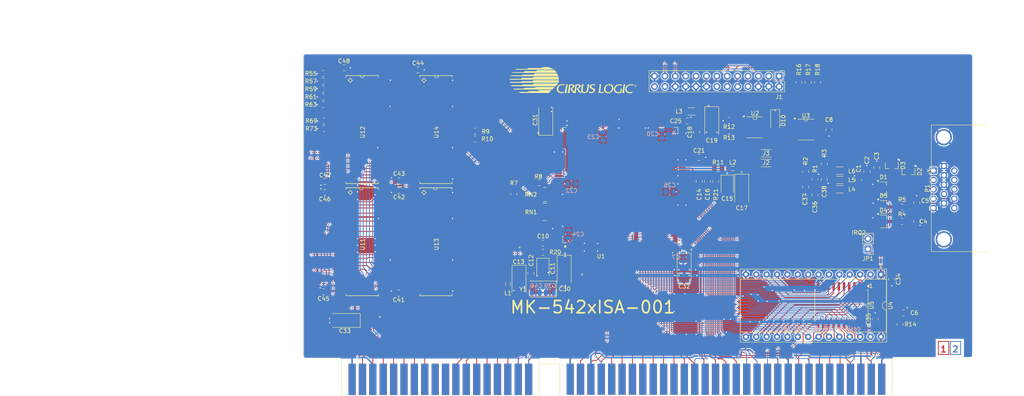
<source format=kicad_pcb>
(kicad_pcb (version 20241129) (generator "pcbnew") (generator_version "8.99")
  (layers (0 "F.Cu" signal) (2 "B.Cu" signal) (13 "F.Paste" user) (15 "B.Paste" user) (5 "F.SilkS" user "F.Silkscreen") (7 "B.SilkS" user "B.Silkscreen") (1 "F.Mask" user) (3 "B.Mask" user) (25 "Edge.Cuts" user))
  (net 0 "")
  (net 1 "VCC")
  (net 2 "Net-(U1-RESET)")
  (net 3 "Net-(U1-MFILTER)")
  (net 4 "/AVDD4")
  (net 5 "G_OUT")
  (net 6 "R_OUT")
  (net 7 "B_OUT")
  (net 8 "ID3_SCL")
  (net 9 "VSYNC_OUT")
  (net 10 "HSYNC_OUT")
  (net 11 "ID2_SDA")
  (net 12 "ID0")
  (net 13 "ID2")
  (net 14 "A0_ISA")
  (net 15 "A1_ISA")
  (net 16 "A2_ISA")
  (net 17 "A3_ISA")
  (net 18 "A4_ISA")
  (net 19 "A5_ISA")
  (net 20 "A6_ISA")
  (net 21 "A7_ISA")
  (net 22 "A8_ISA")
  (net 23 "A9_ISA")
  (net 24 "A10_ISA")
  (net 25 "A11_ISA")
  (net 26 "A12_ISA")
  (net 27 "A13_ISA")
  (net 28 "A14_ISA")
  (net 29 "A15_ISA")
  (net 30 "D0_ISA")
  (net 31 "D1_ISA")
  (net 32 "D2_ISA")
  (net 33 "D3_ISA")
  (net 34 "D4_ISA")
  (net 35 "D5_ISA")
  (net 36 "D6_ISA")
  (net 37 "D7_ISA")
  (net 38 "VSYNC")
  (net 39 "HSYNC")
  (net 40 "/d2")
  (net 41 "/d1")
  (net 42 "/d0")
  (net 43 "ROMCS")
  (net 44 "/d7")
  (net 45 "/d6")
  (net 46 "/d5")
  (net 47 "/d4")
  (net 48 "/d3")
  (net 49 "GND")
  (net 50 "Net-(U1-VFILTER)")
  (net 51 "/AVDD1")
  (net 52 "Net-(U1-OSC)")
  (net 53 "Net-(U1-XTAL)")
  (net 54 "VCCQ")
  (net 55 "Net-(U3-DO)")
  (net 56 "Net-(D10-A)")
  (net 57 "BLANK")
  (net 58 "DCLK")
  (net 59 "PA7")
  (net 60 "PA6")
  (net 61 "EVCLK")
  (net 62 "PA5")
  (net 63 "ESYNC")
  (net 64 "PA4")
  (net 65 "EVIDEO")
  (net 66 "PA3")
  (net 67 "PA2")
  (net 68 "PA1")
  (net 69 "PA0")
  (net 70 "IRQ")
  (net 72 "MA4")
  (net 74 "CAS1")
  (net 76 "CAS2")
  (net 77 "CAS3")
  (net 78 "Net-(U1-~{CAS1})")
  (net 79 "Net-(R12-Pad2)")
  (net 80 "RESET_ISA")
  (net 81 "IRQ9_ISA")
  (net 82 "PD1")
  (net 83 "PD2")
  (net 84 "PD3")
  (net 85 "PD10")
  (net 86 "PD11")
  (net 87 "PD12")
  (net 88 "PD16")
  (net 89 "PD17")
  (net 90 "PD18")
  (net 91 "PD19")
  (net 92 "PD25")
  (net 93 "PD26")
  (net 94 "PD27")
  (net 95 "PD28")
  (net 96 "PD24")
  (net 97 "Net-(U1-~{CAS2})")
  (net 98 "Net-(U1-~{CAS3})")
  (net 99 "Net-(U1-~{TWR})")
  (net 100 "MA0")
  (net 101 "MA3")
  (net 102 "MA1")
  (net 103 "MA2")
  (net 104 "MA5")
  (net 105 "MA8")
  (net 106 "MA6")
  (net 107 "MA7")
  (net 108 "RAS0")
  (net 109 "CAS0")
  (net 110 "WE0")
  (net 111 "PD0")
  (net 112 "PD4")
  (net 113 "PD5")
  (net 114 "PD6")
  (net 115 "PD7")
  (net 116 "PD8")
  (net 117 "PD9")
  (net 118 "PD13")
  (net 119 "PD14")
  (net 120 "PD15")
  (net 121 "PD20")
  (net 122 "PD21")
  (net 123 "PD22")
  (net 124 "PD23")
  (net 125 "PD29")
  (net 126 "PD30")
  (net 127 "PD31")
  (net 128 "EECS")
  (net 129 "EEDI")
  (net 130 "0WS_ISA")
  (net 131 "IOWR_ISA")
  (net 132 "IORD_ISA")
  (net 133 "REFRESH_ISA")
  (net 134 "IOCHRDY_ISA")
  (net 135 "AEN_ISA")
  (net 136 "A16_ISA")
  (net 137 "BALE_ISA")
  (net 138 "SBHE_ISA")
  (net 139 "IOCS16_ISA")
  (net 140 "MEMCS16_ISA")
  (net 141 "LA23_ISA")
  (net 142 "LA22_ISA")
  (net 143 "LA21_ISA")
  (net 144 "LA20_ISA")
  (net 145 "LA19_ISA")
  (net 146 "LA18_ISA")
  (net 147 "LA17_ISA")
  (net 148 "MEMRD_ISA")
  (net 149 "MEMWR_ISA")
  (net 150 "D8_ISA")
  (net 151 "D9_ISA")
  (net 152 "D10_ISA")
  (net 153 "D11_ISA")
  (net 154 "D12_ISA")
  (net 155 "D13_ISA")
  (net 156 "D14_ISA")
  (net 157 "D15_ISA")
  (net 210 "RAS1")
  (net 212 "MEMWR16_ISA")
  (net 213 "MEMRD16_ISA")
  (net 215 "Net-(C11-Pad1)")
  (net 216 "Net-(C15-Pad1)")
  (net 217 "_B_OUT")
  (net 218 "_G_OUT")
  (net 219 "_R_OUT")
  (net 222 "Net-(U3-CS)")
  (net 224 "/IREF")
  (net 225 "Net-(U1-~{CAS0})")
  (net 226 "Net-(RN1-R8.1)")
  (net 227 "Net-(RN1-R3.1)")
  (net 228 "Net-(RN1-R5.1)")
  (net 229 "Net-(RN1-R2.1)")
  (net 230 "Net-(RN1-R1.1)")
  (net 231 "Net-(RN1-R4.1)")
  (net 232 "Net-(RN1-R6.1)")
  (net 233 "Net-(RN1-R7.1)")
  (net 234 "Net-(RN2-R2.2)")
  (net 235 "Net-(RN2-R1.2)")
  (net 236 "Net-(RN2-R3.2)")
  (net 237 "Net-(RN2-R4.2)")
  (footprint "Package_TO_SOT_SMD:SOT-23_Handsoldering" (layer "F.Cu") (at 241.808 105.688)
    (property "Reference" "D1")
    (property "Value" "BAV99")
  )
  (footprint "Package_TO_SOT_SMD:SOT-23_Handsoldering" (layer "F.Cu") (at 243.84 100.1 -90)
    (property "Reference" "D3")
    (property "Value" "BAV99")
  )
  (footprint "Package_TO_SOT_SMD:SOT-23_Handsoldering" (layer "F.Cu") (at 241.808 113.792)
    (property "Reference" "D4")
    (property "Value" "BAV99")
  )
  (footprint "Package_TO_SOT_SMD:SOT-23_Handsoldering" (layer "F.Cu") (at 247.904 101.6 -90)
    (property "Reference" "D2")
    (property "Value" "BAV99")
  )
  (footprint "Resistor_SMD:R_0805_2012Metric" (layer "F.Cu") (at 246.38 110.236 180)
    (property "Reference" "R5")
    (property "Value" "33" (hide yes))
  )
  (footprint "Package_TO_SOT_SMD:SOT-23_Handsoldering" (layer "F.Cu") (at 241.832 110.236)
    (property "Reference" "D5")
    (property "Value" "BAV99")
  )
  (footprint "Capacitor_SMD:C_0805_2012Metric" (layer "F.Cu") (at 249.936 113.792 -90)
    (property "Reference" "C4")
    (property "Value" "220")
  )
  (footprint "Capacitor_SMD:C_0805_2012Metric" (layer "F.Cu") (at 249.936 109.22 90)
    (property "Reference" "C5")
    (property "Value" "220")
  )
  (footprint "Capacitor_SMD:C_0805_2012Metric" (layer "F.Cu") (at 196.723 103.9645 -90)
    (property "Reference" "C14")
    (property "Value" "100n")
  )
  (footprint "Capacitor_Tantalum_SMD:CP_EIA-3528-12_Kemet-T" (layer "F.Cu") (at 203.581 104.8885 -90)
    (property "Reference" "C15")
    (property "Value" "2.2µF 16V")
  )
  (footprint "Capacitor_Tantalum_SMD:CP_EIA-6032-15_Kemet-U" (layer "F.Cu") (at 207.137 105.9955 -90)
    (property "Reference" "C17")
    (property "Value" "10µF 16V")
  )
  (footprint "Capacitor_SMD:C_0805_2012Metric" (layer "F.Cu") (at 196.088 91.948 90)
    (property "Reference" "C18")
    (property "Value" "100n")
  )
  (footprint "Capacitor_Tantalum_SMD:CP_EIA-6032-15_Kemet-U" (layer "F.Cu") (at 199.792 89.476 -90)
    (property "Reference" "C19")
    (property "Value" "10µF 16V")
  )
  (footprint "Capacitor_SMD:C_0805_2012Metric" (layer "F.Cu") (at 196.7 98.1)
    (property "Reference" "C21")
    (property "Value" "100n")
  )
  (footprint "Capacitor_SMD:C_0805_2012Metric" (layer "F.Cu") (at 193.8 89.2)
    (property "Reference" "C25")
    (property "Value" "100n")
  )
  (footprint "Capacitor_Tantalum_SMD:CP_EIA-6032-15_Kemet-U" (layer "F.Cu") (at 159.2 88.9375 90)
    (property "Reference" "C31")
    (property "Value" "10µF 16V")
  )
  (footprint "Capacitor_Tantalum_SMD:CP_EIA-6032-15_Kemet-U" (layer "F.Cu") (at 193.04 125.2715 -90)
    (property "Reference" "C32")
    (property "Value" "10µF 16V")
  )
  (footprint "Capacitor_Tantalum_SMD:CP_EIA-6032-15_Kemet-U" (layer "F.Cu") (at 110.0545 137.992 180)
    (property "Reference" "C33")
    (property "Value" "10µF 16V")
  )
  (footprint "Diode_SMD:D_MiniMELF" (layer "F.Cu") (at 215.3 89.1 -90)
    (property "Reference" "D10")
    (property "Value" "LL4148")
  )
  (footprint "Connector_PinHeader_2.54mm:PinHeader_2x13_P2.54mm_Vertical" (layer "F.Cu") (at 216.281 78.232 -90)
    (property "Reference" "J1")
    (property "Value" "Conn_02x13_Odd_Even")
  )
  (footprint "Connector_PinHeader_2.54mm:PinHeader_1x02_P2.54mm_Vertical" (layer "F.Cu") (at 238 120.54 180)
    (property "Reference" "JP1")
    (property "Value" "IRQ9")
  )
  (footprint "Inductor_SMD:L_0805_2012Metric" (layer "F.Cu") (at 204.9295 100.838)
    (property "Reference" "L2")
    (property "Value" "10µH")
  )
  (footprint "Resistor_SMD:R_0805_2012Metric" (layer "F.Cu") (at 225.044 103.505 -90)
    (property "Reference" "R1")
    (property "Value" "150")
  )
  (footprint "Resistor_SMD:R_0805_2012Metric" (layer "F.Cu") (at 222.758 101.6 -90)
    (property "Reference" "R2")
    (property "Value" "150")
  )
  (footprint "Resistor_SMD:R_0805_2012Metric" (layer "F.Cu") (at 141.9 93.6)
    (property "Reference" "R10")
    (property "Value" "33")
  )
  (footprint "Resistor_SMD:R_0805_2012Metric" (layer "F.Cu") (at 201.3735 100.838 180)
    (property "Reference" "R11")
    (property "Value" "10k")
  )
  (footprint "Resistor_SMD:R_0805_2012Metric" (layer "F.Cu") (at 204.0285 89.114)
    (property "Reference" "R12")
    (property "Value" "150")
  )
  (footprint "Resistor_SMD:R_0805_2012Metric" (layer "F.Cu") (at 204.0285 91.654 180)
    (property "Reference" "R13")
    (property "Value" "20")
  )
  (footprint "Package_QFP:PQFP-160_28x28mm_P0.65mm" (layer "F.Cu") (at 177.419 104.902 90)
    (property "Reference" "U1")
    (property "Value" "GD5428")
  )
  (footprint "Package_SO:SOIC-8_3.9x4.9mm_P1.27mm" (layer "F.Cu") (at 210.365 90.765)
    (property "Reference" "U2")
    (property "Value" "LM334M")
  )
  (footprint "Resistor_SMD:R_0805_2012Metric" (layer "F.Cu") (at 227.33 99.695 -90)
    (property "Reference" "R3")
    (property "Value" "150")
  )
  (footprint "Resistor_SMD:R_0805_2012Metric" (layer "F.Cu") (at 221.107 79.756 90)
    (property "Reference" "R16")
    (property "Value" "10k")
  )
  (footprint "Connector_Dsub:DSUB-15-HD_Female_Horizontal_P2.29x1.98mm_EdgePinOffset8.35mm_Housed_MountingHolesOffset10.89mm_wide" (layer "F.Cu") (at 255.1303 101.3554 90)
    (property "Reference" "P1")
    (property "Value" "VGA-PORT")
  )
  (footprint "Capacitor_SMD:C_0805_2012Metric" (layer "F.Cu") (at 246.634 136.144)
    (property "Reference" "C6")
    (property "Value" "33")
  )
  (footprint "Capacitor_SMD:C_0805_2012Metric" (layer "F.Cu") (at 243.8 127.9 -90)
    (property "Reference" "C34")
    (property "Value" "100n")
  )
  (footprint "Resistor_SMD:R_0805_2012Metric" (layer "F.Cu") (at 245.872 138.938 90)
    (property "Reference" "R14")
    (property "Value" "100")
  )
  (footprint "Capacitor_SMD:C_0805_2012Metric" (layer "F.Cu") (at 239.776 137.668 90)
    (property "Reference" "C35")
    (property "Value" "100n")
  )
  (footprint "Resistor_SMD:R_0805_2012Metric" (layer "F.Cu") (at 225.679 79.756 90)
    (property "Reference" "R18")
    (property "Value" "10k")
  )
  (footprint "Resistor_SMD:R_0805_2012Metric" (layer "F.Cu") (at 223.393 79.756 90)
    (property "Reference" "R17")
    (property "Value" "10k")
  )
  (footprint "Resistor_SMD:R_0805_2012Metric" (layer "F.Cu") (at 158.5 121.3)
    (property "Reference" "R20")
    (property "Value" "75")
  )
  (footprint "Resistor_SMD:R_0805_2012Metric" (layer "F.Cu") (at 200.787 103.9645 90)
    (property "Reference" "R21")
    (property "Value" "75")
  )
  (footprint "Capacitor_SMD:C_0805_2012Metric" (layer "F.Cu") (at 198.755 103.9645 -90)
    (property "Reference" "C16")
    (property "Value" "100n")
  )
  (footprint "Connector_PCBEdge:BUS_AT" (layer "F.Cu") (at 241.3635 152.4)
    (property "Reference" "X1" (hide yes))
    (property "Value" "Bus_ISA_8bit")
  )
  (footprint "Resistor_SMD:R_0805_2012Metric" (layer "F.Cu") (at 104.8 81.4)
    (property "Reference" "R59")
    (property "Value" "10k")
  )
  (footprint "542x:SOJ-40-Socket-LongPads" (layer "F.Cu") (at 132.469 119.38 -90)
    (property "Reference" "U13")
    (property "Value" "KM416C256")
  )
  (footprint "542x:SOJ-40-Socket-LongPads" (layer "F.Cu") (at 132.461 91.948 -90)
    (property "Reference" "U14")
    (property "Value" "KM416C256")
  )
  (footprint "Resistor_SMD:R_0805_2012Metric" (layer "F.Cu") (at 104.8 83.3)
    (property "Reference" "R61")
    (property "Value" "10k")
  )
  (footprint "Resistor_SMD:R_0805_2012Metric" (layer "F.Cu") (at 104.8 85.2)
    (property "Reference" "R63")
    (property "Value" "10k")
  )
  (footprint "Resistor_SMD:R_0805_2012Metric" (layer "F.Cu") (at 104.9 91.1)
    (property "Reference" "R73")
    (property "Value" "10k")
  )
  (footprint "Capacitor_SMD:C_0805_2012Metric" (layer "F.Cu") (at 127.9675 76.708)
    (property "Reference" "C44")
    (property "Value" "100n")
  )
  (footprint "Capacitor_SMD:C_0805_2012Metric" (layer "F.Cu") (at 123.2385 131.318 180)
    (property "Reference" "C41")
    (property "Value" "100n")
  )
  (footprint "Capacitor_SMD:C_0805_2012Metric" (layer "F.Cu") (at 123.317 106.172 180)
    (property "Reference" "C42")
    (property "Value" "100n")
  )
  (footprint "Capacitor_SMD:C_0805_2012Metric" (layer "F.Cu") (at 123.317 103.886 180)
    (property "Reference" "C43")
    (property "Value" "100n")
  )
  (footprint "Resistor_SMD:R_0805_2012Metric" (layer "F.Cu") (at 151.384 107.061 90)
    (property "Reference" "R7")
    (property "Value" "33")
  )
  (footprint "Capacitor_SMD:C_0805_2012Metric" (layer "F.Cu") (at 105.156 106.68 180)
    (property "Reference" "C46")
    (property "Value" "100n")
  )
  (footprint "Capacitor_SMD:C_0805_2012Metric" (layer "F.Cu") (at 104.8535 131 180)
    (property "Reference" "C45")
    (property "Value" "100n")
  )
  (footprint "Capacitor_SMD:C_0805_2012Metric" (layer "F.Cu") (at 105.156 104 180)
    (property "Reference" "C47")
    (property "Value" "100n")
  )
  (footprint "Capacitor_SMD:C_0805_2012Metric" (layer "F.Cu") (at 109.855 76.2)
    (property "Reference" "C48")
    (property "Value" "100n")
  )
  (footprint "Resistor_SMD:R_0805_2012Metric" (layer "F.Cu") (at 141.9 91.7)
    (property "Reference" "R9")
    (property "Value" "33")
  )
  (footprint "Resistor_SMD:R_0805_2012Metric" (layer "F.Cu") (at 157.6 104.292347)
    (property "Reference" "R8")
    (property "Value" "33")
  )
  (footprint "Inductor_SMD:L_0805_2012Metric" (layer "F.Cu") (at 149.95 129.1 -90)
    (property "Reference" "L1")
    (property "Value" "10µH")
  )
  (footprint "542x:SOJ-40-Socket-LongPads" (layer "F.Cu") (at 114.435 119.38 -90)
    (property "Reference" "U11")
    (property "Value" "KM416C256")
  )
  (footprint "542x:SOJ-40-Socket-LongPads" (layer "F.Cu") (at 114.427 91.948 -90)
    (property "Reference" "U12")
    (property "Value" "KM416C256")
  )
  (footprint "Resistor_SMD:R_0805_2012Metric" (layer "F.Cu") (at 104.8 79.5)
    (property "Reference" "R57")
    (property "Value" "10k")
  )
  (footprint "Resistor_SMD:R_0805_2012Metric" (layer "F.Cu") (at 104.8 77.6)
    (property "Reference" "R55")
    (property "Value" "10k")
  )
  (footprint "Resistor_SMD:R_0805_2012Metric" (layer "F.Cu") (at 104.9 89.2)
    (property "Reference" "R69")
    (property "Value" "10k")
  )
  (footprint "Capacitor_SMD:C_0805_2012Metric" (layer "F.Cu") (at 158.5 119.1)
    (property "Reference" "C10")
    (property "Value" "100n")
  )
  (footprint "Capacitor_Tantalum_SMD:CP_EIA-3528-12_Kemet-T" (layer "F.Cu") (at 158.5 125.2375 -90)
    (property "Reference" "C11")
    (property "Value" "2.2µF 16V")
  )
  (footprint "Capacitor_SMD:C_0805_2012Metric" (layer "F.Cu") (at 155.55 126.5 -90)
    (property "Reference" "C12")
    (property "Value" "100n")
  )
  (footprint "Inductor_SMD:L_1206_3216Metric" (layer "F.Cu") (at 194.818 86.868)
    (property "Reference" "L3")
    (property "Value" "10µH")
  )
  (footprint "Package_SO:SOIC-8_3.9x4.9mm_P1.27mm" (layer "F.Cu") (at 222.82 91.313)
    (property "Reference" "U3")
    (property "Value" "93C46")
  )
  (footprint "Capacitor_SMD:C_0805_2012Metric" (layer "F.Cu") (at 228.473 91.3615 -90)
    (property "Reference" "C8")
    (property "Value" "100n")
  )
  (footprint "Package_SO:SOIC-20W_7.5x12.8mm_P1.27mm" (layer "F.Cu") (at 231.521 134.288 -90)
    (property "Reference" "U5")
    (property "Value" "74LS541")
  )
  (footprint "Inductor_SMD:L_1206_3216Metric" (layer "F.Cu") (at 231.14 105.918 180)
    (property "Reference" "L4")
    (property "Value" "68nH")
  )
  (footprint "Inductor_SMD:L_1206_3216Metric" (layer "F.Cu") (at 231.14 103.632 180)
    (property "Reference" "L5")
    (property "Value" "68nH")
  )
  (footprint "Inductor_SMD:L_1206_3216Metric" (layer "F.Cu") (at 231.14 101.346 180)
    (property "Reference" "L6")
    (property "Value" "68nH")
  )
  (footprint "Capacitor_SMD:C_0805_2012Metric" (layer "F.Cu") (at 240.157 100.584 90)
    (property "Reference" "C3")
    (property "Value" "47p")
  )
  (footprint "Capacitor_SMD:C_0805_2012Metric" (layer "F.Cu") (at 235.712 103.632 90)
    (property "Reference" "C1")
    (property "Value" "47p")
  )
  (footprint "Capacitor_SMD:C_0805_2012Metric" (layer "F.Cu") (at 237.744 101.6 90)
    (property "Reference" "C2")
    (property "Value" "47p")
  )
  (footprint "Capacitor_SMD:C_0805_2012Metric" (layer "F.Cu") (at 225.044 107.315 -90)
    (property "Reference" "C36")
    (property "Value" "47p")
  )
  (footprint "Capacitor_SMD:C_0805_2012Metric" (layer "F.Cu") (at 222.758 105.41 -90)
    (property "Reference" "C37")
    (property "Value" "47p")
  )
  (footprint "Capacitor_SMD:C_0805_2012Metric" (layer "F.Cu") (at 227.33 103.505 -90)
    (property "Reference" "C38")
    (property "Value" "47p")
  )
  (footprint "Capacitor_Tantalum_SMD:CP_EIA-6032-15_Kemet-U" (layer "F.Cu") (at 152.649 128.2385 -90)
    (property "Reference" "C13")
    (property "Value" "10µF 16V")
  )
  (footprint "Package_DIP:DIP-28_W15.24mm_Socket" (layer "F.Cu") (at 241.173 126.746 -90)
    (property "Reference" "U4")
    (property "Value" "27C512")
  )
  (footprint "Capacitor_Tantalum_SMD:CP_EIA-6032-15_Kemet-U" (layer "F.Cu") (at 163.7 125.8 -90)
    (property "Reference" "C30")
    (property "Value" "10µF 16V")
  )
  (footprint "Crystal:Crystal_SMD_0603-2Pin_6.0x3.5mm" (layer "F.Cu") (at 158.45 130.3 180)
    (property "Reference" "Y1")
    (property "Value" "14.318M")
  )
  (footprint "Resistor_SMD:R_Array_Concave_4x0603" (layer "F.Cu") (at 158.95 107.2)
    (property "Reference" "RN2")
    (property "Value" "33")
  )
  (footprint "Resistor_SMD:R_0805_2012Metric" (layer "F.Cu") (at 246.38 113.792 180)
    (property "Reference" "R4")
    (property "Value" "33" (hide yes))
  )
  (footprint "Inductor_SMD:L_1806_4516Metric_Pad1.45x1.90mm_HandSolder" (layer "F.Cu") (at 213.1 97.1)
    (property "Reference" "J3")
    (property "Value" "0")
  )
  (footprint "Inductor_SMD:L_1806_4516Metric_Pad1.45x1.90mm_HandSolder" (layer "F.Cu") (at 213.1 99.5)
    (property "Reference" "J2")
    (property "Value" "0")
  )
  (footprint "" (layer "F.Cu") (at 165.9255 79.1845)
    (property "Reference" "")
    (property "Value" "")
  )
  (footprint "Resistor_SMD:R_Array_Convex_8x0602" (layer "F.Cu") (at 159 111.45 180)
    (property "Reference" "RN1")
    (property "Value" "33")
  )
  (footprint "Capacitor_SMD:C_0805_2012Metric" (layer "B.Cu") (at 187.579 92.456 -90)
    (property "Reference" "C20")
    (property "Value" "100n")
  )
  (footprint "Capacitor_SMD:C_0805_2012Metric" (layer "B.Cu") (at 165.5 104.6)
    (property "Reference" "C22")
    (property "Value" "100n")
  )
  (footprint "Capacitor_SMD:C_0805_2012Metric" (layer "B.Cu") (at 173.2 93.025 -90)
    (property "Reference" "C23")
    (property "Value" "100n")
  )
  (footprint "Capacitor_SMD:C_0805_2012Metric" (layer "B.Cu") (at 164.8 116.9 90)
    (property "Reference" "C24")
    (property "Value" "100n")
  )
  (footprint "Capacitor_SMD:C_0805_2012Metric" (layer "B.Cu") (at 189.5 106.553 180)
    (property "Reference" "C26")
    (property "Value" "100n")
  )
  (footprint "Capacitor_SMD:C_0805_2012Metric" (layer "B.Cu") (at 160.2 131.2 180)
    (property "Reference" "C39")
    (property "Value" "27")
  )
  (footprint "Capacitor_SMD:C_0805_2012Metric" (layer "B.Cu") (at 156.75 131.2 180)
    (property "Reference" "C40")
    (property "Value" "27")
  )
  (footprint "" (layer "B.Cu") (at 245.237 78.232 180)
    (property "Reference" "")
    (property "Value" "")
  )
  (footprint "Capacitor_SMD:C_0805_2012Metric" (layer "B.Cu") (at 192.786 122.555 -90)
    (property "Reference" "C7")
    (property "Value" "100n")
  )
  (gr_arc (start 210.873 88.352) (mid 210.365 88.86) (end 209.857 88.352) (stroke (width 0.12)) (layer "F.SilkS"))
  (gr_arc (start 223.328 88.753) (mid 222.82 89.261) (end 222.312 88.753) (stroke (width 0.12)) (layer "F.SilkS"))
  (gr_line (start 157.353 91.948) (end 157.353 92.456) (stroke (width 0.12)) (layer "F.SilkS"))
  (gr_line (start 157.099 92.202) (end 157.607 92.202) (stroke (width 0.12)) (layer "F.SilkS"))
  (gr_arc (start 114.554 105.537) (mid 114.046 106.045) (end 113.538 105.537) (stroke (width 0.12)) (layer "F.SilkS"))
  (gr_line (start 167.8305 126.746) (end 168.3385 126.746) (stroke (width 0.12)) (layer "F.SilkS"))
  (gr_line (start 168.0845 126.492) (end 168.0845 127) (stroke (width 0.12)) (layer "F.SilkS"))
  (gr_arc (start 237.998 134.874) (mid 237.49 134.366) (end 237.998 133.858) (stroke (width 0.12)) (layer "F.SilkS"))
  (gr_line (start 152.522 120.136) (end 153.03 120.136) (stroke (width 0.12)) (layer "F.SilkS"))
  (gr_arc (start 132.969 78.105) (mid 132.461 78.613) (end 131.953 78.105) (stroke (width 0.12)) (layer "F.SilkS"))
  (gr_line (start 194.818 120.396) (end 194.818 120.904) (stroke (width 0.12)) (layer "F.SilkS"))
  (gr_line (start 198.755 85.471) (end 199.263 85.471) (stroke (width 0.12)) (layer "F.SilkS"))
  (gr_line (start 203.327 101.981) (end 203.835 101.981) (stroke (width 0.12)) (layer "F.SilkS"))
  (gr_line (start 206.883 101.727) (end 207.391 101.727) (stroke (width 0.12)) (layer "F.SilkS"))
  (gr_line (start 118.618 136.906) (end 118.618 137.414) (stroke (width 0.12)) (layer "F.SilkS"))
  (gr_line (start 152.776 119.882) (end 152.776 120.39) (stroke (width 0.12)) (layer "F.SilkS"))
  (gr_line (start 207.137 101.473) (end 207.137 101.981) (stroke (width 0.12)) (layer "F.SilkS"))
  (gr_line (start 194.564 120.65) (end 195.072 120.65) (stroke (width 0.12)) (layer "F.SilkS"))
  (gr_arc (start 114.808 78.105) (mid 114.3 78.613) (end 113.792 78.105) (stroke (width 0.12)) (layer "F.SilkS"))
  (gr_line (start 199.009 85.217) (end 199.009 85.725) (stroke (width 0.12)) (layer "F.SilkS"))
  (gr_arc (start 132.715 105.537) (mid 132.207 106.045) (end 131.699 105.537) (stroke (width 0.12)) (layer "F.SilkS"))
  (gr_line (start 118.364 137.16) (end 118.872 137.16) (stroke (width 0.12)) (layer "F.SilkS"))
  (gr_line (start 203.581 101.727) (end 203.581 102.235) (stroke (width 0.12)) (layer "F.SilkS"))
  (gr_line (start 99.949 146.6596) (end 99.949 73.406) (stroke (width 0.05)) (layer "Edge.Cuts"))
  (gr_line (start 108.707017 147.168156) (end 100.457 147.1676) (stroke (width 0.05)) (layer "Edge.Cuts"))
  (gr_arc (start 263.017 72.898) (mid 263.37621 73.04679) (end 263.525 73.406) (stroke (width 0.05)) (layer "Edge.Cuts"))
  (gr_arc (start 263.525 146.4564) (mid 263.37621 146.81561) (end 263.017 146.9644) (stroke (width 0.05)) (layer "Edge.Cuts"))
  (gr_arc (start 157.607 147.675535) (mid 157.75579 147.316325) (end 158.115 147.167535) (stroke (width 0.05)) (layer "Edge.Cuts"))
  (gr_line (start 157.607 156.3116) (end 109.220198 156.310532) (stroke (width 0.05)) (layer "Edge.Cuts"))
  (gr_arc (start 108.707017 147.168156) (mid 109.066227 147.316946) (end 109.215017 147.676156) (stroke (width 0.05)) (layer "Edge.Cuts"))
  (gr_line (start 157.607 147.675535) (end 157.607 156.3116) (stroke (width 0.05)) (layer "Edge.Cuts"))
  (gr_line (start 162.179 147.1676) (end 158.115 147.167535) (stroke (width 0.05)) (layer "Edge.Cuts"))
  (gr_arc (start 243.9162 147.4724) (mid 244.06499 147.11319) (end 244.4242 146.9644) (stroke (width 0.05)) (layer "Edge.Cuts"))
  (gr_line (start 243.9162 147.4724) (end 243.9035 156.21) (stroke (width 0.05)) (layer "Edge.Cuts"))
  (gr_line (start 263.017 146.9644) (end 244.4242 146.9644) (stroke (width 0.05)) (layer "Edge.Cuts"))
  (gr_line (start 109.215017 147.676156) (end 109.220198 156.310532) (stroke (width 0.05)) (layer "Edge.Cuts"))
  (gr_line (start 263.525 73.406) (end 263.525 146.4564) (stroke (width 0.05)) (layer "Edge.Cuts"))
  (gr_arc (start 99.949 73.406) (mid 100.09779 73.04679) (end 100.457 72.898) (stroke (width 0.05)) (layer "Edge.Cuts"))
  (gr_line (start 243.9035 156.21) (end 162.687 156.21) (stroke (width 0.05)) (layer "Edge.Cuts"))
  (gr_arc (start 100.457 147.1676) (mid 100.09779 147.01881) (end 99.949 146.6596) (stroke (width 0.05)) (layer "Edge.Cuts"))
  (gr_arc (start 162.179 147.1676) (mid 162.53821 147.31639) (end 162.687 147.6756) (stroke (width 0.05)) (layer "Edge.Cuts"))
  (gr_line (start 162.687 156.21) (end 162.687 147.6756) (stroke (width 0.05)) (layer "Edge.Cuts"))
  (gr_line (start 100.457 72.898) (end 263.017 72.898) (stroke (width 0.05)) (layer "Edge.Cuts"))
  (gr_text "1" (at 256.4892 145.034 0) (layer "F.Cu") (effects (font (size 1.5 1.5) (thickness 0.3))))
  (gr_text "2" (at 259.4102 145.034 0) (layer "B.Cu") (effects (font (size 1.5 1.5) (thickness 0.3))))
  (gr_text "1" (at 163.957 121.92 0) (layer "F.SilkS") (effects (font (size 1 1))))
  (gr_text "1" (at 241.173 124.6505 0) (layer "F.SilkS") (effects (font (size 1 1))))
  (gr_text "1" (at 238.76 129.54 0) (layer "F.SilkS") (effects (font (size 1 1))))
  (gr_text "IRQ2" (at 235.7755 116.5225 0) (layer "F.SilkS") (effects (font (size 1 1))))
  (gr_text "MK-542xISA-001" (at 170.688 134.747 0) (layer "F.SilkS") (effects (font (size 3 3) (thickness 0.4))))
  (gr_text "designed by MK 2024 (R)" (at 226.441 139.954 0) (layer "B.SilkS") (effects (font (size 1 1)) (justify mirror)))
  (segment (start 255.2192 146.304) (end 255.2192 143.129) (width 0.2032) (layer "F.Cu") (net 0))
  (segment (start 257.7592 143.129) (end 257.7592 146.304) (width 0.2032) (layer "F.Cu") (net 0))
  (segment (start 255.2192 143.129) (end 257.7592 143.129) (width 0.2032) (layer "F.Cu") (net 0))
  (segment (start 257.7592 146.304) (end 255.2192 146.304) (width 0.2032) (layer "F.Cu") (net 0))
  (segment (start 258.1402 143.129) (end 258.1402 146.304) (width 0.2032) (layer "B.Cu") (net 0))
  (segment (start 260.6802 143.129) (end 258.1402 143.129) (width 0.2032) (layer "B.Cu") (net 0))
  (segment (start 260.6802 146.304) (end 260.6802 143.129) (width 0.2032) (layer "B.Cu") (net 0))
  (segment (start 258.1402 146.304) (end 260.6802 146.304) (width 0.2032) (layer "B.Cu") (net 0))
  (segment (start 108.847 76.2705) (end 108.9175 76.2) (width 0.381) (layer "F.Cu") (net 1))
  (segment (start 108.847 79.248) (end 108.847 76.2705) (width 0.381) (layer "F.Cu") (net 1))
  (segment (start 124.2545 103.886) (end 124.587 103.886) (width 0.381) (layer "F.Cu") (net 1))
  (segment (start 124.7625 103.378) (end 124.2545 103.886) (width 0.381) (layer "F.Cu") (net 1))
  (segment (start 126.881 103.378) (end 124.7625 103.378) (width 0.381) (layer "F.Cu") (net 1))
  (segment (start 124.7625 106.68) (end 124.2545 106.172) (width 0.381) (layer "F.Cu") (net 1))
  (segment (start 126.889 106.68) (end 124.7625 106.68) (width 0.381) (layer "F.Cu") (net 1))
  (segment (start 105.791 130.81) (end 108.855 130.81) (width 0.381) (layer "F.Cu") (net 1))
  (segment (start 226.949 89.408) (end 225.295 89.408) (width 0.381) (layer "F.Cu") (net 1))
  (segment (start 228.473 90.424) (end 227.965 90.424) (width 0.381) (layer "F.Cu") (net 1))
  (segment (start 227.965 90.424) (end 226.949 89.408) (width 0.381) (layer "F.Cu") (net 1))
  (segment (start 231.14 107.188) (end 232.156 108.204) (width 0.381) (layer "F.Cu") (net 1))
  (segment (start 243.2918 111.4) (end 243.1438 111.252) (width 0.381) (layer "F.Cu") (net 1))
  (segment (start 242.89 94.935) (end 238.379 90.424) (width 0.381) (layer "F.Cu") (net 1))
  (segment (start 103.2 99.6) (end 102.604698 100.195302) (width 0.381) (layer "F.Cu") (net 1))
  (segment (start 159.2 91.3625) (end 160.0645 92.227) (width 0.381) (layer "F.Cu") (net 1))
  (segment (start 241.173 141.986) (end 241.173 137.414) (width 0.381) (layer "F.Cu") (net 1))
  (segment (start 124.213623 105.036623) (end 124.2545 105.0775) (width 0.381) (layer "F.Cu") (net 1))
  (segment (start 102.6 86.16799) (end 102.6 76.8) (width 0.381) (layer "F.Cu") (net 1))
  (segment (start 223.393 83.312) (end 228.473 88.392) (width 0.381) (layer "F.Cu") (net 1))
  (segment (start 102.604698 100.195302) (end 102.6 100.190604) (width 0.381) (layer "F.Cu") (net 1))
  (segment (start 118.122 132.6) (end 123.178 132.6) (width 0.381) (layer "F.Cu") (net 1))
  (segment (start 221.107 80.772) (end 223.2895 80.772) (width 0.381) (layer "F.Cu") (net 1))
  (segment (start 106 102.6874) (end 106 103.272) (width 0.381) (layer "F.Cu") (net 1))
  (segment (start 101.5 101.3) (end 102.604698 100.195302) (width 0.381) (layer "F.Cu") (net 1))
  (segment (start 116.332 130.81) (end 118.122 132.6) (width 0.381) (layer "F.Cu") (net 1))
  (segment (start 126.2555 77.47) (end 109.855 77.47) (width 0.381) (layer "F.Cu") (net 1))
  (segment (start 165.4 129.2) (end 165.4 125.3375) (width 0.381) (layer "F.Cu") (net 1))
  (segment (start 117.2 104.8) (end 121.561642 104.8) (width 0.381) (layer "F.Cu") (net 1))
  (segment (start 202.311 100.838) (end 203.073 100.838) (width 0.381) (layer "F.Cu") (net 1))
  (segment (start 106.106 104) (end 106.106 106.68) (width 0.381) (layer "F.Cu") (net 1))
  (segment (start 106.8 112.3) (end 106.8 107.374) (width 0.381) (layer "F.Cu") (net 1))
  (segment (start 124.968 130.81) (end 126.889 130.81) (width 0.381) (layer "F.Cu") (net 1))
  (segment (start 101.5 109.1) (end 101.5 101.3) (width 0.381) (layer "F.Cu") (net 1))
  (segment (start 103.3 127.938) (end 103.3 110.9) (width 0.381) (layer "F.Cu") (net 1))
  (segment (start 106.8 107.374) (end 106.106 106.68) (width 0.381) (layer "F.Cu") (net 1))
  (segment (start 243.332 111.4) (end 243.332 112.7) (width 0.381) (layer "F.Cu") (net 1))
  (segment (start 162.4 132.2) (end 165.4 129.2) (width 0.381) (layer "F.Cu") (net 1))
  (segment (start 242.89 98.592) (end 242.89 94.935) (width 0.381) (layer "F.Cu") (net 1))
  (segment (start 223.393 80.772) (end 225.679 80.772) (width 0.381) (layer "F.Cu") (net 1))
  (segment (start 110.178 103.378) (end 110.94 104.14) (width 0.381) (layer "F.Cu") (net 1))
  (segment (start 126.881 76.857) (end 127.03 76.708) (width 0.381) (layer "F.Cu") (net 1))
  (segment (start 105.791 129.3099) (end 105.791 130.81) (width 0.381) (layer "F.Cu") (net 1))
  (segment (start 245.364 96.52) (end 242.89 96.52) (width 0.381) (layer "F.Cu") (net 1))
  (segment (start 121.798265 105.036623) (end 124.213623 105.036623) (width 0.381) (layer "F.Cu") (net 1))
  (segment (start 160.0645 92.227) (end 162.294 92.227) (width 0.381) (layer "F.Cu") (net 1))
  (segment (start 116.54 104.14) (end 117.2 104.8) (width 0.381) (layer "F.Cu") (net 1))
  (segment (start 238.379 90.424) (end 231.14 90.424) (width 0.381) (layer "F.Cu") (net 1))
  (segment (start 105.791 130.81) (end 105.505837 130.524837) (width 0.381) (layer "F.Cu") (net 1))
  (segment (start 110.57 113.03) (end 110.9 112.7) (width 0.381) (layer "F.Cu") (net 1))
  (segment (start 108.855 113.03) (end 107.53 113.03) (width 0.381) (layer "F.Cu") (net 1))
  (segment (start 121.561642 104.8) (end 121.798265 105.036623) (width 0.381) (layer "F.Cu") (net 1))
  (segment (start 106.740432 86.426568) (end 102.858578 86.426568) (width 0.381) (layer "F.Cu") (net 1))
  (segment (start 114.737 140.212) (end 116.812 140.212) (width 0.381) (layer "F.Cu") (net 1))
  (segment (start 240.5618 106.638) (end 240.326 106.638) (width 0.381) (layer "F.Cu") (net 1))
  (segment (start 203.073 100.838) (end 203.115053 100.838) (width 0.381) (layer "F.Cu") (net 1))
  (segment (start 102.6 100.190604) (end 102.6 86.685146) (width 0.381) (layer "F.Cu") (net 1))
  (segment (start 108.855 130.81) (end 116.332 130.81) (width 0.381) (layer "F.Cu") (net 1))
  (segment (start 219.15902 146.558) (end 219.71 146.558) (width 0.381) (layer "F.Cu") (net 1))
  (segment (start 103 76.4) (end 108.7175 76.4) (width 0.381) (layer "F.Cu") (net 1))
  (segment (start 149.95 132.2) (end 149.95 130.1625) (width 0.381) (layer "F.Cu") (net 1))
  (segment (start 104.394 133.35) (end 111.76 133.35) (width 0.381) (layer "F.Cu") (net 1))
  (segment (start 190.196 89.675) (end 190.717 89.154) (width 0.381) (layer "F.Cu") (net 1))
  (segment (start 196.80793 139.20793) (end 196.8 139.2) (width 0.381) (layer "F.Cu") (net 1))
  (segment (start 223.393 80.772) (end 223.393 83.312) (width 0.381) (layer "F.Cu") (net 1))
  (segment (start 117.348 85.598) (end 108.847 85.598) (width 0.381) (layer "F.Cu") (net 1))
  (segment (start 104.3226 128.9606) (end 103.3 127.938) (width 0.381) (layer "F.Cu") (net 1))
  (segment (start 243.75 127) (end 241.835 127) (width 0.381) (layer "F.Cu") (net 1))
  (segment (start 238.857549 145.742451) (end 241.173 143.427) (width 0.381) (layer "F.Cu") (net 1))
  (segment (start 142.8 132.2) (end 162.4 132.2) (width 0.381) (layer "F.Cu") (net 1))
  (segment (start 228.473 88.392) (end 228.473 90.424) (width 0.381) (layer "F.Cu") (net 1))
  (segment (start 210.07861 146.00799) (end 218.60901 146.00799) (width 0.381) (layer "F.Cu") (net 1))
  (segment (start 162.294 104.577) (end 163.83 104.577) (width 0.381) (layer "F.Cu") (net 1))
  (segment (start 102.6 76.8) (end 103 76.4) (width 0.381) (layer "F.Cu") (net 1))
  (segment (start 105.995302 99.6) (end 103.2 99.6) (width 0.381) (layer "F.Cu") (net 1))
  (segment (start 237.236 139.192) (end 237.236 138.938) (width 0.381) (layer "F.Cu") (net 1))
  (segment (start 102.6 86.685146) (end 102.858578 86.426568) (width 0.381) (layer "F.Cu") (net 1))
  (segment (start 104.3226 129.0003) (end 104.3226 128.9606) (width 0.381) (layer "F.Cu") (net 1))
  (segment (start 102.87 129.93) (end 102.87 131.826) (width 0.381) (layer "F.Cu") (net 1))
  (segment (start 109.855 77.47) (end 108.9175 76.5325) (width 0.381) (layer "F.Cu") (net 1))
  (segment (start 108.9175 76.5325) (end 108.9175 76.2) (width 0.381) (layer "F.Cu") (net 1))
  (segment (start 110.94 104.14) (end 116.54 104.14) (width 0.381) (layer "F.Cu") (net 1))
  (segment (start 190.1 89.783) (end 190.094 89.777) (width 0.381) (layer "F.Cu") (net 1))
  (segment (start 162.294 92.227) (end 163.727 92.227) (width 0.381) (layer "F.Cu") (net 1))
  (segment (start 137.4 137.6) (end 142.8 132.2) (width 0.381) (layer "F.Cu") (net 1))
  (segment (start 242.7238 108.8) (end 240.5618 106.638) (width 0.381) (layer "F.Cu") (net 1))
  (segment (start 192.4685 121.0945) (end 191.2709 119.8969) (width 0.381) (layer "F.Cu") (net 1))
  (segment (start 173.194 89.777) (end 173.194 91.186) (width 0.381) (layer "F.Cu") (net 1))
  (segment (start 108.847 103.378) (end 110.178 103.378) (width 0.381) (layer "F.Cu") (net 1))
  (segment (start 241.1623 124.2314) (end 241.173 124.2421) (width 0.381) (layer "F.Cu") (net 1))
  (segment (start 238.655768 139.954) (end 237.998 139.954) (width 0.381) (layer "F.Cu") (net 1))
  (segment (start 243.1438 111.252) (end 240.53 111.252) (width 0.381) (layer "F.Cu") (net 1))
  (segment (start 192.85 89.2) (end 192.6 89.2) (width 0.381) (layer "F.Cu") (net 1))
  (segment (start 243.1299 109.2021) (end 242.7278 108.8) (width 0.381) (layer "F.Cu") (net 1))
  (segment (start 239.776 138.833768) (end 238.655768 139.954) (width 0.381) (layer "F.Cu") (net 1))
  (segment (start 191.2709 119.8969) (end 191.2709 118.4999) (width 0.381) (layer "F.Cu") (net 1))
  (segment (start 104.081 128.719) (end 102.87 129.93) (width 0.381) (layer "F.Cu") (net 1))
  (segment (start 105.4814 129.0003) (end 105.791 129.3099) (width 0.381) (layer "F.Cu") (net 1))
  (segment (start 246.954 98.11) (end 245.364 96.52) (width 0.381) (layer "F.Cu") (net 1))
  (segment (start 108.847 103.378) (end 108.847 106.672) (width 0.381) (layer "F.Cu") (net 1))
  (segment (start 196.8 139.2) (end 196.8 137.487121) (width 0.381) (layer "F.Cu") (net 1))
  (segment (start 192.85 89.154) (end 192.85 87.261) (width 0.381) (layer "F.Cu") (net 1))
  (segment (start 165.4 125.3375) (end 163.2 123.1375) (width 0.381) (layer "F.Cu") (net 1))
  (segment (start 124.2545 103.886) (end 124.2545 106.172) (width 0.381) (layer "F.Cu") (net 1))
  (segment (start 121.580392 84.958451) (end 117.987549 84.958451) (width 0.381) (layer "F.Cu") (net 1))
  (segment (start 190.6233 91.1767) (end 190.1233 91.1767) (width 0.381) (layer "F.Cu") (net 1))
  (segment (start 112.517 137.992) (end 114.737 140.212) (width 0.381) (layer "F.Cu") (net 1))
  (segment (start 218.60901 146.00799) (end 219.15902 146.558) (width 0.381) (layer "F.Cu") (net 1))
  (segment (start 106 103.272) (end 106.106 103.378) (width 0.381) (layer "F.Cu") (net 1))
  (segment (start 196.596 146.669371) (end 196.80793 146.457441) (width 0.381) (layer "F.Cu") (net 1))
  (segment (start 117.9 112.4) (end 121.4 112.4) (width 0.381) (layer "F.Cu") (net 1))
  (segment (start 102.87 131.826) (end 104.394 133.35) (width 0.381) (layer "F.Cu") (net 1))
  (segment (start 190.1 91.2) (end 190.1 89.783) (width 0.381) (layer "F.Cu") (net 1))
  (segment (start 241.173 124.2421) (end 241.173 126.746) (width 0.381) (layer "F.Cu") (net 1))
  (segment (start 164.744 121.7935) (end 163.3 123.2375) (width 0.381) (layer "F.Cu") (net 1))
  (segment (start 197.104 125.73) (end 192.4685 121.0945) (width 0.381) (layer "F.Cu") (net 1))
  (segment (start 246.954 98.11) (end 246.954 100.1) (width 0.381) (layer "F.Cu") (net 1))
  (segment (start 126.883 85.6) (end 126.881 85.598) (width 0.381) (layer "F.Cu") (net 1))
  (segment (start 243.1 115) (end 241.1623 115) (width 0.381) (layer "F.Cu") (net 1))
  (segment (start 203.073 100.838) (end 203.992 100.838) (width 0.381) (layer "F.Cu") (net 1))
  (segment (start 116.824 140.224) (end 119.448 137.6) (width 0.381) (layer "F.Cu") (net 1))
  (segment (start 117.6 112.7) (end 117.9 112.4) (width 0.381) (layer "F.Cu") (net 1))
  (segment (start 106.106 106.68) (end 108.855 106.68) (width 0.381) (layer "F.Cu") (net 1))
  (segment (start 242.7278 108.8) (end 242.7238 108.8) (width 0.381) (layer "F.Cu") (net 1))
  (segment (start 203.115053 100.838) (end 203.117156 100.835897) (width 0.381) (layer "F.Cu") (net 1))
  (segment (start 231.14 90.424) (end 228.473 90.424) (width 0.381) (layer "F.Cu") (net 1))
  (segment (start 197.104 137.183121) (end 197.104 125.73) (width 0.381) (layer "F.Cu") (net 1))
  (segment (start 110.9 112.7) (end 117.6 112.7) (width 0.381) (layer "F.Cu") (net 1))
  (segment (start 190.717 89.154) (end 192.85 89.154) (width 0.381) (layer "F.Cu") (net 1))
  (segment (start 164.744 120.027) (end 164.744 121.7935) (width 0.381) (layer "F.Cu") (net 1))
  (segment (start 237.998 139.954) (end 237.236 139.192) (width 0.381) (layer "F.Cu") (net 1))
  (segment (start 164.744 120.027) (end 164.744 118.593) (width 0.381) (layer "F.Cu") (net 1))
  (segment (start 192.544 106.527) (end 191.135 106.527) (width 0.381) (layer "F.Cu") (net 1))
  (segment (start 108.855 113.03) (end 110.57 113.03) (width 0.381) (layer "F.Cu") (net 1))
  (segment (start 231.14 90.424) (end 231.14 107.188) (width 0.381) (layer "F.Cu") (net 1))
  (segment (start 192.85 87.261) (end 193.243 86.868) (width 0.381) (layer "F.Cu") (net 1))
  (segment (start 122.219941 85.598) (end 121.580392 84.958451) (width 0.381) (layer "F.Cu") (net 1))
  (segment (start 107.569 85.598) (end 106.740432 86.426568) (width 0.381) (layer "F.Cu") (net 1))
  (segment (start 122.03 113.03) (end 126.889 113.03) (width 0.381) (layer "F.Cu") (net 1))
  (segment (start 126.881 79.248) (end 126.881 76.857) (width 0.381) (layer "F.Cu") (net 1))
  (segment (start 127.0175 76.708) (end 126.2555 77.47) (width 0.381) (layer "F.Cu") (net 1))
  (segment (start 232.156 108.204) (end 237.998 108.204) (width 0.381) (layer "F.Cu") (net 1))
  (segment (start 112.517 134.107) (end 112.517 137.992) (width 0.381) (layer "F.Cu") (net 1))
  (segment (start 121.4 112.4) (end 122.03 113.03) (width 0.381) (layer "F.Cu") (net 1))
  (segment (start 113.284 146.916) (end 118.4 141.8) (width 0.381) (layer "F.Cu") (net 1))
  (segment (start 111.76 133.35) (end 112.517 134.107) (width 0.381) (layer "F.Cu") (net 1))
  (segment (start 241.173 126.746) (end 241.173 137.414) (width 0.381) (layer "F.Cu") (net 1))
  (segment (start 123.178 132.6) (end 124.968 130.81) (width 0.381) (layer "F.Cu") (net 1))
  (segment (start 241.173 143.427) (end 241.173 141.986) (width 0.381) (layer "F.Cu") (net 1))
  (segment (start 107.53 113.03) (end 106.8 112.3) (width 0.381) (layer "F.Cu") (net 1))
  (segment (start 117.987549 84.958451) (end 117.348 85.598) (width 0.381) (layer "F.Cu") (net 1))
  (segment (start 238.857549 146.714451) (end 238.857549 145.742451) (width 0.381) (layer "F.Cu") (net 1))
  (segment (start 108.847 85.598) (end 107.569 85.598) (width 0.381) (layer "F.Cu") (net 1))
  (segment (start 116.812 140.212) (end 116.824 140.224) (width 0.381) (layer "F.Cu") (net 1))
  (segment (start 102.858578 86.426568) (end 102.6 86.16799) (width 0.381) (layer "F.Cu") (net 1))
  (segment (start 180.994 120.027) (end 180.994 118.4) (width 0.381) (layer "F.Cu") (net 1))
  (segment (start 192.6 89.2) (end 190.6233 91.1767) (width 0.381) (layer "F.Cu") (net 1))
  (segment (start 119.448 137.6) (end 137.4 137.6) (width 0.381) (layer "F.Cu") (net 1))
  (segment (start 237.998 108.204) (end 239.564 106.638) (width 0.381) (layer "F.Cu") (net 1))
  (segment (start 239.969 138.618) (end 241.173 138.618) (width 0.381) (layer "F.Cu") (net 1))
  (segment (start 108.7175 76.4) (end 108.9175 76.2) (width 0.381) (layer "F.Cu") (net 1))
  (segment (start 196.8 137.487121) (end 197.104 137.183121) (width 0.381) (layer "F.Cu") (net 1))
  (segment (start 126.881 85.598) (end 122.219941 85.598) (width 0.381) (layer "F.Cu") (net 1))
  (segment (start 108.75925 103.378) (end 106.12475 103.378) (width 0.381) (layer "F.Cu") (net 1))
  (segment (start 103.3 110.9) (end 101.5 109.1) (width 0.381) (layer "F.Cu") (net 1))
  (segment (start 239.564 106.638) (end 240.308 106.638) (width 0.381) (layer "F.Cu") (net 1))
  (segment (start 241.1623 122.6566) (end 241.1623 115) (width 0.381) (layer "F.Cu") (net 1))
  (segment (start 108.847 106.672) (end 108.855 106.68) (width 0.381) (layer "F.Cu") (net 1))
  (segment (start 196.80793 146.457441) (end 196.80793 139.20793) (width 0.381) (layer "F.Cu") (net 1))
  (segment (start 243.332 111.4) (end 243.2918 111.4) (width 0.381) (layer "F.Cu") (net 1))
  (via (at 104.3226 129.0003) (size 0.508) (drill 0.3048) (layers "F.Cu" "B.Cu") (net 1))
  (via (at 243.1299 109.2021) (size 0.508) (drill 0.3048) (layers "F.Cu" "B.Cu") (net 1))
  (via (at 173.194 91.3) (size 0.508) (drill 0.3048) (layers "F.Cu" "B.Cu") (net 1))
  (via (at 241.1623 124.2314) (size 0.508) (drill 0.3048) (layers "F.Cu" "B.Cu") (net 1))
  (via (at 241.1623 122.6566) (size 0.508) (drill 0.3048) (layers "F.Cu" "B.Cu") (net 1))
  (via (at 164.744 118.593) (size 0.508) (drill 0.3048) (layers "F.Cu" "B.Cu") (net 1))
  (via (at 106 102.6874) (size 0.508) (drill 0.3048) (layers "F.Cu" "B.Cu") (net 1))
  (via (at 191.135 106.527) (size 0.508) (drill 0.3048) (layers "F.Cu" "B.Cu") (net 1))
  (via (at 203.117156 100.835897) (size 0.508) (drill 0.3048) (layers "F.Cu" "B.Cu") (net 1))
  (via (at 105.4814 129.0003) (size 0.508) (drill 0.3048) (layers "F.Cu" "B.Cu") (net 1))
  (via (at 243.1 115) (size 0.508) (drill 0.3048) (layers "F.Cu" "B.Cu") (net 1))
  (via (at 243.332 112.7) (size 0.508) (drill 0.3048) (layers "F.Cu" "B.Cu") (net 1))
  (via (at 191.008 100.835897) (size 0.508) (drill 0.3048) (layers "F.Cu" "B.Cu") (net 1))
  (via (at 219.71 146.558) (size 0.508) (drill 0.3048) (layers "F.Cu" "B.Cu") (net 1))
  (via (at 118.4 141.8) (size 0.508) (drill 0.3048) (layers "F.Cu" "B.Cu") (net 1))
  (via (at 238.857549 146.714451) (size 0.508) (drill 0.3048) (layers "F.Cu" "B.Cu") (net 1))
  (via (at 105.995302 99.6) (size 0.508) (drill 0.3048) (layers "F.Cu" "B.Cu") (net 1))
  (via (at 113.284 146.916) (size 0.508) (drill 0.3048) (layers "F.Cu" "B.Cu") (net 1))
  (via (at 163.83 104.577) (size 0.508) (drill 0.3048) (layers "F.Cu" "B.Cu") (net 1))
  (via (at 116.824 140.224) (size 0.508) (drill 0.3048) (layers "F.Cu" "B.Cu") (net 1))
  (via (at 210.07861 146.00799) (size 0.508) (drill 0.3048) (layers "F.Cu" "B.Cu") (net 1))
  (via (at 243.332 111.4) (size 0.508) (drill 0.3048) (layers "F.Cu" "B.Cu") (net 1))
  (via (at 196.596 146.669371) (size 0.508) (drill 0.3048) (layers "F.Cu" "B.Cu") (net 1))
  (via (at 192.4685 121.0945) (size 0.508) (drill 0.3048) (layers "F.Cu" "B.Cu") (net 1))
  (segment (start 243.1 115) (end 243.332 114.768) (width 0.381) (layer "B.Cu") (net 1))
  (segment (start 113.434 147.066) (end 115.316 147.066) (width 0.381) (layer "B.Cu") (net 1))
  (segment (start 191.109 106.553) (end 190.497 106.553) (width 0.381) (layer "B.Cu") (net 1))
  (segment (start 233.576565 147.066) (end 224.028 147.066) (width 0.381) (layer "B.Cu") (net 1))
  (segment (start 163.83 104.577) (end 164.527 104.577) (width 0.381) (layer "B.Cu") (net 1))
  (segment (start 233.928114 146.714451) (end 233.576565 147.066) (width 0.381) (layer "B.Cu") (net 1))
  (segment (start 116.9035 148.6535) (end 116.9035 152.4) (width 0.381) (layer "B.Cu") (net 1))
  (segment (start 170.2435 146.6815) (end 170.2435 152.4) (width 0.381) (layer "B.Cu") (net 1))
  (segment (start 210.02269 146.00799) (end 209.192901 145.178201) (width 0.381) (layer "B.Cu") (net 1))
  (segment (start 106 100.2) (end 106 102.6874) (width 0.381) (layer "B.Cu") (net 1))
  (segment (start 195.368 146.77) (end 195.072 147.066) (width 0.381) (layer "B.Cu") (net 1))
  (segment (start 209.192901 145.178201) (end 207.204799 145.178201) (width 0.381) (layer "B.Cu") (net 1))
  (segment (start 173.194 91.3) (end 173.194 91.944) (width 0.381) (layer "B.Cu") (net 1))
  (segment (start 118.4 141.8) (end 116.824 140.224) (width 0.381) (layer "B.Cu") (net 1))
  (segment (start 236.2835 146.777951) (end 236.2835 152.4) (width 0.381) (layer "B.Cu") (net 1))
  (segment (start 173.609 147.066) (end 172.543 146) (width 0.381) (layer "B.Cu") (net 1))
  (segment (start 164.744 118.593) (end 164.744 117.906) (width 0.381) (layer "B.Cu") (net 1))
  (segment (start 207.204799 145.178201) (end 207.01 145.373) (width 0.381) (layer "B.Cu") (net 1))
  (segment (start 104.3226 129.0003) (end 105.4814 129.0003) (width 0.381) (layer "B.Cu") (net 1))
  (segment (start 241.1623 124.2314) (end 241.1623 122.6566) (width 0.381) (layer "B.Cu") (net 1))
  (segment (start 206.502 147.066) (end 199.771 147.066) (width 0.381) (layer "B.Cu") (net 1))
  (segment (start 203.117156 100.835897) (end 191.008 100.835897) (width 0.381) (layer "B.Cu") (net 1))
  (segment (start 199.39 146.685) (end 195.453 146.685) (width 0.381) (layer "B.Cu") (net 1))
  (segment (start 243.332 114.768) (end 243.332 112.7) (width 0.381) (layer "B.Cu") (net 1))
  (segment (start 238.857549 146.714451) (end 233.928114 146.714451) (width 0.381) (layer "B.Cu") (net 1))
  (segment (start 105.995302 99.6) (end 105.995302 100.195302) (width 0.381) (layer "B.Cu") (net 1))
  (segment (start 243.1299 109.2021) (end 243.332 109.4042) (width 0.381) (layer "B.Cu") (net 1))
  (segment (start 207.01 145.373) (end 207.01 146.558) (width 0.381) (layer "B.Cu") (net 1))
  (segment (start 210.07861 146.00799) (end 210.02269 146.00799) (width 0.381) (layer "B.Cu") (net 1))
  (segment (start 113.284 146.916) (end 113.434 147.066) (width 0.381) (layer "B.Cu") (net 1))
  (segment (start 223.52 146.558) (end 219.71 146.558) (width 0.381) (layer "B.Cu") (net 1))
  (segment (start 170.925 146) (end 170.2435 146.6815) (width 0.381) (layer "B.Cu") (net 1))
  (segment (start 199.771 147.066) (end 199.39 146.685) (width 0.381) (layer "B.Cu") (net 1))
  (segment (start 191.135 106.527) (end 191.109 106.553) (width 0.381) (layer "B.Cu") (net 1))
  (segment (start 224.028 147.066) (end 223.52 146.558) (width 0.381) (layer "B.Cu") (net 1))
  (segment (start 105.995302 100.195302) (end 106 100.2) (width 0.381) (layer "B.Cu") (net 1))
  (segment (start 195.453 146.685) (end 195.1705 146.9675) (width 0.381) (layer "B.Cu") (net 1))
  (segment (start 243.332 109.4042) (end 243.332 111.4) (width 0.381) (layer "B.Cu") (net 1))
  (segment (start 115.316 147.066) (end 116.9035 148.6535) (width 0.381) (layer "B.Cu") (net 1))
  (segment (start 172.543 146) (end 170.925 146) (width 0.381) (layer "B.Cu") (net 1))
  (segment (start 173.194 91.944) (end 173.2 91.95) (width 0.381) (layer "B.Cu") (net 1))
  (segment (start 207.01 146.558) (end 206.502 147.066) (width 0.381) (layer "B.Cu") (net 1))
  (segment (start 195.072 147.066) (end 173.609 147.066) (width 0.381) (layer "B.Cu") (net 1))
  (segment (start 195.3095 119.4905) (end 193.396 117.577) (width 0.2032) (layer "F.Cu") (net 2))
  (segment (start 245.902 127.157) (end 245.902 137.9955) (width 0.2032) (layer "F.Cu") (net 2))
  (segment (start 193.396 117.577) (end 192.544 117.577) (width 0.2032) (layer "F.Cu") (net 2))
  (segment (start 206 118.1) (end 218.684 118.1) (width 0.2032) (layer "F.Cu") (net 2))
  (segment (start 233.8 120) (end 237.498 123.698) (width 0.2032) (layer "F.Cu") (net 2))
  (segment (start 237.498 123.698) (end 242.443 123.698) (width 0.2032) (layer "F.Cu") (net 2))
  (segment (start 201.8 118.1) (end 199.25 115.55) (width 0.2032) (layer "F.Cu") (net 2))
  (segment (start 242.443 123.698) (end 245.902 127.157) (width 0.2032) (layer "F.Cu") (net 2))
  (segment (start 245.902 137.9955) (end 245.872 138.0255) (width 0.2032) (layer "F.Cu") (net 2))
  (segment (start 220.584 120) (end 233.8 120) (width 0.2032) (layer "F.Cu") (net 2))
  (segment (start 218.684 118.1) (end 220.584 120) (width 0.2032) (layer "F.Cu") (net 2))
  (via (at 195.3095 119.4905) (size 0.508) (drill 0.3048) (layers "F.Cu" "B.Cu") (net 2))
  (via (at 199.25 115.55) (size 0.508) (drill 0.3048) (layers "F.Cu" "B.Cu") (net 2))
  (via (at 206 118.1) (size 0.508) (drill 0.3048) (layers "F.Cu" "B.Cu") (net 2))
  (via (at 201.8 118.1) (size 0.508) (drill 0.3048) (layers "F.Cu" "B.Cu") (net 2))
  (segment (start 206 118.1) (end 201.8 118.1) (width 0.2032) (layer "B.Cu") (net 2))
  (segment (start 195.3095 119.4905) (end 199.25 115.55) (width 0.2032) (layer "B.Cu") (net 2))
  (segment (start 159.3 116.7) (end 157.55 118.45) (width 0.2032) (layer "F.Cu") (net 3))
  (segment (start 157.55 119.4375) (end 159.4125 121.3) (width 0.2032) (layer "F.Cu") (net 3))
  (segment (start 159.3 116.3) (end 159.3 116.7) (width 0.2032) (layer "F.Cu") (net 3))
  (segment (start 161.273 114.327) (end 159.3 116.3) (width 0.2032) (layer "F.Cu") (net 3))
  (segment (start 162.294 114.327) (end 161.273 114.327) (width 0.2032) (layer "F.Cu") (net 3))
  (segment (start 157.55 118.45) (end 157.55 119.4375) (width 0.2032) (layer "F.Cu") (net 3))
  (segment (start 149.95 128.0375) (end 149.95 128) (width 0.381) (layer "F.Cu") (net 4))
  (segment (start 155.55 125.55) (end 156.4 124.7) (width 0.381) (layer "F.Cu") (net 4))
  (segment (start 149.95 128) (end 152.4 125.55) (width 0.381) (layer "F.Cu") (net 4))
  (segment (start 152.4 125.55) (end 155.55 125.55) (width 0.381) (layer "F.Cu") (net 4))
  (segment (start 156.4 124.7) (end 156.4 118.3) (width 0.381) (layer "F.Cu") (net 4))
  (segment (start 161.023 113.677) (end 162.294 113.677) (width 0.381) (layer "F.Cu") (net 4))
  (segment (start 156.4 118.3) (end 161.023 113.677) (width 0.381) (layer "F.Cu") (net 4))
  (segment (start 229.486 103.505) (end 214.91171 103.505) (width 0.3048) (layer "F.Cu") (net 5))
  (segment (start 222.758 102.5375) (end 222.758 104.4725) (width 0.3048) (layer "F.Cu") (net 5))
  (segment (start 212.429 94.827) (end 192.544 94.827) (width 0.3048) (layer "F.Cu") (net 5))
  (segment (start 229.613 103.632) (end 229.486 103.505) (width 0.3048) (layer "F.Cu") (net 5))
  (segment (start 214.91171 103.505) (end 213.106 101.69929) (width 0.3048) (layer "F.Cu") (net 5))
  (segment (start 213.106 101.69929) (end 213.106 95.504) (width 0.3048) (layer "F.Cu") (net 5))
  (segment (start 213.106 95.504) (end 212.429 94.827) (width 0.3048) (layer "F.Cu") (net 5))
  (segment (start 227.33 102.5375) (end 227.33 102.362) (width 0.3048) (layer "F.Cu") (net 6))
  (segment (start 213.049 94.177) (end 192.544 94.177) (width 0.3048) (layer "F.Cu") (net 6))
  (segment (start 227.33 102.6645) (end 227.33 102.489) (width 0.3048) (layer "F.Cu") (net 6))
  (segment (start 229.613 101.346) (end 229.359 101.6) (width 0.3048) (layer "F.Cu") (net 6))
  (segment (start 227.33 100.6325) (end 227.33 102.5675) (width 0.3048) (layer "F.Cu") (net 6))
  (segment (start 213.9 95.028) (end 213.049 94.177) (width 0.3048) (layer "F.Cu") (net 6))
  (segment (start 229.359 101.6) (end 214.376 101.6) (width 0.3048) (layer "F.Cu") (net 6))
  (segment (start 214.376 101.6) (end 213.9 101.124) (width 0.3048) (layer "F.Cu") (net 6))
  (segment (start 213.9 101.124) (end 213.9 95.028) (width 0.3048) (layer "F.Cu") (net 6))
  (segment (start 211.836 95.504) (end 192.571 95.504) (width 0.3048) (layer "F.Cu") (net 7))
  (segment (start 229.616 105.918) (end 229.108 105.41) (width 0.3048) (layer "F.Cu") (net 7))
  (segment (start 212.3 95.968) (end 211.836 95.504) (width 0.3048) (layer "F.Cu") (net 7))
  (segment (start 215.392 105.41) (end 212.3 102.318) (width 0.3048) (layer "F.Cu") (net 7))
  (segment (start 229.108 105.41) (end 215.392 105.41) (width 0.3048) (layer "F.Cu") (net 7))
  (segment (start 212.3 102.318) (end 212.3 95.968) (width 0.3048) (layer "F.Cu") (net 7))
  (segment (start 192.571 95.504) (end 192.544 95.477) (width 0.3048) (layer "F.Cu") (net 7))
  (segment (start 225.044 106.3775) (end 225.044 104.4425) (width 0.3048) (layer "F.Cu") (net 7))
  (segment (start 259.103 108.216) (end 259.727 108.216) (width 0.3048) (layer "F.Cu") (net 9))
  (segment (start 259.1308 108.2254) (end 259.0887 108.2675) (width 0.3048) (layer "F.Cu") (net 9))
  (segment (start 247.94325 113.792) (end 247.2925 113.792) (width 0.3048) (layer "F.Cu") (net 9))
  (segment (start 248.88075 112.8545) (end 247.94325 113.792) (width 0.3048) (layer "F.Cu") (net 9))
  (segment (start 255.265983 112.522) (end 249.809 112.522) (width 0.3048) (layer "F.Cu") (net 9))
  (segment (start 249.936 112.8545) (end 248.88075 112.8545) (width 0.3048) (layer "F.Cu") (net 9))
  (segment (start 259.1308 108.657183) (end 255.265983 112.522) (width 0.3048) (layer "F.Cu") (net 9))
  (segment (start 256.032 108.204) (end 256.114641 108.204) (width 0.3048) (layer "F.Cu") (net 10))
  (segment (start 253.23632 109.370255) (end 254.865745 109.370255) (width 0.3048) (layer "F.Cu") (net 10))
  (segment (start 252.370575 110.236) (end 253.23632 109.370255) (width 0.3048) (layer "F.Cu") (net 10))
  (segment (start 257.110125 108.204) (end 259.1308 106.183325) (width 0.3048) (layer "F.Cu") (net 10))
  (segment (start 247.2925 110.236) (end 252.370575 110.236) (width 0.3048) (layer "F.Cu") (net 10))
  (segment (start 259.1308 106.183325) (end 259.1308 106.09745) (width 0.3048) (layer "F.Cu") (net 10))
  (segment (start 256.114641 108.204) (end 256.122241 108.2116) (width 0.3048) (layer "F.Cu") (net 10))
  (segment (start 257.059359 108.2116) (end 257.066959 108.204) (width 0.3048) (layer "F.Cu") (net 10))
  (segment (start 257.066959 108.204) (end 257.110125 108.204) (width 0.3048) (layer "F.Cu") (net 10))
  (segment (start 254.865745 109.370255) (end 256.032 108.204) (width 0.3048) (layer "F.Cu") (net 10))
  (segment (start 256.122241 108.2116) (end 257.059359 108.2116) (width 0.3048) (layer "F.Cu") (net 10))
  (segment (start 172.8 141.6) (end 167.2 147.2) (width 0.2032) (layer "F.Cu") (net 14))
  (segment (start 205.994 126.238) (end 207.01 125.222) (width 0.2032) (layer "F.Cu") (net 14))
  (segment (start 181.644 134.956) (end 175 141.6) (width 0.2032) (layer "F.Cu") (net 14))
  (segment (start 165.5 147.2) (end 165.1635 147.5365) (width 0.2032) (layer "F.Cu") (net 14))
  (segment (start 217.297 125.222) (end 218.313 126.238) (width 0.2032) (layer "F.Cu") (net 14))
  (segment (start 167.2 147.2) (end 165.5 147.2) (width 0.2032) (layer "F.Cu") (net 14))
  (segment (start 181.644 120.027) (end 181.644 134.956) (width 0.2032) (layer "F.Cu") (net 14))
  (segment (start 207.01 125.222) (end 217.297 125.222) (width 0.2032) (layer "F.Cu") (net 14))
  (segment (start 175 141.6) (end 172.8 141.6) (width 0.2032) (layer "F.Cu") (net 14))
  (segment (start 165.1635 147.5365) (end 165.1635 152.4) (width 0.2032) (layer "F.Cu") (net 14))
  (segment (start 218.313 126.238) (end 218.313 126.746) (width 0.2032) (layer "F.Cu") (net 14))
  (via (at 205.994 126.238) (size 0.508) (drill 0.3048) (layers "F.Cu" "B.Cu") (net 14))
  (via (at 181.639399 126.238076) (size 0.508) (drill 0.3048) (layers "F.Cu" "B.Cu") (net 14))
  (segment (start 202.057 126.238) (end 181.639399 126.238076) (width 0.2032) (layer "B.Cu") (net 14))
  (segment (start 205.994 126.238) (end 202.057 126.238) (width 0.2032) (layer "B.Cu") (net 14))
  (segment (start 173.2 142.4) (end 167.7035 147.8965) (width 0.2032) (layer "F.Cu") (net 15))
  (segment (start 175.6 142.4) (end 173.2 142.4) (width 0.2032) (layer "F.Cu") (net 15))
  (segment (start 182.298371 127.843318) (end 182.298371 135.701629) (width 0.2032) (layer "F.Cu") (net 15))
  (segment (start 182.298371 135.701629) (end 175.6 142.4) (width 0.2032) (layer "F.Cu") (net 15))
  (segment (start 167.7035 147.8965) (end 167.7035 152.4) (width 0.2032) (layer "F.Cu") (net 15))
  (segment (start 182.294 120.027) (end 182.294 127.838947) (width 0.2032) (layer "F.Cu") (net 15))
  (segment (start 182.294 127.838947) (end 182.298371 127.843318) (width 0.2032) (layer "F.Cu") (net 15))
  (via (at 182.298371 127.843318) (size 0.508) (drill 0.3048) (layers "F.Cu" "B.Cu") (net 15))
  (segment (start 220.1536 127.8264) (end 182.315289 127.8264) (width 0.2032) (layer "B.Cu") (net 15))
  (segment (start 182.315289 127.8264) (end 182.298371 127.843318) (width 0.2032) (layer "B.Cu") (net 15))
  (segment (start 220.853 127.127) (end 220.1536 127.8264) (width 0.2032) (layer "B.Cu") (net 15))
  (segment (start 182.944 128.524) (end 182.944 120.027) (width 0.2032) (layer "F.Cu") (net 16))
  (segment (start 170.2435 148.2565) (end 170.2435 152.4) (width 0.2032) (layer "F.Cu") (net 16))
  (segment (start 170.75 147.75) (end 170.2435 148.2565) (width 0.2032) (layer "F.Cu") (net 16))
  (segment (start 171.65 147.75) (end 170.75 147.75) (width 0.2032) (layer "F.Cu") (net 16))
  (segment (start 182.944 136.456) (end 171.65 147.75) (width 0.2032) (layer "F.Cu") (net 16))
  (segment (start 182.944 128.524) (end 182.944 136.456) (width 0.2032) (layer "F.Cu") (net 16))
  (via (at 182.944 128.524) (size 0.508) (drill 0.3048) (layers "F.Cu" "B.Cu") (net 16))
  (segment (start 183.2356 128.27) (end 222.25 128.27) (width 0.2032) (layer "B.Cu") (net 16))
  (segment (start 182.9816 128.524) (end 183.2356 128.27) (width 0.2032) (layer "B.Cu") (net 16))
  (segment (start 222.25 128.27) (end 223.393 127.127) (width 0.2032) (layer "B.Cu") (net 16))
  (segment (start 223.393 127.127) (end 223.393 126.746) (width 0.2032) (layer "B.Cu") (net 16))
  (segment (start 182.944 128.524) (end 182.9816 128.524) (width 0.2032) (layer "B.Cu") (net 16))
  (segment (start 183.594 129.032) (end 183.595599 129.030401) (width 0.2032) (layer "F.Cu") (net 17))
  (segment (start 183.595599 129.030401) (end 183.595599 120.028599) (width 0.2032) (layer "F.Cu") (net 17))
  (segment (start 172.7835 148.0165) (end 172.7835 152.4) (width 0.2032) (layer "F.Cu") (net 17))
  (segment (start 183.595599 120.028599) (end 183.594 120.027) (width 0.2032) (layer "F.Cu") (net 17))
  (segment (start 183.594 129.032) (end 183.594 137.206) (width 0.2032) (layer "F.Cu") (net 17))
  (segment (start 183.594 137.206) (end 172.7835 148.0165) (width 0.2032) (layer "F.Cu") (net 17))
  (via (at 183.594 129.032) (size 0.508) (drill 0.3048) (layers "F.Cu" "B.Cu") (net 17))
  (segment (start 183.9522 128.671) (end 222.0351 128.671) (width 0.2032) (layer "B.Cu") (net 17))
  (segment (start 183.594 129.032) (end 183.594 129.0292) (width 0.2032) (layer "B.Cu") (net 17))
  (segment (start 222.03609 128.67001) (end 223.12999 128.67001) (width 0.2032) (layer "B.Cu") (net 17))
  (segment (start 223.12999 128.67001) (end 223.6 128.2) (width 0.2032) (layer "B.Cu") (net 17))
  (segment (start 183.594 129.0292) (end 183.9522 128.671) (width 0.2032) (layer "B.Cu") (net 17))
  (segment (start 224.479 128.2) (end 225.933 126.746) (width 0.2032) (layer "B.Cu") (net 17))
  (segment (start 223.6 128.2) (end 224.479 128.2) (width 0.2032) (layer "B.Cu") (net 17))
  (segment (start 222.0351 128.671) (end 222.03609 128.67001) (width 0.2032) (layer "B.Cu") (net 17))
  (segment (start 175.3235 147.1295) (end 175.3235 152.4) (width 0.2032) (layer "F.Cu") (net 18))
  (segment (start 184.244 138.209) (end 175.3235 147.1295) (width 0.2032) (layer "F.Cu") (net 18))
  (segment (start 184.244 129.4892) (end 184.244 120.027) (width 0.2032) (layer "F.Cu") (net 18))
  (segment (start 184.244 129.4892) (end 184.244 138.209) (width 0.2032) (layer "F.Cu") (net 18))
  (via (at 184.244 129.4892) (size 0.508) (drill 0.3048) (layers "F.Cu" "B.Cu") (net 18))
  (segment (start 184.557199 129.117999) (end 226.101001 129.117999) (width 0.2032) (layer "B.Cu") (net 18))
  (segment (start 184.244 129.431198) (end 184.557199 129.117999) (width 0.2032) (layer "B.Cu") (net 18))
  (segment (start 226.101001 129.117999) (end 228.473 126.746) (width 0.2032) (layer "B.Cu") (net 18))
  (segment (start 184.244 129.4892) (end 184.244 129.431198) (width 0.2032) (layer "B.Cu") (net 18))
  (segment (start 184.890186 139.509814) (end 177.8635 146.5365) (width 0.2032) (layer "F.Cu") (net 19))
  (segment (start 177.8635 146.5365) (end 177.8635 152.4) (width 0.2032) (layer "F.Cu") (net 19))
  (segment (start 184.894 129.9972) (end 184.994 130.0972) (width 0.2032) (layer "F.Cu") (net 19))
  (segment (start 184.894 129.9972) (end 184.890186 130.001014) (width 0.2032) (layer "F.Cu") (net 19))
  (segment (start 184.890186 130.001014) (end 184.890186 139.509814) (width 0.2032) (layer "F.Cu") (net 19))
  (segment (start 184.894 129.9972) (end 184.894 120.027) (width 0.2032) (layer "F.Cu") (net 19))
  (via (at 184.894 129.9972) (size 0.508) (drill 0.3048) (layers "F.Cu" "B.Cu") (net 19))
  (segment (start 213.215 131.3) (end 227.729 131.3) (width 0.2032) (layer "B.Cu") (net 19))
  (segment (start 184.894 129.9972) (end 184.9628 129.9972) (width 0.2032) (layer "B.Cu") (net 19))
  (segment (start 227.729 131.3) (end 231.013 128.016) (width 0.2032) (layer "B.Cu") (net 19))
  (segment (start 184.9628 129.9972) (end 185.42 129.54) (width 0.2032) (layer "B.Cu") (net 19))
  (segment (start 211.455 129.54) (end 213.215 131.3) (width 0.2032) (layer "B.Cu") (net 19))
  (segment (start 231.013 128.016) (end 231.013 126.746) (width 0.2032) (layer "B.Cu") (net 19))
  (segment (start 185.42 129.54) (end 211.455 129.54) (width 0.2032) (layer "B.Cu") (net 19))
  (segment (start 185.544 130.7) (end 185.544 120.027) (width 0.2032) (layer "F.Cu") (net 20))
  (segment (start 185.544 135.5344) (end 185.547 135.5374) (width 0.2032) (layer "F.Cu") (net 20))
  (segment (start 185.544 130.7) (end 185.544 135.5344) (width 0.2032) (layer "F.Cu") (net 20))
  (segment (start 180.4035 145.5965) (end 180.4035 152.4) (width 0.2032) (layer "F.Cu") (net 20))
  (segment (start 185.547 135.5374) (end 185.547 140.453) (width 0.2032) (layer "F.Cu") (net 20))
  (segment (start 185.547 140.453) (end 180.4035 145.5965) (width 0.2032) (layer "F.Cu") (net 20))
  (via (at 185.544 130.7) (size 0.508) (drill 0.3048) (layers "F.Cu" "B.Cu") (net 20))
  (segment (start 186.196 130.048) (end 211.397302 130.048) (width 0.2032) (layer "B.Cu") (net 20))
  (segment (start 211.397302 130.048) (end 213.151313 131.802011) (width 0.2032) (layer "B.Cu") (net 20))
  (segment (start 213.151313 131.802011) (end 228.496989 131.802011) (width 0.2032) (layer "B.Cu") (net 20))
  (segment (start 185.544 130.7) (end 186.196 130.048) (width 0.2032) (layer "B.Cu") (net 20))
  (segment (start 228.496989 131.802011) (end 233.553 126.746) (width 0.2032) (layer "B.Cu") (net 20))
  (segment (start 186.182 141.818) (end 182.9435 145.0565) (width 0.2032) (layer "F.Cu") (net 21))
  (segment (start 186.182 120.039) (end 186.194 120.027) (width 0.2032) (layer "F.Cu") (net 21))
  (segment (start 186.182 131.2672) (end 186.182 120.039) (width 0.2032) (layer "F.Cu") (net 21))
  (segment (start 182.9435 145.0565) (end 182.9435 152.4) (width 0.2032) (layer "F.Cu") (net 21))
  (segment (start 186.182 131.2672) (end 186.182 141.818) (width 0.2032) (layer "F.Cu") (net 21))
  (via (at 186.182 131.2672) (size 0.508) (drill 0.3048) (layers "F.Cu" "B.Cu") (net 21))
  (segment (start 212.985625 132.202021) (end 230.255979 132.202021) (width 0.2032) (layer "B.Cu") (net 21))
  (segment (start 186.182 131.118) (end 186.809374 130.490626) (width 0.2032) (layer "B.Cu") (net 21))
  (segment (start 235.712 126.746) (end 236.093 126.746) (width 0.2032) (layer "B.Cu") (net 21))
  (segment (start 186.809374 130.490626) (end 211.27423 130.490626) (width 0.2032) (layer "B.Cu") (net 21))
  (segment (start 211.27423 130.490626) (end 212.985625 132.202021) (width 0.2032) (layer "B.Cu") (net 21))
  (segment (start 186.182 131.2672) (end 186.182 131.118) (width 0.2032) (layer "B.Cu") (net 21))
  (segment (start 230.255979 132.202021) (end 235.712 126.746) (width 0.2032) (layer "B.Cu") (net 21))
  (segment (start 186.85 120.033) (end 186.844 120.027) (width 0.2032) (layer "F.Cu") (net 22))
  (segment (start 186.85397 138.15397) (end 186.85 138.15) (width 0.2032) (layer "F.Cu") (net 22))
  (segment (start 186.85 143.35) (end 185.4835 144.7165) (width 0.2032) (layer "F.Cu") (net 22))
  (segment (start 185.4835 144.7165) (end 185.4835 152.4) (width 0.2032) (layer "F.Cu") (net 22))
  (segment (start 186.85 138.15) (end 186.85 120.033) (width 0.2032) (layer "F.Cu") (net 22))
  (segment (start 186.85 138.85) (end 186.85 143.35) (width 0.2032) (layer "F.Cu") (net 22))
  (segment (start 186.85397 138.84603) (end 186.85 138.85) (width 0.2032) (layer "F.Cu") (net 22))
  (segment (start 186.85397 138.75397) (end 186.85397 138.84603) (width 0.2032) (layer "F.Cu") (net 22))
  (segment (start 186.85397 138.75397) (end 186.85397 138.15397) (width 0.2032) (layer "F.Cu") (net 22))
  (via (at 186.85397 138.75397) (size 0.508) (drill 0.3048) (layers "F.Cu" "B.Cu") (net 22))
  (segment (start 233.553 141.732) (end 233.553 141.986) (width 0.2032) (layer "B.Cu") (net 22))
  (segment (start 231.621 139.8) (end 233.553 141.732) (width 0.2032) (layer "B.Cu") (net 22))
  (segment (start 223.701 139.5) (end 224.001 139.8) (width 0.2032) (layer "B.Cu") (net 22))
  (segment (start 186.85397 138.75397) (end 204.893344 138.75397) (width 0.2032) (layer "B.Cu") (net 22))
  (segment (start 224.001 139.8) (end 231.621 139.8) (width 0.2032) (layer "B.Cu") (net 22))
  (segment (start 204.893344 138.75397) (end 205.639374 139.5) (width 0.2032) (layer "B.Cu") (net 22))
  (segment (start 205.639374 139.5) (end 223.701 139.5) (width 0.2032) (layer "B.Cu") (net 22))
  (segment (start 187.494 146.092) (end 188.0235 146.6215) (width 0.2032) (layer "F.Cu") (net 23))
  (segment (start 187.494 139.3) (end 187.494 146.092) (width 0.2032) (layer "F.Cu") (net 23))
  (segment (start 188.0235 146.6215) (end 188.0235 152.4) (width 0.2032) (layer "F.Cu") (net 23))
  (segment (start 187.494 139.3) (end 187.494 120.027) (width 0.2032) (layer "F.Cu") (net 23))
  (via (at 187.5 139.3) (size 0.508) (drill 0.3048) (layers "F.Cu" "B.Cu") (net 23))
  (segment (start 231.013 141.732) (end 231.013 141.986) (width 0.2032) (layer "B.Cu") (net 23))
  (segment (start 187.494 139.3) (end 187.494 139.3356) (width 0.2032) (layer "B.Cu") (net 23))
  (segment (start 223.2695 139.9) (end 223.6695 140.3) (width 0.2032) (layer "B.Cu") (net 23))
  (segment (start 204.701171 139.301599) (end 205.299572 139.9) (width 0.2032) (layer "B.Cu") (net 23))
  (segment (start 187.501599 139.301599) (end 204.701171 139.301599) (width 0.2032) (layer "B.Cu") (net 23))
  (segment (start 187.5 139.3) (end 187.501599 139.301599) (width 0.2032) (layer "B.Cu") (net 23))
  (segment (start 187.494 139.3) (end 187.5 139.3) (width 0.2032) (layer "B.Cu") (net 23))
  (segment (start 205.299572 139.9) (end 223.2695 139.9) (width 0.2032) (layer "B.Cu") (net 23))
  (segment (start 229.581 140.3) (end 231.013 141.732) (width 0.2032) (layer "B.Cu") (net 23))
  (segment (start 223.6695 140.3) (end 229.581 140.3) (width 0.2032) (layer "B.Cu") (net 23))
  (segment (start 188.144 144.202) (end 190.5635 146.6215) (width 0.2032) (layer "F.Cu") (net 24))
  (segment (start 188.144 140.7) (end 188.144 144.202) (width 0.2032) (layer "F.Cu") (net 24))
  (segment (start 188.144 140.7) (end 188.144 120.027) (width 0.2032) (layer "F.Cu") (net 24))
  (segment (start 190.5635 146.6215) (end 190.5635 149.352) (width 0.2032) (layer "F.Cu") (net 24))
  (via (at 188.144 140.7) (size 0.508) (drill 0.3048) (layers "F.Cu" "B.Cu") (net 24))
  (segment (start 189.6 140.3) (end 204.5 140.3) (width 0.2032) (layer "B.Cu") (net 24))
  (segment (start 189.2 140.7) (end 189.6 140.3) (width 0.2032) (layer "B.Cu") (net 24))
  (segment (start 188.144 140.7) (end 189.2 140.7) (width 0.2032) (layer "B.Cu") (net 24))
  (segment (start 223.086 141.986) (end 223.393 141.986) (width 0.2032) (layer "B.Cu") (net 24))
  (segment (start 205 140.8) (end 221.9 140.8) (width 0.2032) (layer "B.Cu") (net 24))
  (segment (start 221.9 140.8) (end 223.086 141.986) (width 0.2032) (layer "B.Cu") (net 24))
  (segment (start 204.5 140.3) (end 205 140.8) (width 0.2032) (layer "B.Cu") (net 24))
  (segment (start 193.1035 147.5035) (end 193.1035 149.352) (width 0.2032) (layer "F.Cu") (net 25))
  (segment (start 188.794 143.194) (end 193.1035 147.5035) (width 0.2032) (layer "F.Cu") (net 25))
  (segment (start 188.794 120.027) (end 188.794 143.194) (width 0.2032) (layer "F.Cu") (net 25))
  (via (at 188.794 139.9) (size 0.508) (drill 0.3048) (layers "F.Cu" "B.Cu") (net 25))
  (segment (start 204.6 139.8) (end 205.1 140.3) (width 0.2032) (layer "B.Cu") (net 25))
  (segment (start 205.1 140.3) (end 222.4 140.3) (width 0.2032) (layer "B.Cu") (net 25))
  (segment (start 188.794 139.9) (end 188.894 139.8) (width 0.2032) (layer "B.Cu") (net 25))
  (segment (start 188.794 139.9) (end 188.8226 139.9) (width 0.2032) (layer "B.Cu") (net 25))
  (segment (start 222.9 140.8) (end 227.541 140.8) (width 0.2032) (layer "B.Cu") (net 25))
  (segment (start 188.894 139.8) (end 204.6 139.8) (width 0.2032) (layer "B.Cu") (net 25))
  (segment (start 227.541 140.8) (end 228.473 141.732) (width 0.2032) (layer "B.Cu") (net 25))
  (segment (start 228.473 141.732) (end 228.473 141.986) (width 0.2032) (layer "B.Cu") (net 25))
  (segment (start 222.4 140.3) (end 222.9 140.8) (width 0.2032) (layer "B.Cu") (net 25))
  (segment (start 188.8226 139.9) (end 188.8642 139.8584) (width 0.2032) (layer "B.Cu") (net 25))
  (segment (start 189.444 131.2) (end 189.444 120.027) (width 0.2032) (layer "F.Cu") (net 26))
  (segment (start 189.444 131.2) (end 189.444 142.444) (width 0.2032) (layer "F.Cu") (net 26))
  (segment (start 195.58 148.58) (end 195.58 149.2885) (width 0.2032) (layer "F.Cu") (net 26))
  (segment (start 189.444 142.444) (end 195.58 148.58) (width 0.2032) (layer "F.Cu") (net 26))
  (segment (start 195.58 149.2885) (end 195.6435 149.352) (width 0.2032) (layer "F.Cu") (net 26))
  (via (at 189.444 131.2) (size 0.508) (drill 0.3048) (layers "F.Cu" "B.Cu") (net 26))
  (segment (start 211.198746 130.98084) (end 212.819937 132.602031) (width 0.2032) (layer "B.Cu") (net 26))
  (segment (start 196.627729 130.89547) (end 196.713099 130.98084) (width 0.2032) (layer "B.Cu") (net 26))
  (segment (start 236.474 128.524) (end 238.252 126.746) (width 0.2032) (layer "B.Cu") (net 26))
  (segment (start 196.180487 130.9) (end 196.185017 130.89547) (width 0.2032) (layer "B.Cu") (net 26))
  (segment (start 189.444 131.2) (end 189.444 130.92658) (width 0.2032) (layer "B.Cu") (net 26))
  (segment (start 238.252 126.746) (end 238.633 126.746) (width 0.2032) (layer "B.Cu") (net 26))
  (segment (start 235.458 128.524) (end 236.474 128.524) (width 0.2032) (layer "B.Cu") (net 26))
  (segment (start 189.47058 130.9) (end 196.180487 130.9) (width 0.2032) (layer "B.Cu") (net 26))
  (segment (start 196.185017 130.89547) (end 196.627729 130.89547) (width 0.2032) (layer "B.Cu") (net 26))
  (segment (start 196.713099 130.98084) (end 211.198746 130.98084) (width 0.2032) (layer "B.Cu") (net 26))
  (segment (start 212.819937 132.602031) (end 231.379969 132.602031) (width 0.2032) (layer "B.Cu") (net 26))
  (segment (start 189.444 130.92658) (end 189.47058 130.9) (width 0.2032) (layer "B.Cu") (net 26))
  (segment (start 231.379969 132.602031) (end 235.458 128.524) (width 0.2032) (layer "B.Cu") (net 26))
  (segment (start 197.866 149.0345) (end 197.866 147.590115) (width 0.2032) (layer "F.Cu") (net 27))
  (segment (start 197.4 138.605212) (end 197.801242 138.20397) (width 0.2032) (layer "F.Cu") (net 27))
  (segment (start 197.866 147.590115) (end 197.4 147.124115) (width 0.2032) (layer "F.Cu") (net 27))
  (segment (start 197.8 121.1) (end 193.627 116.927) (width 0.2032) (layer "F.Cu") (net 27))
  (segment (start 193.627 116.927) (end 192.544 116.927) (width 0.2032) (layer "F.Cu") (net 27))
  (segment (start 197.4 147.124115) (end 197.4 138.605212) (width 0.2032) (layer "F.Cu") (net 27))
  (segment (start 198.1835 149.352) (end 197.866 149.0345) (width 0.2032) (layer "F.Cu") (net 27))
  (segment (start 197.801242 138.20397) (end 197.8 138.202728) (width 0.2032) (layer "F.Cu") (net 27))
  (segment (start 197.8 138.202728) (end 197.8 121.1) (width 0.2032) (layer "F.Cu") (net 27))
  (via (at 197.801242 138.20397) (size 0.508) (drill 0.3048) (layers "F.Cu" "B.Cu") (net 27))
  (segment (start 234.4 140.5) (end 235.886 141.986) (width 0.2032) (layer "B.Cu") (net 27))
  (segment (start 232.34405 139.3) (end 233.54405 140.5) (width 0.2032) (layer "B.Cu") (net 27))
  (segment (start 197.897272 138.3) (end 205.1 138.3) (width 0.2032) (layer "B.Cu") (net 27))
  (segment (start 233.54405 140.5) (end 234.4 140.5) (width 0.2032) (layer "B.Cu") (net 27))
  (segment (start 235.886 141.986) (end 236.093 141.986) (width 0.2032) (layer "B.Cu") (net 27))
  (segment (start 205.8 139) (end 223.963 139) (width 0.2032) (layer "B.Cu") (net 27))
  (segment (start 223.963 139) (end 224.263 139.3) (width 0.2032) (layer "B.Cu") (net 27))
  (segment (start 197.801242 138.20397) (end 197.897272 138.3) (width 0.2032) (layer "B.Cu") (net 27))
  (segment (start 224.263 139.3) (end 232.34405 139.3) (width 0.2032) (layer "B.Cu") (net 27))
  (segment (start 205.1 138.3) (end 205.8 139) (width 0.2032) (layer "B.Cu") (net 27))
  (segment (start 192.544 116.277) (end 193.677698 116.277) (width 0.2032) (layer "F.Cu") (net 28))
  (segment (start 236.728 136.144) (end 236.728 134.112) (width 0.2032) (layer "F.Cu") (net 28))
  (segment (start 198.4 140.9) (end 198.58351 141.08351) (width 0.2032) (layer "F.Cu") (net 28))
  (segment (start 238.252 137.668) (end 236.728 136.144) (width 0.2032) (layer "F.Cu") (net 28))
  (segment (start 238.252 139.192) (end 238.252 137.668) (width 0.2032) (layer "F.Cu") (net 28))
  (segment (start 198.58351 141.08351) (end 198.58351 145.58351) (width 0.2032) (layer "F.Cu") (net 28))
  (segment (start 198.58351 145.58351) (end 200.7235 147.7235) (width 0.2032) (layer "F.Cu") (net 28))
  (segment (start 198.4 120.999302) (end 198.4 140.9) (width 0.2032) (layer "F.Cu") (net 28))
  (segment (start 193.677698 116.277) (end 198.4 120.999302) (width 0.2032) (layer "F.Cu") (net 28))
  (segment (start 200.7235 147.7235) (end 200.7235 152.4) (width 0.2032) (layer "F.Cu") (net 28))
  (via (at 198.4 131.7) (size 0.508) (drill 0.3048) (layers "F.Cu" "B.Cu") (net 28))
  (via (at 238.252 139.192) (size 0.508) (drill 0.3048) (layers "F.Cu" "B.Cu") (net 28))
  (via (at 236.728 134.112) (size 0.508) (drill 0.3048) (layers "F.Cu" "B.Cu") (net 28))
  (segment (start 198.612116 131.487884) (end 207.75462 131.487884) (width 0.2032) (layer "B.Cu") (net 28))
  (segment (start 209.042 132.08) (end 210.95895 133.99695) (width 0.2032) (layer "B.Cu") (net 28))
  (segment (start 238.252 139.192) (end 238.252 141.605) (width 0.2032) (layer "B.Cu") (net 28))
  (segment (start 232.613852 133.99695) (end 232.614842 133.99794) (width 0.2032) (layer "B.Cu") (net 28))
  (segment (start 232.614842 133.99794) (end 236.61394 133.99794) (width 0.2032) (layer "B.Cu") (net 28))
  (segment (start 207.75462 131.487884) (end 208.346736 132.08) (width 0.2032) (layer "B.Cu") (net 28))
  (segment (start 198.4 131.7) (end 198.612116 131.487884) (width 0.2032) (layer "B.Cu") (net 28))
  (segment (start 208.346736 132.08) (end 209.042 132.08) (width 0.2032) (layer "B.Cu") (net 28))
  (segment (start 210.95895 133.99695) (end 232.613852 133.99695) (width 0.2032) (layer "B.Cu") (net 28))
  (segment (start 236.61394 133.99794) (end 236.728 134.112) (width 0.2032) (layer "B.Cu") (net 28))
  (segment (start 198.9 140.85977) (end 198.965511 140.925281) (width 0.2032) (layer "F.Cu") (net 29))
  (segment (start 198.965511 140.925281) (end 198.96551 140.92528) (width 0.2032) (layer "F.Cu") (net 29))
  (segment (start 198.9344 131.478644) (end 198.9344 131.921356) (width 0.2032) (layer "F.Cu") (net 29))
  (segment (start 203.2635 148.2635) (end 203.2635 152.4) (width 0.2032) (layer "F.Cu") (net 29))
  (segment (start 193.593396 115.627) (end 198.9 120.933604) (width 0.2032) (layer "F.Cu") (net 29))
  (segment (start 198.9 131.444244) (end 198.9344 131.478644) (width 0.2032) (layer "F.Cu") (net 29))
  (segment (start 202.4 147.4) (end 203.2635 148.2635) (width 0.2032) (layer "F.Cu") (net 29))
  (segment (start 198.9 120.933604) (end 198.9 131.444244) (width 0.2032) (layer "F.Cu") (net 29))
  (segment (start 198.96551 140.92528) (end 198.965511 141.241739) (width 0.2032) (layer "F.Cu") (net 29))
  (segment (start 198.965511 141.241739) (end 198.96551 141.24174) (width 0.2032) (layer "F.Cu") (net 29))
  (segment (start 198.9 131.955756) (end 198.9 140.85977) (width 0.2032) (layer "F.Cu") (net 29))
  (segment (start 198.9344 131.921356) (end 198.9 131.955756) (width 0.2032) (layer "F.Cu") (net 29))
  (segment (start 198.96551 141.24174) (end 198.96551 144.96551) (width 0.2032) (layer "F.Cu") (net 29))
  (segment (start 192.544 115.627) (end 193.593396 115.627) (width 0.2032) (layer "F.Cu") (net 29))
  (segment (start 201.4 147.4) (end 202.4 147.4) (width 0.2032) (layer "F.Cu") (net 29))
  (segment (start 198.96551 144.96551) (end 201.4 147.4) (width 0.2032) (layer "F.Cu") (net 29))
  (segment (start 222.123 145.796) (end 221.0435 146.8755) (width 0.2032) (layer "F.Cu") (net 30))
  (segment (start 202.4 117.8) (end 193.727 109.127) (width 0.2032) (layer "F.Cu") (net 30))
  (segment (start 202.4 134.6) (end 202.4 117.8) (width 0.2032) (layer "F.Cu") (net 30))
  (segment (start 206.248 137.668) (end 205.468 137.668) (width 0.2032) (layer "F.Cu") (net 30))
  (segment (start 193.727 109.127) (end 192.544 109.127) (width 0.2032) (layer "F.Cu") (net 30))
  (segment (start 225.7425 137.4775) (end 225.7425 138.938) (width 0.2032) (layer "F.Cu") (net 30))
  (segment (start 224.335005 138.9845) (end 222.123 141.196505) (width 0.2032) (layer "F.Cu") (net 30))
  (segment (start 222.123 141.196505) (end 222.123 145.796) (width 0.2032) (layer "F.Cu") (net 30))
  (segment (start 221.0435 146.8755) (end 221.0435 152.4) (width 0.2032) (layer "F.Cu") (net 30))
  (segment (start 205.468 137.668) (end 202.4 134.6) (width 0.2032) (layer "F.Cu") (net 30))
  (segment (start 225.6155 138.9845) (end 224.335005 138.9845) (width 0.2032) (layer "F.Cu") (net 30))
  (via (at 206.248 137.668) (size 0.508) (drill 0.3048) (layers "F.Cu" "B.Cu") (net 30))
  (via (at 225.7425 137.4775) (size 0.508) (drill 0.3048) (layers "F.Cu" "B.Cu") (net 30))
  (segment (start 213.5505 137.414) (end 225.550509 137.414) (width 0.2032) (layer "B.Cu") (net 30))
  (segment (start 206.248 137.668) (end 213.2965 137.668) (width 0.2032) (layer "B.Cu") (net 30))
  (segment (start 225.550509 137.414) (end 225.6155 137.349009) (width 0.2032) (layer "B.Cu") (net 30))
  (segment (start 213.2965 137.668) (end 213.5505 137.414) (width 0.2032) (layer "B.Cu") (net 30))
  (segment (start 225.6155 137.349009) (end 225.6155 137.4775) (width 0.2032) (layer "B.Cu") (net 30))
  (segment (start 224.663 141.224) (end 224.663 145.796) (width 0.2032) (layer "F.Cu") (net 31))
  (segment (start 223.5835 146.8755) (end 223.5835 152.4) (width 0.2032) (layer "F.Cu") (net 31))
  (segment (start 224.663 145.796) (end 223.5835 146.8755) (width 0.2032) (layer "F.Cu") (net 31))
  (segment (start 226.8855 140.2715) (end 226.441 140.716) (width 0.2032) (layer "F.Cu") (net 31))
  (segment (start 227.076 137.414) (end 227.076 138.938) (width 0.2032) (layer "F.Cu") (net 31))
  (segment (start 202.8 117.525302) (end 193.751698 108.477) (width 0.2032) (layer "F.Cu") (net 31))
  (segment (start 193.751698 108.477) (end 192.544 108.477) (width 0.2032) (layer "F.Cu") (net 31))
  (segment (start 225.171 140.716) (end 224.663 141.224) (width 0.2032) (layer "F.Cu") (net 31))
  (segment (start 202.8 134.244651) (end 202.8 117.525302) (width 0.2032) (layer "F.Cu") (net 31))
  (segment (start 226.441 140.716) (end 225.171 140.716) (width 0.2032) (layer "F.Cu") (net 31))
  (segment (start 206.756 137.033) (end 205.588349 137.033) (width 0.2032) (layer "F.Cu") (net 31))
  (segment (start 205.588349 137.033) (end 202.8 134.244651) (width 0.2032) (layer "F.Cu") (net 31))
  (segment (start 226.8855 138.938) (end 226.8855 140.2715) (width 0.2032) (layer "F.Cu") (net 31))
  (via (at 206.756 137.033) (size 0.508) (drill 0.3048) (layers "F.Cu" "B.Cu") (net 31))
  (via (at 227.076 137.414) (size 0.508) (drill 0.3048) (layers "F.Cu" "B.Cu") (net 31))
  (segment (start 213.233 136.906) (end 226.822 136.906) (width 0.2032) (layer "B.Cu") (net 31))
  (segment (start 207.772 137.033) (end 207.805 137) (width 0.2032) (layer "B.Cu") (net 31))
  (segment (start 213.139 137) (end 213.233 136.906) (width 0.2032) (layer "B.Cu") (net 31))
  (segment (start 207.805 137) (end 213.139 137) (width 0.2032) (layer "B.Cu") (net 31))
  (segment (start 206.756 137.033) (end 207.772 137.033) (width 0.2032) (layer "B.Cu") (net 31))
  (segment (start 227.076 137.16) (end 227.076 137.414) (width 0.2032) (layer "B.Cu") (net 31))
  (segment (start 226.822 136.906) (end 227.076 137.16) (width 0.2032) (layer "B.Cu") (net 31))
  (segment (start 226.1235 146.8755) (end 226.1235 152.4) (width 0.2032) (layer "F.Cu") (net 32))
  (segment (start 205.74 136.398) (end 205.636198 136.398) (width 0.2032) (layer "F.Cu") (net 32))
  (segment (start 203.2 133.961802) (end 203.2 117.2) (width 0.2032) (layer "F.Cu") (net 32))
  (segment (start 203.2 117.2) (end 193.827 107.827) (width 0.2032) (layer "F.Cu") (net 32))
  (segment (start 205.636198 136.398) (end 203.2 133.961802) (width 0.2032) (layer "F.Cu") (net 32))
  (segment (start 193.827 107.827) (end 192.544 107.827) (width 0.2032) (layer "F.Cu") (net 32))
  (segment (start 228.346 137.414) (end 228.346 138.938) (width 0.2032) (layer "F.Cu") (net 32))
  (segment (start 228.346 140.354) (end 227.203 141.497) (width 0.2032) (layer "F.Cu") (net 32))
  (segment (start 227.203 141.497) (end 227.203 145.796) (width 0.2032) (layer "F.Cu") (net 32))
  (segment (start 227.203 145.796) (end 226.1235 146.8755) (width 0.2032) (layer "F.Cu") (net 32))
  (segment (start 228.346 139.1285) (end 228.346 140.354) (width 0.2032) (layer "F.Cu") (net 32))
  (via (at 205.74 136.398) (size 0.508) (drill 0.3048) (layers "F.Cu" "B.Cu") (net 32))
  (via (at 228.346 137.414) (size 0.508) (drill 0.3048) (layers "F.Cu" "B.Cu") (net 32))
  (segment (start 228.346 137.346) (end 228.346 137.414) (width 0.2032) (layer "B.Cu") (net 32))
  (segment (start 227.398 136.398) (end 228.346 137.346) (width 0.2032) (layer "B.Cu") (net 32))
  (segment (start 205.74 136.398) (end 227.398 136.398) (width 0.2032) (layer "B.Cu") (net 32))
  (segment (start 228.6635 146.8755) (end 228.6635 152.4) (width 0.2032) (layer "F.Cu") (net 33))
  (segment (start 229.616 137.414) (end 229.616 138.938) (width 0.2032) (layer "F.Cu") (net 33))
  (segment (start 203.6 133.7) (end 203.6 116.9) (width 0.2032) (layer "F.Cu") (net 33))
  (segment (start 193.877 107.177) (end 192.544 107.177) (width 0.2032) (layer "F.Cu") (net 33))
  (segment (start 203.6 116.9) (end 193.877 107.177) (width 0.2032) (layer "F.Cu") (net 33))
  (segment (start 229.743 139.2555) (end 229.743 145.796) (width 0.2032) (layer "F.Cu") (net 33))
  (segment (start 229.743 145.796) (end 228.6635 146.8755) (width 0.2032) (layer "F.Cu") (net 33))
  (segment (start 206.121 135.636) (end 205.536 135.636) (width 0.2032) (layer "F.Cu") (net 33))
  (segment (start 205.536 135.636) (end 203.6 133.7) (width 0.2032) (layer "F.Cu") (net 33))
  (via (at 206.121 135.636) (size 0.508) (drill 0.3048) (layers "F.Cu" "B.Cu") (net 33))
  (via (at 229.616 137.414) (size 0.508) (drill 0.3048) (layers "F.Cu" "B.Cu") (net 33))
  (segment (start 208.76899 135.99799) (end 228.24799 135.99799) (width 0.2032) (layer "B.Cu") (net 33))
  (segment (start 206.121 135.636) (end 208.407 135.636) (width 0.2032) (layer "B.Cu") (net 33))
  (segment (start 228.24799 135.99799) (end 229.616 137.366) (width 0.2032) (layer "B.Cu") (net 33))
  (segment (start 229.616 137.366) (end 229.616 137.414) (width 0.2032) (layer "B.Cu") (net 33))
  (segment (start 208.407 135.636) (end 208.76899 135.99799) (width 0.2032) (layer "B.Cu") (net 33))
  (segment (start 232.283 141.224) (end 232.283 143.637) (width 0.2032) (layer "F.Cu") (net 34))
  (segment (start 230.886 137.414) (end 230.886 138.938) (width 0.2032) (layer "F.Cu") (net 34))
  (segment (start 204 116.4) (end 193.477 105.877) (width 0.2032) (layer "F.Cu") (net 34))
  (segment (start 193.477 105.877) (end 192.544 105.877) (width 0.2032) (layer "F.Cu") (net 34))
  (segment (start 231.2035 144.7165) (end 231.2035 152.4) (width 0.2032) (layer "F.Cu") (net 34))
  (segment (start 204 133.398052) (end 204 116.4) (width 0.2032) (layer "F.Cu") (net 34))
  (segment (start 232.283 143.637) (end 231.2035 144.7165) (width 0.2032) (layer "F.Cu") (net 34))
  (segment (start 205.475948 134.874) (end 204 133.398052) (width 0.2032) (layer "F.Cu") (net 34))
  (segment (start 230.886 139.827) (end 232.283 141.224) (width 0.2032) (layer "F.Cu") (net 34))
  (segment (start 205.74 134.874) (end 205.475948 134.874) (width 0.2032) (layer "F.Cu") (net 34))
  (via (at 205.74 134.874) (size 0.508) (drill 0.3048) (layers "F.Cu" "B.Cu") (net 34))
  (via (at 230.886 137.414) (size 0.508) (drill 0.3048) (layers "F.Cu" "B.Cu") (net 34))
  (segment (start 209.39798 135.59798) (end 229.09798 135.59798) (width 0.2032) (layer "B.Cu") (net 34))
  (segment (start 229.09798 135.59798) (end 230.886 137.386) (width 0.2032) (layer "B.Cu") (net 34))
  (segment (start 205.74 134.874) (end 208.674 134.874) (width 0.2032) (layer "B.Cu") (net 34))
  (segment (start 230.886 137.386) (end 230.886 137.414) (width 0.2032) (layer "B.Cu") (net 34))
  (segment (start 208.674 134.874) (end 209.39798 135.59798) (width 0.2032) (layer "B.Cu") (net 34))
  (segment (start 233.68 148.336) (end 232.664 147.32) (width 0.2032) (layer "F.Cu") (net 35))
  (segment (start 233.68 152.3365) (end 233.68 148.336) (width 0.2032) (layer "F.Cu") (net 35))
  (segment (start 233.7435 152.4) (end 233.68 152.3365) (width 0.2032) (layer "F.Cu") (net 35))
  (segment (start 206.121 134.112) (end 205.512 134.112) (width 0.2032) (layer "F.Cu") (net 35))
  (segment (start 232.664 144.78) (end 234.823 142.621) (width 0.2032) (layer "F.Cu") (net 35))
  (segment (start 204.4 133) (end 204.4 115.9) (width 0.2032) (layer "F.Cu") (net 35))
  (segment (start 232.664 147.32) (end 232.664 144.78) (width 0.2032) (layer "F.Cu") (net 35))
  (segment (start 234.823 142.621) (end 234.823 141.423) (width 0.2032) (layer "F.Cu") (net 35))
  (segment (start 193.727 105.227) (end 192.544 105.227) (width 0.2032) (layer "F.Cu") (net 35))
  (segment (start 232.156 137.414) (end 232.156 138.938) (width 0.2032) (layer "F.Cu") (net 35))
  (segment (start 204.4 115.9) (end 193.727 105.227) (width 0.2032) (layer "F.Cu") (net 35))
  (segment (start 234.2 140.8) (end 233.2 140.8) (width 0.2032) (layer "F.Cu") (net 35))
  (segment (start 205.512 134.112) (end 204.4 133) (width 0.2032) (layer "F.Cu") (net 35))
  (segment (start 233.2 140.8) (end 232.156 139.756) (width 0.2032) (layer "F.Cu") (net 35))
  (segment (start 234.823 141.423) (end 234.2 140.8) (width 0.2032) (layer "F.Cu") (net 35))
  (via (at 206.121 134.112) (size 0.508) (drill 0.3048) (layers "F.Cu" "B.Cu") (net 35))
  (via (at 232.156 137.414) (size 0.508) (drill 0.3048) (layers "F.Cu" "B.Cu") (net 35))
  (segment (start 209.676173 135.19797) (end 229.94797 135.19797) (width 0.2032) (layer "B.Cu") (net 35))
  (segment (start 229.94797 135.19797) (end 232.156 137.406) (width 0.2032) (layer "B.Cu") (net 35))
  (segment (start 206.121 134.112) (end 208.590203 134.112) (width 0.2032) (layer "B.Cu") (net 35))
  (segment (start 232.156 137.406) (end 232.156 137.414) (width 0.2032) (layer "B.Cu") (net 35))
  (segment (start 208.590203 134.112) (end 209.676173 135.19797) (width 0.2032) (layer "B.Cu") (net 35))
  (segment (start 234.04199 140.31599) (end 233.426 139.7) (width 0.2032) (layer "F.Cu") (net 36))
  (segment (start 237.363 144.145) (end 237.363 141.519127) (width 0.2032) (layer "F.Cu") (net 36))
  (segment (start 236.2835 152.4) (end 236.2835 145.2245) (width 0.2032) (layer "F.Cu") (net 36))
  (segment (start 233.426 137.414) (end 233.426 138.938) (width 0.2032) (layer "F.Cu") (net 36))
  (segment (start 205.5545 133.35) (end 204.8 132.5955) (width 0.2032) (layer "F.Cu") (net 36))
  (segment (start 234.9 140.8) (end 234.41599 140.31599) (width 0.2032) (layer "F.Cu") (net 36))
  (segment (start 193.327 103.927) (end 192.544 103.927) (width 0.2032) (layer "F.Cu") (net 36))
  (segment (start 204.8 115.4) (end 193.327 103.927) (width 0.2032) (layer "F.Cu") (net 36))
  (segment (start 234.41599 140.31599) (end 234.04199 140.31599) (width 0.2032) (layer "F.Cu") (net 36))
  (segment (start 237.363 141.519127) (end 236.643873 140.8) (width 0.2032) (layer "F.Cu") (net 36))
  (segment (start 236.643873 140.8) (end 234.9 140.8) (width 0.2032) (layer "F.Cu") (net 36))
  (segment (start 236.2835 145.2245) (end 237.363 144.145) (width 0.2032) (layer "F.Cu") (net 36))
  (segment (start 204.8 132.5955) (end 204.8 115.4) (width 0.2032) (layer "F.Cu") (net 36))
  (segment (start 205.74 133.35) (end 205.5545 133.35) (width 0.2032) (layer "F.Cu") (net 36))
  (via (at 205.74 133.35) (size 0.508) (drill 0.3048) (layers "F.Cu" "B.Cu") (net 36))
  (via (at 233.426 137.414) (size 0.508) (drill 0.3048) (layers "F.Cu" "B.Cu") (net 36))
  (segment (start 205.74 133.35) (end 208.660748 133.35) (width 0.2032) (layer "B.Cu") (net 36))
  (segment (start 233.414 137.414) (end 233.426 137.414) (width 0.2032) (layer "B.Cu") (net 36))
  (segment (start 230.79796 134.79796) (end 233.414 137.414) (width 0.2032) (layer "B.Cu") (net 36))
  (segment (start 209.655374 134.350282) (end 210.103052 134.79796) (width 0.2032) (layer "B.Cu") (net 36))
  (segment (start 209.655374 134.344626) (end 209.655374 134.350282) (width 0.2032) (layer "B.Cu") (net 36))
  (segment (start 208.660748 133.35) (end 209.655374 134.344626) (width 0.2032) (layer "B.Cu") (net 36))
  (segment (start 210.103052 134.79796) (end 230.79796 134.79796) (width 0.2032) (layer "B.Cu") (net 36))
  (segment (start 234.5055 138.938) (end 234.5055 139.578801) (width 0.2032) (layer "F.Cu") (net 37))
  (segment (start 235.242689 140.31599) (end 236.91599 140.31599) (width 0.2032) (layer "F.Cu") (net 37))
  (segment (start 234.5055 139.578801) (end 235.242689 140.31599) (width 0.2032) (layer "F.Cu") (net 37))
  (segment (start 237.316 140.716) (end 239.649 140.716) (width 0.2032) (layer "F.Cu") (net 37))
  (segment (start 236.91599 140.31599) (end 237.316 140.716) (width 0.2032) (layer "F.Cu") (net 37))
  (segment (start 234.626699 139.7) (end 235.242689 140.31599) (width 0.2032) (layer "F.Cu") (net 37))
  (segment (start 237.8 145.486) (end 237.8 147.122) (width 0.2032) (layer "F.Cu") (net 37))
  (segment (start 239.649 140.716) (end 239.903 140.97) (width 0.2032) (layer "F.Cu") (net 37))
  (segment (start 205.5495 132.588) (end 205.3 132.3385) (width 0.2032) (layer "F.Cu") (net 37))
  (segment (start 205.3 132.3385) (end 205.3 115.199302) (width 0.2032) (layer "F.Cu") (net 37))
  (segment (start 234.696 137.414) (end 234.696 138.938) (width 0.2032) (layer "F.Cu") (net 37))
  (segment (start 239.903 140.97) (end 239.903 143.383) (width 0.2032) (layer "F.Cu") (net 37))
  (segment (start 205.3 115.199302) (end 193.377698 103.277) (width 0.2032) (layer "F.Cu") (net 37))
  (segment (start 239.903 143.383) (end 237.8 145.486) (width 0.2032) (layer "F.Cu") (net 37))
  (segment (start 193.377698 103.277) (end 192.544 103.277) (width 0.2032) (layer "F.Cu") (net 37))
  (segment (start 237.8 147.122) (end 238.8235 148.1455) (width 0.2032) (layer "F.Cu") (net 37))
  (segment (start 206.244913 132.588) (end 205.5495 132.588) (width 0.2032) (layer "F.Cu") (net 37))
  (segment (start 238.8235 148.1455) (end 238.8235 152.4) (width 0.2032) (layer "F.Cu") (net 37))
  (segment (start 206.253776 132.596863) (end 206.244913 132.588) (width 0.2032) (layer "F.Cu") (net 37))
  (via (at 206.253776 132.596863) (size 0.508) (drill 0.3048) (layers "F.Cu" "B.Cu") (net 37))
  (via (at 234.696 137.414) (size 0.508) (drill 0.3048) (layers "F.Cu" "B.Cu") (net 37))
  (segment (start 234.419802 137.419802) (end 234.696 137.419802) (width 0.2032) (layer "B.Cu") (net 37))
  (segment (start 206.510863 132.596863) (end 206.565604 132.651604) (width 0.2032) (layer "B.Cu") (net 37))
  (segment (start 210.569894 134.39795) (end 231.39795 134.39795) (width 0.2032) (layer "B.Cu") (net 37))
  (segment (start 208.823548 132.651604) (end 210.569894 134.39795) (width 0.2032) (layer "B.Cu") (net 37))
  (segment (start 206.253776 132.596863) (end 206.510863 132.596863) (width 0.2032) (layer "B.Cu") (net 37))
  (segment (start 206.565604 132.651604) (end 208.823548 132.651604) (width 0.2032) (layer "B.Cu") (net 37))
  (segment (start 231.39795 134.39795) (end 234.419802 137.419802) (width 0.2032) (layer "B.Cu") (net 37))
  (segment (start 243.747 113.792) (end 245.4675 113.792) (width 0.3048) (layer "F.Cu") (net 38))
  (segment (start 220.98 113.792) (end 243.0435 113.792) (width 0.3048) (layer "F.Cu") (net 38))
  (segment (start 226.808 73.9) (end 250.308 97.4) (width 0.3048) (layer "F.Cu") (net 38))
  (segment (start 206.756 99.568) (end 220.98 113.792) (width 0.3048) (layer "F.Cu") (net 38))
  (segment (start 188.341 75.1586) (end 189.5996 73.9) (width 0.3048) (layer "F.Cu") (net 38))
  (segment (start 254 114.9) (end 252.06 116.84) (width 0.3048) (layer "F.Cu") (net 38))
  (segment (start 245.4675 116.1815) (end 245.4675 113.792) (width 0.3048) (layer "F.Cu") (net 38))
  (segment (start 192.544 100.027) (end 199.185 100.027) (width 0.3048) (layer "F.Cu") (net 38))
  (segment (start 246.126 116.84) (end 245.4675 116.1815) (width 0.3048) (layer "F.Cu") (net 38))
  (segment (start 250.308 97.4) (end 259.1 97.4) (width 0.3048) (layer "F.Cu") (net 38))
  (segment (start 252.06 116.84) (end 246.126 116.84) (width 0.3048) (layer "F.Cu") (net 38))
  (segment (start 261.7 111.6) (end 258.4 114.9) (width 0.3048) (layer "F.Cu") (net 38))
  (segment (start 199.644 99.568) (end 206.756 99.568) (width 0.3048) (layer "F.Cu") (net 38))
  (segment (start 189.5996 73.9) (end 226.808 73.9) (width 0.3048) (layer "F.Cu") (net 38))
  (segment (start 199.185 100.027) (end 199.644 99.568) (width 0.3048) (layer "F.Cu") (net 38))
  (segment (start 258.4 114.9) (end 254 114.9) (width 0.3048) (layer "F.Cu") (net 38))
  (segment (start 259.1 97.4) (end 261.7 100) (width 0.3048) (layer "F.Cu") (net 38))
  (segment (start 261.7 100) (end 261.7 111.6) (width 0.3048) (layer "F.Cu") (net 38))
  (via (at 188.341 75.1586) (size 0.508) (drill 0.3048) (layers "F.Cu" "B.Cu") (net 38))
  (segment (start 188.341 75.1586) (end 188.341 78.232) (width 0.3048) (layer "B.Cu") (net 38))
  (segment (start 253.492 113.792) (end 251.46 115.824) (width 0.3048) (layer "F.Cu") (net 39))
  (segment (start 198.565 99.377) (end 192.544 99.377) (width 0.3048) (layer "F.Cu") (net 39))
  (segment (start 246.38 111.4025) (end 245.2135 110.236) (width 0.3048) (layer "F.Cu") (net 39))
  (segment (start 207.01 98.552) (end 199.39 98.552) (width 0.3048) (layer "F.Cu") (net 39))
  (segment (start 260.7 111.156) (end 258.064 113.792) (width 0.3048) (layer "F.Cu") (net 39))
  (segment (start 260.7 100.7) (end 260.7 111.156) (width 0.3048) (layer "F.Cu") (net 39))
  (segment (start 249.428 98.552) (end 258.552 98.552) (width 0.3048) (layer "F.Cu") (net 39))
  (segment (start 218.694 110.236) (end 207.01 98.552) (width 0.3048) (layer "F.Cu") (net 39))
  (segment (start 245.2135 110.236) (end 218.694 110.236) (width 0.3048) (layer "F.Cu") (net 39))
  (segment (start 225.806 74.93) (end 249.428 98.552) (width 0.3048) (layer "F.Cu") (net 39))
  (segment (start 246.38 115.316) (end 246.38 111.4025) (width 0.3048) (layer "F.Cu") (net 39))
  (segment (start 246.888 115.824) (end 246.38 115.316) (width 0.3048) (layer "F.Cu") (net 39))
  (segment (start 258.552 98.552) (end 260.7 100.7) (width 0.3048) (layer "F.Cu") (net 39))
  (segment (start 191.1096 74.93) (end 225.806 74.93) (width 0.3048) (layer "F.Cu") (net 39))
  (segment (start 251.46 115.824) (end 246.888 115.824) (width 0.3048) (layer "F.Cu") (net 39))
  (segment (start 190.881 75.1586) (end 191.1096 74.93) (width 0.3048) (layer "F.Cu") (net 39))
  (segment (start 258.064 113.792) (end 253.492 113.792) (width 0.3048) (layer "F.Cu") (net 39))
  (segment (start 199.39 98.552) (end 198.565 99.377) (width 0.3048) (layer "F.Cu") (net 39))
  (via (at 190.881 75.1586) (size 0.508) (drill 0.3048) (layers "F.Cu" "B.Cu") (net 39))
  (segment (start 190.881 75.1586) (end 190.881 78.232) (width 0.3048) (layer "B.Cu") (net 39))
  (segment (start 210.693 126.746) (end 211.201 126.746) (width 0.2032) (layer "F.Cu") (net 40))
  (segment (start 211.201 126.746) (end 212.471 128.016) (width 0.2032) (layer "F.Cu") (net 40))
  (segment (start 229.616 131.2545) (end 229.616 129.638) (width 0.2032) (layer "F.Cu") (net 40))
  (segment (start 213.233 128.016) (end 217.617 132.4) (width 0.2032) (layer "F.Cu") (net 40))
  (segment (start 228.4705 132.4) (end 229.616 131.2545) (width 0.2032) (layer "F.Cu") (net 40))
  (segment (start 212.471 128.016) (end 213.233 128.016) (width 0.2032) (layer "F.Cu") (net 40))
  (segment (start 217.617 132.4) (end 228.4705 132.4) (width 0.2032) (layer "F.Cu") (net 40))
  (segment (start 210.693 126.746) (end 210.693 127.10799) (width 0.2032) (layer "B.Cu") (net 40))
  (segment (start 228.346 131.445) (end 228.346 129.638) (width 0.2032) (layer "F.Cu") (net 41))
  (segment (start 218.668 131.8) (end 227.991 131.8) (width 0.2032) (layer "F.Cu") (net 41))
  (segment (start 227.991 131.8) (end 228.346 131.445) (width 0.2032) (layer "F.Cu") (net 41))
  (segment (start 213.614 126.746) (end 218.668 131.8) (width 0.2032) (layer "F.Cu") (net 41))
  (segment (start 213.233 126.746) (end 213.614 126.746) (width 0.2032) (layer "F.Cu") (net 41))
  (segment (start 215.773 127.254) (end 219.719 131.2) (width 0.2032) (layer "F.Cu") (net 42))
  (segment (start 226.178 131.2) (end 227.076 130.302) (width 0.2032) (layer "F.Cu") (net 42))
  (segment (start 219.719 131.2) (end 226.178 131.2) (width 0.2032) (layer "F.Cu") (net 42))
  (segment (start 215.773 126.746) (end 215.773 127.254) (width 0.2032) (layer "F.Cu") (net 42))
  (segment (start 227.076 130.302) (end 227.076 129.59351) (width 0.2032) (layer "F.Cu") (net 42))
  (segment (start 189.928417 118.0084) (end 183.2084 118.0084) (width 0.2032) (layer "F.Cu") (net 43))
  (segment (start 235.712 128.143) (end 236.347 128.143) (width 0.2032) (layer "F.Cu") (net 43))
  (segment (start 171.95 118.45) (end 165.925 118.45) (width 0.2032) (layer "F.Cu") (net 43))
  (segment (start 234.823 125.823) (end 234.823 127.254) (width 0.2032) (layer "F.Cu") (net 43))
  (segment (start 192.151 119.38) (end 197.104 124.333) (width 0.2032) (layer "F.Cu") (net 43))
  (segment (start 233.4 124.4) (end 234.823 125.823) (width 0.2032) (layer "F.Cu") (net 43))
  (segment (start 235.204 134.62) (end 234.34675 133.76275) (width 0.2032) (layer "F.Cu") (net 43))
  (segment (start 173 117.4) (end 171.95 118.45) (width 0.2032) (layer "F.Cu") (net 43))
  (segment (start 182.735802 117.535802) (end 182.250047 117.535802) (width 0.2032) (layer "F.Cu") (net 43))
  (segment (start 206 124.4) (end 233.4 124.4) (width 0.2032) (layer "F.Cu") (net 43))
  (segment (start 235.966 137.414) (end 235.204 136.652) (width 0.2032) (layer "F.Cu") (net 43))
  (segment (start 234.823 127.254) (end 235.712 128.143) (width 0.2032) (layer "F.Cu") (net 43))
  (segment (start 183.2084 118.0084) (end 182.735802 117.535802) (width 0.2032) (layer "F.Cu") (net 43))
  (segment (start 197.104 124.333) (end 197.104 124.4) (width 0.2032) (layer "F.Cu") (net 43))
  (segment (start 225.8 136) (end 220.853 140.947) (width 0.2032) (layer "F.Cu") (net 43))
  (segment (start 220.853 140.947) (end 220.853 141.986) (width 0.2032) (layer "F.Cu") (net 43))
  (segment (start 235.204 136.652) (end 235.204 134.62) (width 0.2032) (layer "F.Cu") (net 43))
  (segment (start 165.394 118.981) (end 165.394 120.027) (width 0.2032) (layer "F.Cu") (net 43))
  (segment (start 235.966 138.938) (end 235.966 137.414) (width 0.2032) (layer "F.Cu") (net 43))
  (segment (start 236.347 128.143) (end 236.601 128.397) (width 0.2032) (layer "F.Cu") (net 43))
  (segment (start 236.601 131.5085) (end 232.1095 136) (width 0.2032) (layer "F.Cu") (net 43))
  (segment (start 232.1095 136) (end 225.8 136) (width 0.2032) (layer "F.Cu") (net 43))
  (segment (start 165.925 118.45) (end 165.394 118.981) (width 0.2032) (layer "F.Cu") (net 43))
  (segment (start 179.856029 117.4) (end 173 117.4) (width 0.2032) (layer "F.Cu") (net 43))
  (segment (start 236.601 128.397) (end 236.601 131.5085) (width 0.2032) (layer "F.Cu") (net 43))
  (segment (start 179.8666 117.389429) (end 179.856029 117.4) (width 0.2032) (layer "F.Cu") (net 43))
  (via (at 179.8666 117.389429) (size 0.508) (drill 0.3048) (layers "F.Cu" "B.Cu") (net 43))
  (via (at 189.928417 118.0084) (size 0.508) (drill 0.3048) (layers "F.Cu" "B.Cu") (net 43))
  (via (at 182.250047 117.535802) (size 0.508) (drill 0.3048) (layers "F.Cu" "B.Cu") (net 43))
  (via (at 192.151 119.38) (size 0.508) (drill 0.3048) (layers "F.Cu" "B.Cu") (net 43))
  (via (at 206 124.4) (size 0.508) (drill 0.3048) (layers "F.Cu" "B.Cu") (net 43))
  (via (at 197.104 124.4) (size 0.508) (drill 0.3048) (layers "F.Cu" "B.Cu") (net 43))
  (segment (start 191.897 119.38) (end 190.5254 118.0084) (width 0.2032) (layer "B.Cu") (net 43))
  (segment (start 181.7 117.4) (end 182.079638 117.779638) (width 0.2032) (layer "B.Cu") (net 43))
  (segment (start 182.179638 117.779638) (end 182.250047 117.709229) (width 0.2032) (layer "B.Cu") (net 43))
  (segment (start 180.825 117.4) (end 181.7 117.4) (width 0.2032) (layer "B.Cu") (net 43))
  (segment (start 192.151 119.38) (end 191.897 119.38) (width 0.2032) (layer "B.Cu") (net 43))
  (segment (start 190.5254 118.0084) (end 189.928417 118.0084) (width 0.2032) (layer "B.Cu") (net 43))
  (segment (start 182.079638 117.779638) (end 182.179638 117.779638) (width 0.2032) (layer "B.Cu") (net 43))
  (segment (start 182.250047 117.709229) (end 182.250047 117.535802) (width 0.2032) (layer "B.Cu") (net 43))
  (segment (start 179.8666 117.389429) (end 180.814429 117.389429) (width 0.2032) (layer "B.Cu") (net 43))
  (segment (start 197.104 124.4) (end 206 124.4) (width 0.2032) (layer "B.Cu") (net 43))
  (segment (start 180.814429 117.389429) (end 180.825 117.4) (width 0.2032) (layer "B.Cu") (net 43))
  (segment (start 218.313 141.986) (end 218.313 140.887) (width 0.2032) (layer "F.Cu") (net 44))
  (segment (start 223.8 135.4) (end 231.6935 135.4) (width 0.2032) (layer "F.Cu") (net 44))
  (segment (start 218.313 140.887) (end 223.8 135.4) (width 0.2032) (layer "F.Cu") (net 44))
  (segment (start 235.966 131.1275) (end 235.966 129.638) (width 0.2032) (layer "F.Cu") (net 44))
  (segment (start 231.6935 135.4) (end 235.966 131.1275) (width 0.2032) (layer "F.Cu") (net 44))
  (segment (start 231.2775 134.8) (end 234.696 131.3815) (width 0.2032) (layer "F.Cu") (net 45))
  (segment (start 234.696 131.3815) (end 234.696 129.638) (width 0.2032) (layer "F.Cu") (net 45))
  (segment (start 221.9 134.8) (end 231.2775 134.8) (width 0.2032) (layer "F.Cu") (net 45))
  (segment (start 215.773 140.927) (end 221.9 134.8) (width 0.2032) (layer "F.Cu") (net 45))
  (segment (start 215.773 141.986) (end 215.773 140.927) (width 0.2032) (layer "F.Cu") (net 45))
  (segment (start 230.89952 134.2) (end 233.426 131.67352) (width 0.2032) (layer "F.Cu") (net 46))
  (segment (start 220 134.2) (end 230.89952 134.2) (width 0.2032) (layer "F.Cu") (net 46))
  (segment (start 233.426 131.67352) (end 233.426 129.638) (width 0.2032) (layer "F.Cu") (net 46))
  (segment (start 213.233 141.986) (end 213.233 140.967) (width 0.2032) (layer "F.Cu") (net 46))
  (segment (start 213.233 140.967) (end 220 134.2) (width 0.2032) (layer "F.Cu") (net 46))
  (segment (start 210.693 141.478) (end 218.571 133.6) (width 0.2032) (layer "F.Cu") (net 47))
  (segment (start 218.571 133.6) (end 230.3185 133.6) (width 0.2032) (layer "F.Cu") (net 47))
  (segment (start 230.3185 133.6) (end 232.156 131.7625) (width 0.2032) (layer "F.Cu") (net 47))
  (segment (start 210.693 141.986) (end 210.693 141.478) (width 0.2032) (layer "F.Cu") (net 47))
  (segment (start 232.156 131.7625) (end 232.156 129.61899) (width 0.2032) (layer "F.Cu") (net 47))
  (segment (start 230.886 131.318) (end 230.886 129.638) (width 0.2032) (layer "F.Cu") (net 48))
  (segment (start 229.204 133) (end 230.886 131.318) (width 0.2032) (layer "F.Cu") (net 48))
  (segment (start 208.661 141.986) (end 217.647 133) (width 0.2032) (layer "F.Cu") (net 48))
  (segment (start 217.647 133) (end 229.204 133) (width 0.2032) (layer "F.Cu") (net 48))
  (segment (start 198.755 104.902) (end 199.517 106.426) (width 0.381) (layer "F.Cu") (net 49))
  (segment (start 129.493976 76.708) (end 129.5 76.701976) (width 0.381) (layer "F.Cu") (net 49))
  (segment (start 156.75 127.45) (end 157.1 127.1) (width 0.381) (layer "F.Cu") (net 49))
  (segment (start 153.9 129.7) (end 153.5 130.1) (width 0.381) (layer "F.Cu") (net 49))
  (segment (start 225.095944 109.026772) (end 225.095944 108.304444) (width 0.381) (layer "F.Cu") (net 49))
  (segment (start 162.294 114.977) (end 163.322 114.977) (width 0.381) (layer "F.Cu") (net 49))
  (segment (start 118.3 113.0223) (end 119.7533 113.0223) (width 0.381) (layer "F.Cu") (net 49))
  (segment (start 106.335 137.516) (end 107.605 137.516) (width 0.381) (layer "F.Cu") (net 49))
  (segment (start 117.4334 105.8134) (end 118.3 106.68) (width 0.381) (layer "F.Cu") (net 49))
  (segment (start 155.55 127.45) (end 156.75 127.45) (width 0.381) (layer "F.Cu") (net 49))
  (segment (start 234.696 102.616) (end 235.6335 102.616) (width 0.381) (layer "F.Cu") (net 49))
  (segment (start 184.244 90.932) (end 183.594 90.932) (width 0.381) (layer "F.Cu") (net 49))
  (segment (start 161.402538 114.977) (end 162.294 114.977) (width 0.381) (layer "F.Cu") (net 49))
  (segment (start 201.803 106.4395) (end 203.5945 106.4395) (width 0.381) (layer "F.Cu") (net 49))
  (segment (start 192.544 98.727) (end 191.516 98.727) (width 0.381) (layer "F.Cu") (net 49))
  (segment (start 191.516 104.577) (end 192.544 104.577) (width 0.381) (layer "F.Cu") (net 49))
  (segment (start 157.1 127.1) (end 158.175 127.1) (width 0.381) (layer "F.Cu") (net 49))
  (segment (start 192.519 92.202) (end 192.544 92.227) (width 0.381) (layer "F.Cu") (net 49))
  (segment (start 191.516 102.616) (end 192.533 102.616) (width 0.381) (layer "F.Cu") (net 49))
  (segment (start 240.2 99) (end 240.2 99.591) (width 0.381) (layer "F.Cu") (net 49))
  (segment (start 245.4 98.6) (end 244.79 98.6) (width 0.381) (layer "F.Cu") (net 49))
  (segment (start 160.6 86.9) (end 159.6625 86.9) (width 0.381) (layer "F.Cu") (net 49))
  (segment (start 203.5945 106.4395) (end 205.613 108.458) (width 0.381) (layer "F.Cu") (net 49))
  (segment (start 199.517 106.426) (end 201.803 106.4395) (width 0.381) (layer "F.Cu") (net 49))
  (segment (start 247.65 136.0045) (end 247.7895 136.144) (width 0.381) (layer "F.Cu") (net 49))
  (segment (start 103.9625 89.2) (end 103.4 89.2) (width 0.381) (layer "F.Cu") (net 49))
  (segment (start 235.6335 102.616) (end 235.712 102.6945) (width 0.381) (layer "F.Cu") (net 49))
  (segment (start 121.581 103.1) (end 122.367 103.886) (width 0.381) (layer "F.Cu") (net 49))
  (segment (start 119.753 95.758) (end 118.11 95.758) (width 0.381) (layer "F.Cu") (net 49))
  (segment (start 122.008 106.172) (end 121.5 106.68) (width 0.381) (layer "F.Cu") (net 49))
  (segment (start 160.5 125.1) (end 158.987 126.613) (width 0.381) (layer "F.Cu") (net 49))
  (segment (start 104.022 130.022) (end 103.9035 130.1405) (width 0.381) (layer "F.Cu") (net 49))
  (segment (start 103.9625 91.1) (end 103.40236 91.1) (width 0.381) (layer "F.Cu") (net 49))
  (segment (start 228.2675 104.4425) (end 227.33 104.4425) (width 0.381) (layer "F.Cu") (net 49))
  (segment (start 217.4 138.1) (end 214.514726 140.985274) (width 0.381) (layer "F.Cu") (net 49))
  (segment (start 215.3 86.6) (end 215.3 87.35) (width 0.381) (layer "F.Cu") (net 49))
  (segment (start 225.095944 108.304444) (end 225.044 108.2525) (width 0.381) (layer "F.Cu") (net 49))
  (segment (start 222.758 100.6625) (end 222.758 99.874493) (width 0.381) (layer "F.Cu") (net 49))
  (segment (start 184.244 89.777) (end 184.244 90.932) (width 0.381) (layer "F.Cu") (net 49))
  (segment (start 239.2 112.9) (end 240.25 112.9) (width 0.381) (layer "F.Cu") (net 49))
  (segment (start 239.3 109.3) (end 239.314 109.286) (width 0.381) (layer "F.Cu") (net 49))
  (segment (start 151.399 130.701) (end 152.649 130.701) (width 0.381) (layer "F.Cu") (net 49))
  (segment (start 202.6 89.114) (end 203.116 89.114) (width 0.381) (layer "F.Cu") (net 49))
  (segment (start 203.116 89.114) (end 203.091 89.139) (width 0.381) (layer "F.Cu") (net 49))
  (segment (start 155.55 127.6) (end 153.25 129.9) (width 0.381) (layer "F.Cu") (net 49))
  (segment (start 247.65 134.874) (end 247.65 136.0045) (width 0.381) (layer "F.Cu") (net 49))
  (segment (start 163.322 96.777) (end 162.294 96.777) (width 0.381) (layer "F.Cu") (net 49))
  (segment (start 103.8625 83.3) (end 103.3 83.3) (width 0.381) (layer "F.Cu") (net 49))
  (segment (start 198.755 104.902) (end 195.961 104.902) (width 0.381) (layer "F.Cu") (net 49))
  (segment (start 117.990659 106.68) (end 118.3 106.68) (width 0.381) (layer "F.Cu") (net 49))
  (segment (start 122.2885 131.318) (end 121.908 131.318) (width 0.381) (layer "F.Cu") (net 49))
  (segment (start 227.554 93.218) (end 225.295 93.218) (width 0.381) (layer "F.Cu") (net 49))
  (segment (start 192.533 102.616) (end 192.544 102.627) (width 0.381) (layer "F.Cu") (net 49))
  (segment (start 222.758 106.269) (end 222.758 107.049501) (width 0.381) (layer "F.Cu") (net 49))
  (segment (start 103.8625 81.276) (end 103.324 81.276) (width 0.381) (layer "F.Cu") (net 49))
  (segment (start 217 140.9) (end 217 141.400143) (width 0.381) (layer "F.Cu") (net 49))
  (segment (start 219.8 138.1) (end 217 140.9) (width 0.381) (layer "F.Cu") (net 49))
  (segment (start 159.9 116.479538) (end 159.9 118.65) (width 0.381) (layer "F.Cu") (net 49))
  (segment (start 103.9035 130.1405) (end 103.9035 131) (width 0.381) (layer "F.Cu") (net 49))
  (segment (start 198.3 98.1) (end 197.65 98.1) (width 0.381) (layer "F.Cu") (net 49))
  (segment (start 239.314 109.286) (end 240.054 109.286) (width 0.381) (layer "F.Cu") (net 49))
  (segment (start 177.094 89.777) (end 177.094 90.932) (width 0.381) (layer "F.Cu") (net 49))
  (segment (start 191.516 109.777) (end 192.544 109.777) (width 0.381) (layer "F.Cu") (net 49))
  (segment (start 159.45 119.1) (end 160.5 120.15) (width 0.381) (layer "F.Cu") (net 49))
  (segment (start 160.5 120.15) (end 160.5 125.1) (width 0.381) (layer "F.Cu") (net 49))
  (segment (start 103.324 81.276) (end 103.3 81.3) (width 0.381) (layer "F.Cu") (net 49))
  (segment (start 160.889769 115.489769) (end 159.9 116.479538) (width 0.381) (layer "F.Cu") (net 49))
  (segment (start 121.222 103.378) (end 119.753 103.378) (width 0.381) (layer "F.Cu") (net 49))
  (segment (start 103.882388 85.2) (end 103.3 85.2) (width 0.381) (layer "F.Cu") (net 49))
  (segment (start 163.7 103) (end 163.686974 103) (width 0.381) (layer "F.Cu") (net 49))
  (segment (start 121.908 131.318) (end 121.4 130.81) (width 0.381) (layer "F.Cu") (net 49))
  (segment (start 121.5 103.1) (end 121.222 103.378) (width 0.381) (layer "F.Cu") (net 49))
  (segment (start 222.3 138.1) (end 219.6 140.8) (width 0.381) (layer "F.Cu") (net 49))
  (segment (start 191.516 92.202) (end 192.519 92.202) (width 0.381) (layer "F.Cu") (net 49))
  (segment (start 225.90106 102.235) (end 225.3765 102.235) (width 0.381) (layer "F.Cu") (net 49))
  (segment (start 214.514726 140.985274) (end 214.514726 141.448617) (width 0.381) (layer "F.Cu") (net 49))
  (segment (start 121.5 103.1) (end 121.581 103.1) (width 0.381) (layer "F.Cu") (net 49))
  (segment (start 164 129.5) (end 163.7 129.2) (width 0.381) (layer "F.Cu") (net 49))
  (segment (start 108.1 138.5) (end 107.592 137.992) (width 0.381) (layer "F.Cu") (net 49))
  (segment (start 122.367 106.172) (end 122.008 106.172) (width 0.381) (layer "F.Cu") (net 49))
  (segment (start 211.969137 141.130863) (end 211.969137 141.495977) (width 0.381) (layer "F.Cu") (net 49))
  (segment (start 240.448 104.738) (end 239.238 104.738) (width 0.381) (layer "F.Cu") (net 49))
  (segment (start 249.5 100.1) (end 248.854 100.1) (width 0.381) (layer "F.Cu") (net 49))
  (segment (start 228.473 92.9) (end 228.473 92.299) (width 0.381) (layer "F.Cu") (net 49))
  (segment (start 219.6 140.8) (end 219.6 141.4) (width 0.381) (layer "F.Cu") (net 49))
  (segment (start 205.613 108.458) (end 207.137 108.458) (width 0.381) (layer "F.Cu") (net 49))
  (segment (start 163.686974 103) (end 163.313974 102.627) (width 0.381) (layer "F.Cu") (net 49))
  (segment (start 190.2 121.4) (end 190.2 120.133) (width 0.381) (layer "F.Cu") (net 49))
  (segment (start 239.238 104.738) (end 239.2 104.7) (width 0.381) (layer "F.Cu") (net 49))
  (segment (start 193.686 102.627) (end 192.544 102.627) (width 0.381) (layer "F.Cu") (net 49))
  (segment (start 190.2 120.133) (end 190.094 120.027) (width 0.381) (layer "F.Cu") (net 49))
  (segment (start 106.335 138.532) (end 107.605 138.532) (width 0.381) (layer "F.Cu") (net 49))
  (segment (start 195.961 104.902) (end 193.686 102.627) (width 0.381) (layer "F.Cu") (net 49))
  (segment (start 111.4 76.2) (end 110.7925 76.2) (width 0.381) (layer "F.Cu") (net 49))
  (segment (start 159.9 118.65) (end 159.45 119.1) (width 0.381) (layer "F.Cu") (net 49))
  (segment (start 162.294 117.577) (end 163.322 117.577) (width 0.381) (layer "F.Cu") (net 49))
  (segment (start 103.980028 77.6) (end 103.312 77.6) (width 0.381) (layer "F.Cu") (net 49))
  (segment (start 104.206 106.68) (end 104.206 104) (width 0.381) (layer "F.Cu") (net 49))
  (segment (start 215 138.1) (end 211.969137 141.130863) (width 0.381) (layer "F.Cu") (net 49))
  (segment (start 121.4 130.81) (end 119.761 130.81) (width 0.381) (layer "F.Cu") (net 49))
  (segment (start 103.8375 79.5) (end 103.3 79.5) (width 0.381) (layer "F.Cu") (net 49))
  (segment (start 162.294 107.177) (end 163.322 107.177) (width 0.381) (layer "F.Cu") (net 49))
  (segment (start 117.4334 105.4223) (end 117.4334 105.8134) (width 0.381) (layer "F.Cu") (net 49))
  (segment (start 117.4334 107.237259) (end 117.990659 106.68) (width 0.381) (layer "F.Cu") (net 49))
  (segment (start 163.313974 102.627) (end 162.294 102.627) (width 0.381) (layer "F.Cu") (net 49))
  (segment (start 103.312 77.6) (end 103.3 77.612) (width 0.381) (layer "F.Cu") (net 49))
  (segment (start 249.936 108.264) (end 249.936 107.5) (width 0.381) (layer "F.Cu") (net 49))
  (segment (start 225.3765 102.235) (end 225.044 102.5675) (width 0.381) (layer "F.Cu") (net 49))
  (segment (start 129.493976 76.708) (end 128.9175 76.708) (width 0.381) (layer "F.Cu") (net 49))
  (segment (start 160.889769 115.489769) (end 161.402538 114.977) (width 0.381) (layer "F.Cu") (net 49))
  (segment (start 108.1 137.484) (end 107.592 137.992) (width 0.381) (layer "F.Cu") (net 49))
  (segment (start 160.6 85.9) (end 159.7375 85.9) (width 0.381) (layer "F.Cu") (net 49))
  (segment (start 227.33 98.003781) (end 227.33 98.7575) (width 0.381) (layer "F.Cu") (net 49))
  (segment (start 237.731042 100.1) (end 237.731042 100.637042) (width 0.381) (layer "F.Cu") (net 49))
  (segment (start 228.473 92.299) (end 227.554 93.218) (width 0.381) (layer "F.Cu") (net 49))
  (segment (start 163.1 129.5) (end 163.7 128.9) (width 0.381) (layer "F.Cu") (net 49))
  (segment (start 119.755 85.6) (end 119.753 85.598) (width 0.381) (layer "F.Cu") (net 49))
  (segment (start 243.8 129.5) (end 243.8 128.85) (width 0.381) (layer "F.Cu") (net 49))
  (segment (start 183.594 89.777) (end 183.594 90.932) (width 0.381) (layer "F.Cu") (net 49))
  (segment (start 121.5 106.68) (end 119.761 106.68) (width 0.381) (layer "F.Cu") (net 49))
  (segment (start 158.175 127.1) (end 158.5 126.775) (width 0.381) (layer "F.Cu") (net 49))
  (segment (start 103.40236 91.1) (end 103.4 91.10236) (width 0.381) (layer "F.Cu") (net 49))
  (segment (start 201.1 92) (end 198.5 92) (width 0.381) (layer "F.Cu") (net 49))
  (segment (start 118.3 106.68) (end 119.761 106.68) (width 0.381) (layer "F.Cu") (net 49))
  (via (at 121.4 130.81) (size 0.508) (drill 0.3048) (layers "F.Cu" "B.Cu") (net 49))
  (via (at 163.322 114.977) (size 0.508) (drill 0.3048) (layers "F.Cu" "B.Cu") (net 49))
  (via (at 163.7 103) (size 0.508) (drill 0.3048) (layers "F.Cu" "B.Cu") (net 49))
  (via (at 163.322 96.777) (size 0.508) (drill 0.3048) (layers "F.Cu" "B.Cu") (net 49))
  (via (at 103.4 91.10236) (size 0.508) (drill 0.3048) (layers "F.Cu" "B.Cu") (net 49))
  (via (at 163.322 117.577) (size 0.508) (drill 0.3048) (layers "F.Cu" "B.Cu") (net 49))
  (via (at 171.894 119.2) (size 0.508) (drill 0.3048) (layers "F.Cu" "B.Cu") (net 49))
  (via (at 168.644 119.125) (size 0.508) (drill 0.3048) (layers "F.Cu" "B.Cu") (net 49))
  (via (at 163.322 107.177) (size 0.508) (drill 0.3048) (layers "F.Cu" "B.Cu") (net 49))
  (via (at 103.3 83.3) (size 0.508) (drill 0.3048) (layers "F.Cu" "B.Cu") (net 49))
  (via (at 103.3 81.3) (size 0.508) (drill 0.3048) (layers "F.Cu" "B.Cu") (net 49))
  (via (at 104.206 104.9) (size 0.508) (drill 0.3048) (layers "F.Cu" "B.Cu") (net 49))
  (via (at 103.4 89.2) (size 0.508) (drill 0.3048) (layers "F.Cu" "B.Cu") (net 49))
  (via (at 104.206 105.8) (size 0.508) (drill 0.3048) (layers "F.Cu" "B.Cu") (net 49))
  (via (at 103.3 79.5) (size 0.508) (drill 0.3048) (layers "F.Cu" "B.Cu") (net 49))
  (via (at 103.3 77.612) (size 0.508) (drill 0.3048) (layers "F.Cu" "B.Cu") (net 49))
  (via (at 136.4 123.19) (size 0.508) (drill 0.3048) (layers "F.Cu" "B.Cu") (net 49))
  (via (at 136.4 106.68) (size 0.508) (drill 0.3048) (layers "F.Cu" "B.Cu") (net 49))
  (via (at 136.4 113.03) (size 0.508) (drill 0.3048) (layers "F.Cu" "B.Cu") (net 49))
  (via (at 136.4 130.81) (size 0.508) (drill 0.3048) (layers "F.Cu" "B.Cu") (net 49))
  (via (at 136.4 95.758) (size 0.508) (drill 0.3048) (layers "F.Cu" "B.Cu") (net 49))
  (via (at 136.4 79.248) (size 0.508) (drill 0.3048) (layers "F.Cu" "B.Cu") (net 49))
  (via (at 111.4 76.2) (size 0.508) (drill 0.3048) (layers "F.Cu" "B.Cu") (net 49))
  (via (at 121.2 79.247026) (size 0.508) (drill 0.3048) (layers "F.Cu" "B.Cu") (net 49))
  (via (at 121.5 103.1) (size 0.508) (drill 0.3048) (layers "F.Cu" "B.Cu") (net 49))
  (via (at 136.4 103.378) (size 0.508) (drill 0.3048) (layers "F.Cu" "B.Cu") (net 49))
  (via (at 118.11 95.758) (size 0.508) (drill 0.3048) (layers "F.Cu" "B.Cu") (net 49))
  (via (at 121.5 106.68) (size 0.508) (drill 0.3048) (layers "F.Cu" "B.Cu") (net 49))
  (via (at 121.2 123.19) (size 0.508) (drill 0.3048) (layers "F.Cu" "B.Cu") (net 49))
  (via (at 129.5 76.701976) (size 0.508) (drill 0.3048) (layers "F.Cu" "B.Cu") (net 49))
  (via (at 136.4 85.598) (size 0.508) (drill 0.3048) (layers "F.Cu" "B.Cu") (net 49))
  (via (at 228.473 92.9) (size 0.508) (drill 0.3048) (layers "F.Cu" "B.Cu") (net 49))
  (via (at 237.731042 100.1) (size 0.508) (drill 0.3048) (layers "F.Cu" "B.Cu") (net 49))
  (via (at 234.696 102.616) (size 0.508) (drill 0.3048) (layers "F.Cu" "B.Cu") (net 49))
  (via (at 222.758 99.874493) (size 0.508) (drill 0.3048) (layers "F.Cu" "B.Cu") (net 49))
  (via (at 227.33 98.003781) (size 0.508) (drill 0.3048) (layers "F.Cu" "B.Cu") (net 49))
  (via (at 222.758 107.049501) (size 0.508) (drill 0.3048) (layers "F.Cu" "B.Cu") (net 49))
  (via (at 193.5 98.7) (size 0.508) (drill 0.3048) (layers "F.Cu" "B.Cu") (net 49))
  (via (at 191.516 102.616) (size 0.508) (drill 0.3048) (layers "F.Cu" "B.Cu") (net 49))
  (via (at 177.1 88.8) (size 0.508) (drill 0.3048) (layers "F.Cu" "B.Cu") (net 49))
  (via (at 160.6 86.9) (size 0.508) (drill 0.3048) (layers "F.Cu" "B.Cu") (net 49))
  (via (at 225.398443 128.305169) (size 0.508) (drill 0.3048) (layers "F.Cu" "B.Cu") (net 49))
  (via (at 193.5 92.2) (size 0.508) (drill 0.3048) (layers "F.Cu" "B.Cu") (net 49))
  (via (at 191.516 109.777) (size 0.508) (drill 0.3048) (layers "F.Cu" "B.Cu") (net 49))
  (via (at 190.754 138.22057) (size 0.508) (drill 0.3048) (layers "F.Cu" "B.Cu") (net 49))
  (via (at 103.3 85.2) (size 0.508) (drill 0.3048) (layers "F.Cu" "B.Cu") (net 49))
  (via (at 118.3 113.0223) (size 0.508) (drill 0.3048) (layers "F.Cu" "B.Cu") (net 49))
  (via (at 117.5 119.6) (size 0.508) (drill 0.3048) (layers "F.Cu" "B.Cu") (net 49))
  (via (at 113.157 106.529) (size 0.508) (drill 0.3048) (layers "F.Cu" "B.Cu") (net 49))
  (via (at 113.157 121.3666) (size 0.508) (drill 0.3048) (layers "F.Cu" "B.Cu") (net 49))
  (via (at 209.423 127.254) (size 0.508) (drill 0.3048) (layers "F.Cu" "B.Cu") (net 49))
  (via (at 160.889769 115.489769) (size 0.508) (drill 0.3048) (layers "F.Cu" "B.Cu") (net 49))
  (via (at 239.2 104.7) (size 0.508) (drill 0.3048) (layers "F.Cu" "B.Cu") (net 49))
  (via (at 117.4334 107.237259) (size 0.508) (drill 0.3048) (layers "F.Cu" "B.Cu") (net 49))
  (via (at 196.215 127) (size 0.508) (drill 0.3048) (layers "F.Cu" "B.Cu") (net 49))
  (via (at 151.399 130.701) (size 0.508) (drill 0.3048) (layers "F.Cu" "B.Cu") (net 49))
  (via (at 225.044 130.6666) (size 0.508) (drill 0.3048) (layers "F.Cu" "B.Cu") (net 49))
  (via (at 216.281 133.223) (size 0.508) (drill 0.3048) (layers "F.Cu" "B.Cu") (net 49))
  (via (at 217.043 127.2) (size 0.508) (drill 0.3048) (layers "F.Cu" "B.Cu") (net 49))
  (via (at 219.59098 127.275672) (size 0.508) (drill 0.3048) (layers "F.Cu" "B.Cu") (net 49))
  (via (at 193.2 131.454458) (size 0.508) (drill 0.3048) (layers "F.Cu" "B.Cu") (net 49))
  (via (at 245.4 98.6) (size 0.508) (drill 0.3048) (layers "F.Cu" "B.Cu") (net 49))
  (via (at 211.969137 141.495977) (size 0.508) (drill 0.3048) (layers "F.Cu" "B.Cu") (net 49))
  (via (at 196 141.4) (size 0.508) (drill 0.3048) (layers "F.Cu" "B.Cu") (net 49))
  (via (at 249.5 100.1) (size 0.508) (drill 0.3048) (layers "F.Cu" "B.Cu") (net 49))
  (via (at 106.335 138.532) (size 0.508) (drill 0.3048) (layers "F.Cu" "B.Cu") (net 49))
  (via (at 191.516 92.202) (size 0.508) (drill 0.3048) (layers "F.Cu" "B.Cu") (net 49))
  (via (at 113.157 104.902) (size 0.508) (drill 0.3048) (layers "F.Cu" "B.Cu") (net 49))
  (via (at 191.77 125.603) (size 0.508) (drill 0.3048) (layers "F.Cu" "B.Cu") (net 49))
  (via (at 247.65 134.874) (size 0.508) (drill 0.3048) (layers "F.Cu" "B.Cu") (net 49))
  (via (at 225.095944 109.026772) (size 0.508) (drill 0.3048) (layers "F.Cu" "B.Cu") (net 49))
  (via (at 183.594 90.932) (size 0.508) (drill 0.3048) (layers "F.Cu" "B.Cu") (net 49))
  (via (at 177.094 90.932) (size 0.508) (drill 0.3048) (layers "F.Cu" "B.Cu") (net 49))
  (via (at 201.1 92) (size 0.508) (drill 0.3048) (layers "F.Cu" "B.Cu") (net 49))
  (via (at 239.776 136.144) (size 0.508) (drill 0.3048) (layers "F.Cu" "B.Cu") (net 49))
  (via (at 164.4 89.2) (size 0.508) (drill 0.3048) (layers "F.Cu" "B.Cu") (net 49))
  (via (at 194.7 88.3) (size 0.508) (drill 0.3048) (layers "F.Cu" "B.Cu") (net 49))
  (via (at 190.627 125.603) (size 0.508) (drill 0.3048) (layers "F.Cu" "B.Cu") (net 49))
  (via (at 196.406373 131.42987) (size 0.508) (drill 0.3048) (layers "F.Cu" "B.Cu") (net 49))
  (via (at 239.2 112.9) (size 0.508) (drill 0.3048) (layers "F.Cu" "B.Cu") (net 49))
  (via (at 224.6 127.2) (size 0.508) (drill 0.3048) (layers "F.Cu" "B.Cu") (net 49))
  (via (at 164 129.5) (size 0.508) (drill 0.3048) (layers "F.Cu" "B.Cu") (net 49))
  (via (at 240.2 99) (size 0.508) (drill 0.3048) (layers "F.Cu" "B.Cu") (net 49))
  (via (at 202.803902 137.6666) (size 0.508) (drill 0.3048) (layers "F.Cu" "B.Cu") (net 49))
  (via (at 211.455 138.303) (size 0.508) (drill 0.3048) (layers "F.Cu" "B.Cu") (net 49))
  (via (at 104.022 130.022) (size 0.508) (drill 0.3048) (layers "F.Cu" "B.Cu") (net 49))
  (via (at 121.123797 85.6) (size 0.508) (drill 0.3048) (layers "F.Cu" "B.Cu") (net 49))
  (via (at 190.6 135.8) (size 0.508) (drill 0.3048) (layers "F.Cu" "B.Cu") (net 49))
  (via (at 191.516 104.577) (size 0.508) (drill 0.3048) (layers "F.Cu" "B.Cu") (net 49))
  (via (at 217.4 138.1) (size 0.508) (drill 0.3048) (layers "F.Cu" "B.Cu") (net 49))
  (via (at 250.75 114.75) (size 0.508) (drill 0.3048) (layers "F.Cu" "B.Cu") (net 49))
  (via (at 206.2 138.4) (size 0.508) (drill 0.3048) (layers "F.Cu" "B.Cu") (net 49))
  (via (at 195.961 138.22057) (size 0.508) (drill 0.3048) (layers "F.Cu" "B.Cu") (net 49))
  (via (at 161.3 96.8) (size 0.508) (drill 0.3048) (layers "F.Cu" "B.Cu") (net 49))
  (via (at 214.514726 141.448617) (size 0.508) (drill 0.3048) (layers "F.Cu" "B.Cu") (net 49))
  (via (at 249.936 107.5) (size 0.508) (drill 0.3048) (layers "F.Cu" "B.Cu") (net 49))
  (via (at 219.6 141.4) (size 0.508) (drill 0.3048) (layers "F.Cu" "B.Cu") (net 49))
  (via (at 184.244 90.932) (size 0.508) (drill 0.3048) (layers "F.Cu" "B.Cu") (net 49))
  (via (at 159.8 126.3) (size 0.508) (drill 0.3048) (layers "F.Cu" "B.Cu") (net 49))
  (via (at 106.335 137.516) (size 0.508) (drill 0.3048) (layers "F.Cu" "B.Cu") (net 49))
  (via (at 212.598 129.794) (size 0.508) (drill 0.3048) (layers "F.Cu" "B.Cu") (net 49))
  (via (at 117.475 117.991912) (size 0.508) (drill 0.3048) (layers "F.Cu" "B.Cu") (net 49))
  (via (at 221.996 127.508) (size 0.508) (drill 0.3048) (layers "F.Cu" "B.Cu") (net 49))
  (via (at 193.6 141.4) (size 0.508) (drill 0.3048) (layers "F.Cu" "B.Cu") (net 49))
  (via (at 153.9 129.7) (size 0.508) (drill 0.3048) (layers "F.Cu" "B.Cu") (net 49))
  (via (at 209.423 131.572) (size 0.508) (drill 0.3048) (layers "F.Cu" "B.Cu") (net 49))
  (via (at 164.4 90.3) (size 0.508) (drill 0.3048) (layers "F.Cu" "B.Cu") (net 49))
  (via (at 215.3 86.6) (size 0.508) (drill 0.3048) (layers "F.Cu" "B.Cu") (net 49))
  (via (at 168.644 121) (size 0.508) (drill 0.3048) (layers "F.Cu" "B.Cu") (net 49))
  (via (at 206.883 141.478) (size 0.508) (drill 0.3048) (layers "F.Cu" "B.Cu") (net 49))
  (via (at 222.3 138.1) (size 0.508) (drill 0.3048) (layers "F.Cu" "B.Cu") (net 49))
  (via (at 219.964 130.556) (size 0.508) (drill 0.3048) (layers "F.Cu" "B.Cu") (net 49))
  (via (at 171.9 121) (size 0.508) (drill 0.3048) (layers "F.Cu" "B.Cu") (net 49))
  (via (at 215 138.1) (size 0.508) (drill 0.3048) (layers "F.Cu" "B.Cu") (net 49))
  (via (at 225.90106 102.235) (size 0.508) (drill 0.3048) (layers "F.Cu" "B.Cu") (net 49))
  (via (at 113.157 108.4326) (size 0.508) (drill 0.3048) (layers "F.Cu" "B.Cu") (net 49))
  (via (at 202.6 89.114) (size 0.508) (drill 0.3048) (layers "F.Cu" "B.Cu") (net 49))
  (via (at 239.3 109.3) (size 0.508) (drill 0.3048) (layers "F.Cu" "B.Cu") (net 49))
  (via (at 113.157 117.991912) (size 0.508) (drill 0.3048) (layers "F.Cu" "B.Cu") (net 49))
  (via (at 211.201 133.223) (size 0.508) (drill 0.3048) (layers "F.Cu" "B.Cu") (net 49))
  (via (at 190.61056 131.457365) (size 0.508) (drill 0.3048) (layers "F.Cu" "B.Cu") (net 49))
  (via (at 211.074 131.699) (size 0.508) (drill 0.3048) (layers "F.Cu" "B.Cu") (net 49))
  (via (at 205.879364 132.022284) (size 0.508) (drill 0.3048) (layers "F.Cu" "B.Cu") (net 49))
  (via (at 194.31 125.603) (size 0.508) (drill 0.3048) (layers "F.Cu" "B.Cu") (net 49))
  (via (at 217 141.400143) (size 0.508) (drill 0.3048) (layers "F.Cu" "B.Cu") (net 49))
  (via (at 190.8 141.4) (size 0.508) (drill 0.3048) (layers "F.Cu" "B.Cu") (net 49))
  (via (at 191.77 127) (size 0.508) (drill 0.3048) (layers "F.Cu" "B.Cu") (net 49))
  (via (at 206.248 127.254) (size 0.508) (drill 0.3048) (layers "F.Cu" "B.Cu") (net 49))
  (via (at 163.1 129.5) (size 0.508) (drill 0.3048) (layers "F.Cu" "B.Cu") (net 49))
  (via (at 203.39663 140.90037) (size 0.508) (drill 0.3048) (layers "F.Cu" "B.Cu") (net 49))
  (via (at 195.834 125.603) (size 0.508) (drill 0.3048) (layers "F.Cu" "B.Cu") (net 49))
  (via (at 190.2 121.4) (size 0.508) (drill 0.3048) (layers "F.Cu" "B.Cu") (net 49))
  (via (at 198.3 98.1) (size 0.508) (drill 0.3048) (layers "F.Cu" "B.Cu") (net 49))
  (via (at 117.494164 121.194164) (size 0.508) (drill 0.3048) (layers "F.Cu" "B.Cu") (net 49))
  (via (at 222.504 130.6666) (size 0.508) (drill 0.3048) (layers "F.Cu" "B.Cu") (net 49))
  (via (at 228.2675 104.4425) (size 0.508) (drill 0.3048) (layers "F.Cu" "B.Cu") (net 49))
  (via (at 157.1 127.1) (size 0.508) (drill 0.3048) (layers "F.Cu" "B.Cu") (net 49))
  (via (at 113.157 119.61) (size 0.508) (drill 0.3048) (layers "F.Cu" "B.Cu") (net 49))
  (via (at 214.63 130.683) (size 0.508) (drill 0.3048) (layers "F.Cu" "B.Cu") (net 49))
  (via (at 213.36 133.35) (size 0.508) (drill 0.3048) (layers "F.Cu" "B.Cu") (net 49))
  (via (at 207.4 132.022284) (size 0.508) (drill 0.3048) (layers "F.Cu" "B.Cu") (net 49))
  (via (at 204.4 137.668) (size 0.508) (drill 0.3048) (layers "F.Cu" "B.Cu") (net 49))
  (via (at 243.8 129.5) (size 0.508) (drill 0.3048) (layers "F.Cu" "B.Cu") (net 49))
  (via (at 198.5 92) (size 0.508) (drill 0.3048) (layers "F.Cu" "B.Cu") (net 49))
  (via (at 209.169 138.303) (size 0.508) (drill 0.3048) (layers "F.Cu" "B.Cu") (net 49))
  (via (at 227.203 127.127) (size 0.508) (drill 0.3048) (layers "F.Cu" "B.Cu") (net 49))
  (via (at 193.5 109.8) (size 0.508) (drill 0.3048) (layers "F.Cu" "B.Cu") (net 49))
  (via (at 219.8 138.1) (size 0.508) (drill 0.3048) (layers "F.Cu" "B.Cu") (net 49))
  (via (at 160.6 85.9) (size 0.508) (drill 0.3048) (layers "F.Cu" "B.Cu") (net 49))
  (via (at 190.754 127) (size 0.508) (drill 0.3048) (layers "F.Cu" "B.Cu") (net 49))
  (via (at 194.31 127) (size 0.508) (drill 0.3048) (layers "F.Cu" "B.Cu") (net 49))
  (via (at 191.516 98.727) (size 0.508) (drill 0.3048) (layers "F.Cu" "B.Cu") (net 49))
  (via (at 117.4334 105.4223) (size 0.508) (drill 0.3048) (layers "F.Cu" "B.Cu") (net 49))
  (segment (start 111.8235 152.4) (end 111.8235 147.0025) (width 0.381) (layer "B.Cu") (net 49))
  (segment (start 241.3635 148.5855) (end 241.4 148.549) (width 0.381) (layer "B.Cu") (net 49))
  (segment (start 218.5035 152.4) (end 218.5035 147.0025) (width 0.381) (layer "B.Cu") (net 49))
  (segment (start 241.4 147.6) (end 242.4 146.6) (width 0.381) (layer "B.Cu") (net 49))
  (segment (start 241.4 148.549) (end 241.4 147.6) (width 0.381) (layer "B.Cu") (net 49))
  (segment (start 241.3635 152.4) (end 241.3635 148.5855) (width 0.381) (layer "B.Cu") (net 49))
  (segment (start 165.1635 152.4) (end 165.1635 147.0025) (width 0.381) (layer "B.Cu") (net 49))
  (segment (start 192.544 101.977) (end 194.052 101.977) (width 0.2032) (layer "F.Cu") (net 50))
  (segment (start 199.771 103.886) (end 200.787 104.902) (width 0.2032) (layer "F.Cu") (net 50))
  (segment (start 197.739 103.886) (end 199.771 103.886) (width 0.2032) (layer "F.Cu") (net 50))
  (segment (start 195.102 103.027) (end 196.723 103.027) (width 0.2032) (layer "F.Cu") (net 50))
  (segment (start 196.723 103.027) (end 196.88 103.027) (width 0.2032) (layer "F.Cu") (net 50))
  (segment (start 196.88 103.027) (end 197.739 103.886) (width 0.2032) (layer "F.Cu") (net 50))
  (segment (start 194.052 101.977) (end 195.102 103.027) (width 0.2032) (layer "F.Cu") (net 50))
  (segment (start 194.291 101.327) (end 195.072 102.108) (width 0.381) (layer "F.Cu") (net 51))
  (segment (start 199.517 102.108) (end 205.712 102.108) (width 0.381) (layer "F.Cu") (net 51))
  (segment (start 198.755 103.027) (end 198.755 102.87) (width 0.381) (layer "F.Cu") (net 51))
  (segment (start 205.867 100.838) (end 205.867 102.263) (width 0.381) (layer "F.Cu") (net 51))
  (segment (start 205.712 102.108) (end 207.137 103.533) (width 0.381) (layer "F.Cu") (net 51))
  (segment (start 195.072 102.108) (end 197.836 102.108) (width 0.381) (layer "F.Cu") (net 51))
  (segment (start 205.867 102.263) (end 207.137 103.533) (width 0.381) (layer "F.Cu") (net 51))
  (segment (start 192.544 101.327) (end 194.291 101.327) (width 0.381) (layer "F.Cu") (net 51))
  (segment (start 198.755 102.87) (end 199.517 102.108) (width 0.381) (layer "F.Cu") (net 51))
  (segment (start 197.836 102.108) (end 198.755 103.027) (width 0.381) (layer "F.Cu") (net 51))
  (segment (start 161.8 118.9) (end 161.036 118.136) (width 0.2032) (layer "F.Cu") (net 52))
  (segment (start 160.9 129.6) (end 161.8 128.7) (width 0.2032) (layer "F.Cu") (net 52))
  (segment (start 161.8 128.7) (end 161.8 118.9) (width 0.2032) (layer "F.Cu") (net 52))
  (segment (start 161.036 118.136) (end 161.036 117.098672) (width 0.2032) (layer "F.Cu") (net 52))
  (segment (start 162.281318 116.914318) (end 162.294 116.927) (width 0.2032) (layer "F.Cu") (net 52))
  (segment (start 161.220354 116.914318) (end 162.281318 116.914318) (width 0.2032) (layer "F.Cu") (net 52))
  (segment (start 161.036 117.098672) (end 161.220354 116.914318) (width 0.2032) (layer "F.Cu") (net 52))
  (via (at 160.9 129.6) (size 0.508) (drill 0.3048) (layers "F.Cu" "B.Cu") (net 52))
  (segment (start 160.9 129.6) (end 160.9 130.6) (width 0.2032) (layer "B.Cu") (net 52))
  (segment (start 158.35 129.6) (end 156 129.6) (width 0.2032) (layer "F.Cu") (net 53))
  (segment (start 162.294 116.277) (end 160.921864 116.277) (width 0.2032) (layer "F.Cu") (net 53))
  (segment (start 160.5 118.5) (end 161.2 119.2) (width 0.2032) (layer "F.Cu") (net 53))
  (segment (start 160.5 116.698864) (end 160.5 118.5) (width 0.2032) (layer "F.Cu") (net 53))
  (segment (start 160.921864 116.277) (end 160.5 116.698864) (width 0.2032) (layer "F.Cu") (net 53))
  (segment (start 161.2 119.2) (end 161.2 126.75) (width 0.2032) (layer "F.Cu") (net 53))
  (segment (start 161.2 126.75) (end 158.35 129.6) (width 0.2032) (layer "F.Cu") (net 53))
  (via (at 156 129.6) (size 0.508) (drill 0.3048) (layers "F.Cu" "B.Cu") (net 53))
  (segment (start 156 129.6) (end 156 130.6) (width 0.2032) (layer "B.Cu") (net 53))
  (segment (start 190.6 92.2) (end 190.6 96.558808) (width 0.381) (layer "F.Cu") (net 54))
  (segment (start 187.494 90.887157) (end 187.494 89.777) (width 0.381) (layer "F.Cu") (net 54))
  (segment (start 199.136 86.9455) (end 196.4705 86.9455) (width 0.381) (layer "F.Cu") (net 54))
  (segment (start 191.5 91.3) (end 195.466 91.3) (width 0.381) (layer "F.Cu") (net 54))
  (segment (start 199.136 87.964) (end 199.136 87.277) (width 0.381) (layer "F.Cu") (net 54))
  (segment (start 194.9 98.1) (end 195.666 98.1) (width 0.381) (layer "F.Cu") (net 54))
  (segment (start 191.468192 97.427) (end 192.544 97.427) (width 0.381) (layer "F.Cu") (net 54))
  (segment (start 196.4705 86.9455) (end 196.4705 90.6155) (width 0.381) (layer "F.Cu") (net 54))
  (segment (start 190.6 92.2) (end 191.5 91.3) (width 0.381) (layer "F.Cu") (net 54))
  (segment (start 195.466 91.3) (end 195.768 90.998) (width 0.381) (layer "F.Cu") (net 54))
  (segment (start 196.102 90.998) (end 199.136 87.964) (width 0.381) (layer "F.Cu") (net 54))
  (segment (start 187.49611 90.889267) (end 187.494 90.887157) (width 0.381) (layer "F.Cu") (net 54))
  (segment (start 192.544 97.427) (end 194.227 97.427) (width 0.381) (layer "F.Cu") (net 54))
  (segment (start 190.6 96.558808) (end 191.468192 97.427) (width 0.381) (layer "F.Cu") (net 54))
  (segment (start 194.227 97.427) (end 194.9 98.1) (width 0.381) (layer "F.Cu") (net 54))
  (via (at 187.49611 90.889267) (size 0.508) (drill 0.3048) (layers "F.Cu" "B.Cu") (net 54))
  (via (at 190.6 92.2) (size 0.508) (drill 0.3048) (layers "F.Cu" "B.Cu") (net 54))
  (segment (start 187.538843 90.932) (end 187.49611 90.889267) (width 0.381) (layer "B.Cu") (net 54))
  (segment (start 189.834578 91.434578) (end 188.034578 91.434578) (width 0.381) (layer "B.Cu") (net 54))
  (segment (start 190.6 92.2) (end 189.834578 91.434578) (width 0.381) (layer "B.Cu") (net 54))
  (segment (start 188.034578 91.434578) (end 187.538843 90.938843) (width 0.381) (layer "B.Cu") (net 54))
  (segment (start 187.538843 90.938843) (end 187.538843 90.932) (width 0.381) (layer "B.Cu") (net 54))
  (segment (start 215.3 99.5) (end 216.1 99.5) (width 0.2032) (layer "F.Cu") (net 55))
  (segment (start 220.345 95.255) (end 220.345 93.218) (width 0.2032) (layer "F.Cu") (net 55))
  (segment (start 216.1 99.5) (end 220.345 95.255) (width 0.2032) (layer "F.Cu") (net 55))
  (segment (start 212.84 91.4) (end 214.75 91.4) (width 0.2032) (layer "F.Cu") (net 56))
  (segment (start 214.58 90.13) (end 215.3 90.85) (width 0.2032) (layer "F.Cu") (net 56))
  (segment (start 212.84 90.13) (end 214.58 90.13) (width 0.2032) (layer "F.Cu") (net 56))
  (segment (start 207.89 90.13) (end 212.84 90.13) (width 0.2032) (layer "F.Cu") (net 56))
  (segment (start 205.825 91.4) (end 207.89 91.4) (width 0.2032) (layer "F.Cu") (net 56))
  (segment (start 205.063 92.162) (end 205.825 91.4) (width 0.2032) (layer "F.Cu") (net 56))
  (segment (start 214.75 91.4) (end 215.3 90.85) (width 0.2032) (layer "F.Cu") (net 56))
  (segment (start 207.89 91.4) (end 212.84 91.4) (width 0.2032) (layer "F.Cu") (net 56))
  (segment (start 191.643 76.962) (end 183.896 76.962) (width 0.2032) (layer "F.Cu") (net 57))
  (segment (start 183.896 76.962) (end 182.294 78.564) (width 0.2032) (layer "F.Cu") (net 57))
  (segment (start 193.421 78.74) (end 191.643 76.962) (width 0.2032) (layer "F.Cu") (net 57))
  (segment (start 193.421 78.232) (end 193.421 78.74) (width 0.2032) (layer "F.Cu") (net 57))
  (segment (start 182.294 78.564) (end 182.294 89.777) (width 0.2032) (layer "F.Cu") (net 57))
  (segment (start 184.912 79.502) (end 194.691 79.502) (width 0.2032) (layer "F.Cu") (net 58))
  (segment (start 194.691 79.502) (end 195.961 78.232) (width 0.2032) (layer "F.Cu") (net 58))
  (segment (start 182.944 81.47) (end 184.912 79.502) (width 0.2032) (layer "F.Cu") (net 58))
  (segment (start 182.944 89.777) (end 182.944 81.47) (width 0.2032) (layer "F.Cu") (net 58))
  (segment (start 184.15 83.312) (end 185.263806 82.198194) (width 0.2032) (layer "F.Cu") (net 59))
  (segment (start 196.566806 82.198194) (end 197.231 81.534) (width 0.2032) (layer "F.Cu") (net 59))
  (segment (start 184.15 87.376) (end 184.15 83.312) (width 0.2032) (layer "F.Cu") (net 59))
  (segment (start 184.894 88.12) (end 184.15 87.376) (width 0.2032) (layer "F.Cu") (net 59))
  (segment (start 198.501 78.994) (end 198.501 78.232) (width 0.2032) (layer "F.Cu") (net 59))
  (segment (start 185.263806 82.198194) (end 196.566806 82.198194) (width 0.2032) (layer "F.Cu") (net 59))
  (segment (start 184.894 89.777) (end 184.894 88.12) (width 0.2032) (layer "F.Cu") (net 59))
  (segment (start 197.231 80.264) (end 198.501 78.994) (width 0.2032) (layer "F.Cu") (net 59))
  (segment (start 197.231 81.534) (end 197.231 80.264) (width 0.2032) (layer "F.Cu") (net 59))
  (segment (start 197.781 82.296) (end 198.882 82.296) (width 0.2032) (layer "F.Cu") (net 60))
  (segment (start 199.775614 80.259386) (end 201.041 78.994) (width 0.2032) (layer "F.Cu") (net 60))
  (segment (start 184.912 87.59777) (end 184.912 83.566) (width 0.2032) (layer "F.Cu") (net 60))
  (segment (start 197.377 82.7) (end 197.781 82.296) (width 0.2032) (layer "F.Cu") (net 60))
  (segment (start 184.912 83.566) (end 185.778 82.7) (width 0.2032) (layer "F.Cu") (net 60))
  (segment (start 198.882 82.296) (end 199.775614 81.402386) (width 0.2032) (layer "F.Cu") (net 60))
  (segment (start 199.775614 81.402386) (end 199.775614 80.259386) (width 0.2032) (layer "F.Cu") (net 60))
  (segment (start 185.544 88.22977) (end 184.912 87.59777) (width 0.2032) (layer "F.Cu") (net 60))
  (segment (start 185.544 89.777) (end 185.544 88.22977) (width 0.2032) (layer "F.Cu") (net 60))
  (segment (start 185.778 82.7) (end 197.377 82.7) (width 0.2032) (layer "F.Cu") (net 60))
  (segment (start 201.041 78.994) (end 201.041 78.232) (width 0.2032) (layer "F.Cu") (net 60))
  (segment (start 206.15902 75.90798) (end 206.367 75.7) (width 0.2032) (layer "F.Cu") (net 61))
  (segment (start 205.94304 75.692) (end 182.88 75.692) (width 0.2032) (layer "F.Cu") (net 61))
  (segment (start 203.581 80.772) (end 203.581 80.264) (width 0.2032) (layer "F.Cu") (net 61))
  (segment (start 182.88 75.692) (end 180.344 78.228) (width 0.2032) (layer "F.Cu") (net 61))
  (segment (start 204.851 77.216) (end 206.15902 75.90798) (width 0.2032) (layer "F.Cu") (net 61))
  (segment (start 225.679 77.47) (end 225.679 78.897) (width 0.2032) (layer "F.Cu") (net 61))
  (segment (start 180.344 78.228) (end 180.344 89.777) (width 0.2032) (layer "F.Cu") (net 61))
  (segment (start 206.367 75.7) (end 223.909 75.7) (width 0.2032) (layer "F.Cu") (net 61))
  (segment (start 203.581 80.264) (end 204.851 78.994) (width 0.2032) (layer "F.Cu") (net 61))
  (segment (start 206.15902 75.90798) (end 205.94304 75.692) (width 0.2032) (layer "F.Cu") (net 61))
  (segment (start 223.909 75.7) (end 225.679 77.47) (width 0.2032) (layer "F.Cu") (net 61))
  (segment (start 204.851 78.994) (end 204.851 77.216) (width 0.2032) (layer "F.Cu") (net 61))
  (segment (start 202.311 80.264) (end 203.581 78.994) (width 0.2032) (layer "F.Cu") (net 62))
  (segment (start 202.311 81.661) (end 202.311 80.264) (width 0.2032) (layer "F.Cu") (net 62))
  (segment (start 185.928 88.07354) (end 185.928 88.138) (width 0.2032) (layer "F.Cu") (net 62))
  (segment (start 200.772 83.2) (end 202.311 81.661) (width 0.2032) (layer "F.Cu") (net 62))
  (segment (start 186.194 88.38799) (end 185.926001 88.119991) (width 0.2032) (layer "F.Cu") (net 62))
  (segment (start 186.548 83.2) (end 200.772 83.2) (width 0.2032) (layer "F.Cu") (net 62))
  (segment (start 185.674 84.074) (end 186.548 83.2) (width 0.2032) (layer "F.Cu") (net 62))
  (segment (start 203.581 78.994) (end 203.581 78.232) (width 0.2032) (layer "F.Cu") (net 62))
  (segment (start 185.926001 88.119991) (end 185.926 88.07154) (width 0.2032) (layer "F.Cu") (net 62))
  (segment (start 185.674 87.81954) (end 185.674 84.074) (width 0.2032) (layer "F.Cu") (net 62))
  (segment (start 186.194 89.777) (end 186.194 88.38799) (width 0.2032) (layer "F.Cu") (net 62))
  (segment (start 185.926 88.07154) (end 185.928 88.07354) (width 0.2032) (layer "F.Cu") (net 62))
  (segment (start 185.928 88.07354) (end 185.674 87.81954) (width 0.2032) (layer "F.Cu") (net 62))
  (segment (start 208.29901 76.30799) (end 207.391 77.216) (width 0.2032) (layer "F.Cu") (net 63))
  (segment (start 222.123 76.2) (end 223.393 77.47) (width 0.2032) (layer "F.Cu") (net 63))
  (segment (start 208.29901 76.30799) (end 208.407 76.2) (width 0.2032) (layer "F.Cu") (net 63))
  (segment (start 208.407 76.2) (end 222.123 76.2) (width 0.2032) (layer "F.Cu") (net 63))
  (segment (start 206.883 76.462217) (end 208.144783 76.462217) (width 0.2032) (layer "F.Cu") (net 63))
  (segment (start 222.504 84.582) (end 222.504 89.916) (width 0.2032) (layer "F.Cu") (net 63))
  (segment (start 223.393 78.867) (end 222.504 79.756) (width 0.2032) (layer "F.Cu") (net 63))
  (segment (start 220.218 79.756) (end 219.71 80.264) (width 0.2032) (layer "F.Cu") (net 63))
  (segment (start 222.504 89.916) (end 221.742 90.678) (width 0.2032) (layer "F.Cu") (net 63))
  (segment (start 204.462756 76.461552) (end 204.075204 76.074) (width 0.2032) (layer "F.Cu") (net 63))
  (segment (start 207.391 79.248) (end 206.121 80.518) (width 0.2032) (layer "F.Cu") (net 63))
  (segment (start 180.994 78.276499) (end 180.994 89.777) (width 0.2032) (layer "F.Cu") (net 63))
  (segment (start 183.196499 76.074) (end 180.994 78.276499) (width 0.2032) (layer "F.Cu") (net 63))
  (segment (start 219.71 81.788) (end 222.504 84.582) (width 0.2032) (layer "F.Cu") (net 63))
  (segment (start 223.393 77.47) (end 223.393 78.867) (width 0.2032) (layer "F.Cu") (net 63))
  (segment (start 221.742 90.678) (end 220.345 90.678) (width 0.2032) (layer "F.Cu") (net 63))
  (segment (start 204.075204 76.074) (end 183.196499 76.074) (width 0.2032) (layer "F.Cu") (net 63))
  (segment (start 207.391 77.216) (end 207.391 79.248) (width 0.2032) (layer "F.Cu") (net 63))
  (segment (start 206.121 80.518) (end 206.121 80.772) (width 0.2032) (layer "F.Cu") (net 63))
  (segment (start 208.144783 76.462217) (end 208.29901 76.30799) (width 0.2032) (layer "F.Cu") (net 63))
  (segment (start 219.71 80.264) (end 219.71 81.788) (width 0.2032) (layer "F.Cu") (net 63))
  (segment (start 222.504 79.756) (end 220.218 79.756) (width 0.2032) (layer "F.Cu") (net 63))
  (via (at 204.462756 76.461552) (size 0.508) (drill 0.3048) (layers "F.Cu" "B.Cu") (net 63))
  (via (at 206.883 76.462217) (size 0.508) (drill 0.3048) (layers "F.Cu" "B.Cu") (net 63))
  (segment (start 206.883 76.462217) (end 204.462756 76.461552) (width 0.2032) (layer "B.Cu") (net 63))
  (segment (start 186.844 89.777) (end 186.844 88.472291) (width 0.2032) (layer "F.Cu") (net 64))
  (segment (start 204.851 81.407) (end 204.851 80.264) (width 0.2032) (layer "F.Cu") (net 64))
  (segment (start 206.121 78.994) (end 206.121 78.232) (width 0.2032) (layer "F.Cu") (net 64))
  (segment (start 187.064 83.7) (end 202.558 83.7) (width 0.2032) (layer "F.Cu") (net 64))
  (segment (start 202.558 83.7) (end 204.851 81.407) (width 0.2032) (layer "F.Cu") (net 64))
  (segment (start 186.34402 84.41998) (end 187.064 83.7) (width 0.2032) (layer "F.Cu") (net 64))
  (segment (start 186.844 88.472291) (end 186.34402 87.972311) (width 0.2032) (layer "F.Cu") (net 64))
  (segment (start 186.34402 87.972311) (end 186.34402 84.41998) (width 0.2032) (layer "F.Cu") (net 64))
  (segment (start 204.851 80.264) (end 206.121 78.994) (width 0.2032) (layer "F.Cu") (net 64))
  (segment (start 183.665498 76.456) (end 202.06672 76.456) (width 0.2032) (layer "F.Cu") (net 65))
  (segment (start 218.821 90.424) (end 218.821 91.313) (width 0.2032) (layer "F.Cu") (net 65))
  (segment (start 221.107 77.724) (end 221.107 78.922) (width 0.2032) (layer "F.Cu") (net 65))
  (segment (start 221.486496 90.044504) (end 219.200496 90.044504) (width 0.2032) (layer "F.Cu") (net 65))
  (segment (start 221.869 89.662) (end 221.486496 90.044504) (width 0.2032) (layer "F.Cu") (net 65))
  (segment (start 208.661 80.264) (end 208.661 80.772) (width 0.2032) (layer "F.Cu") (net 65))
  (segment (start 218.821 91.313) (end 219.456 91.948) (width 0.2032) (layer "F.Cu") (net 65))
  (segment (start 210.185 76.708) (end 220.091 76.708) (width 0.2032) (layer "F.Cu") (net 65))
  (segment (start 219.456 91.948) (end 220.345 91.948) (width 0.2032) (layer "F.Cu") (net 65))
  (segment (start 218.948 82.296) (end 221.869 85.217) (width 0.2032) (layer "F.Cu") (net 65))
  (segment (start 181.644 89.777) (end 181.644 78.477498) (width 0.2032) (layer "F.Cu") (net 65))
  (segment (start 220.853 78.994) (end 219.964 78.994) (width 0.2032) (layer "F.Cu") (net 65))
  (segment (start 219.200496 90.044504) (end 218.821 90.424) (width 0.2032) (layer "F.Cu") (net 65))
  (segment (start 218.948 80.01) (end 218.948 82.296) (width 0.2032) (layer "F.Cu") (net 65))
  (segment (start 220.091 76.708) (end 221.107 77.724) (width 0.2032) (layer "F.Cu") (net 65))
  (segment (start 209.931 78.994) (end 208.661 80.264) (width 0.2032) (layer "F.Cu") (net 65))
  (segment (start 221.869 85.217) (end 221.869 89.662) (width 0.2032) (layer "F.Cu") (net 65))
  (segment (start 209.931 76.962) (end 210.185 76.708) (width 0.2032) (layer "F.Cu") (net 65))
  (segment (start 202.06672 76.456) (end 202.629508 77.018788) (width 0.2032) (layer "F.Cu") (net 65))
  (segment (start 181.644 78.477498) (end 183.665498 76.456) (width 0.2032) (layer "F.Cu") (net 65))
  (segment (start 209.931 76.962) (end 209.931 78.994) (width 0.2032) (layer "F.Cu") (net 65))
  (segment (start 219.964 78.994) (end 218.948 80.01) (width 0.2032) (layer "F.Cu") (net 65))
  (via (at 202.629508 77.018788) (size 0.508) (drill 0.3048) (layers "F.Cu" "B.Cu") (net 65))
  (via (at 209.931 76.962) (size 0.508) (drill 0.3048) (layers "F.Cu" "B.Cu") (net 65))
  (segment (start 209.931 76.962) (end 208.661 75.692) (width 0.2032) (layer "B.Cu") (net 65))
  (segment (start 203.956296 75.692) (end 202.629508 77.018788) (width 0.2032) (layer "B.Cu") (net 65))
  (segment (start 208.661 75.692) (end 203.956296 75.692) (width 0.2032) (layer "B.Cu") (net 65))
  (segment (start 188.722 86.106) (end 188.722 87.749171) (width 0.2032) (layer "F.Cu") (net 66))
  (segment (start 207.391 81.534) (end 204.725 84.2) (width 0.2032) (layer "F.Cu") (net 66))
  (segment (start 208.661 78.232) (end 208.661 78.994) (width 0.2032) (layer "F.Cu") (net 66))
  (segment (start 188.722 87.749171) (end 188.144 88.327171) (width 0.2032) (layer "F.Cu") (net 66))
  (segment (start 207.391 80.264) (end 207.391 81.534) (width 0.2032) (layer "F.Cu") (net 66))
  (segment (start 190.628 84.2) (end 188.722 86.106) (width 0.2032) (layer "F.Cu") (net 66))
  (segment (start 188.144 88.327171) (end 188.144 89.777) (width 0.2032) (layer "F.Cu") (net 66))
  (segment (start 208.661 78.994) (end 207.391 80.264) (width 0.2032) (layer "F.Cu") (net 66))
  (segment (start 204.725 84.2) (end 190.628 84.2) (width 0.2032) (layer "F.Cu") (net 66))
  (segment (start 189.349376 87.002624) (end 189.349376 87.917299) (width 0.2032) (layer "F.Cu") (net 67))
  (segment (start 191.652 84.7) (end 189.349376 87.002624) (width 0.2032) (layer "F.Cu") (net 67))
  (segment (start 211.201 78.74) (end 209.931 80.01) (width 0.2032) (layer "F.Cu") (net 67))
  (segment (start 188.794 88.472675) (end 188.794 89.777) (width 0.2032) (layer "F.Cu") (net 67))
  (segment (start 189.349376 87.917299) (end 188.794 88.472675) (width 0.2032) (layer "F.Cu") (net 67))
  (segment (start 211.201 78.232) (end 211.201 78.74) (width 0.2032) (layer "F.Cu") (net 67))
  (segment (start 209.931 80.01) (end 209.931 81.534) (width 0.2032) (layer "F.Cu") (net 67))
  (segment (start 209.931 81.534) (end 206.765 84.7) (width 0.2032) (layer "F.Cu") (net 67))
  (segment (start 206.765 84.7) (end 191.652 84.7) (width 0.2032) (layer "F.Cu") (net 67))
  (segment (start 212.471 81.534) (end 208.705 85.3) (width 0.2032) (layer "F.Cu") (net 68))
  (segment (start 213.741 78.232) (end 213.741 78.994) (width 0.2032) (layer "F.Cu") (net 68))
  (segment (start 208.705 85.3) (end 192.322 85.3) (width 0.2032) (layer "F.Cu") (net 68))
  (segment (start 212.471 80.264) (end 212.471 81.534) (width 0.2032) (layer "F.Cu") (net 68))
  (segment (start 191.008 86.614) (end 191.008 87.122) (width 0.2032) (layer "F.Cu") (net 68))
  (segment (start 213.741 78.994) (end 212.471 80.264) (width 0.2032) (layer "F.Cu") (net 68))
  (segment (start 192.322 85.3) (end 191.008 86.614) (width 0.2032) (layer "F.Cu") (net 68))
  (segment (start 191.008 87.122) (end 189.444 88.686) (width 0.2032) (layer "F.Cu") (net 68))
  (segment (start 189.444 88.686) (end 189.444 89.777) (width 0.2032) (layer "F.Cu") (net 68))
  (segment (start 197.8 91.1) (end 198.9 90) (width 0.2032) (layer "F.Cu") (net 69))
  (segment (start 192.544 92.877) (end 194.323 92.877) (width 0.2032) (layer "F.Cu") (net 69))
  (segment (start 194.323 92.877) (end 195.2 92) (width 0.2032) (layer "F.Cu") (net 69))
  (segment (start 216.281 78.994) (end 216.281 78.232) (width 0.2032) (layer "F.Cu") (net 69))
  (segment (start 200 90) (end 203.2 86.8) (width 0.2032) (layer "F.Cu") (net 69))
  (segment (start 195.2 92) (end 197.08866 92) (width 0.2032) (layer "F.Cu") (net 69))
  (segment (start 203.2 86.8) (end 209.745 86.8) (width 0.2032) (layer "F.Cu") (net 69))
  (segment (start 197.08866 92) (end 197.8 91.28866) (width 0.2032) (layer "F.Cu") (net 69))
  (segment (start 215.011 80.264) (end 216.281 78.994) (width 0.2032) (layer "F.Cu") (net 69))
  (segment (start 198.9 90) (end 200 90) (width 0.2032) (layer "F.Cu") (net 69))
  (segment (start 209.745 86.8) (end 215.011 81.534) (width 0.2032) (layer "F.Cu") (net 69))
  (segment (start 197.8 91.28866) (end 197.8 91.1) (width 0.2032) (layer "F.Cu") (net 69))
  (segment (start 215.011 81.534) (end 215.011 80.264) (width 0.2032) (layer "F.Cu") (net 69))
  (segment (start 215.9 110.49) (end 223.41 118) (width 0.2032) (layer "F.Cu") (net 70))
  (segment (start 200.4 109.3) (end 201.59 110.49) (width 0.2032) (layer "F.Cu") (net 70))
  (segment (start 201.59 110.49) (end 215.9 110.49) (width 0.2032) (layer "F.Cu") (net 70))
  (segment (start 223.41 118) (end 237.935 118) (width 0.2032) (layer "F.Cu") (net 70))
  (segment (start 196.693 113) (end 194.12 110.427) (width 0.2032) (layer "F.Cu") (net 70))
  (segment (start 194.12 110.427) (end 192.544 110.427) (width 0.2032) (layer "F.Cu") (net 70))
  (segment (start 196.7 113) (end 196.693 113) (width 0.2032) (layer "F.Cu") (net 70))
  (via (at 200.4 109.3) (size 0.508) (drill 0.3048) (layers "F.Cu" "B.Cu") (net 70))
  (via (at 196.7 113) (size 0.508) (drill 0.3048) (layers "F.Cu" "B.Cu") (net 70))
  (segment (start 200.4 109.3) (end 196.7 113) (width 0.2032) (layer "B.Cu") (net 70))
  (segment (start 118.742 102.108) (end 119.753 102.108) (width 0.2032) (layer "F.Cu") (net 72))
  (segment (start 122.936 102.743) (end 122.301 102.108) (width 0.2032) (layer "F.Cu") (net 72))
  (segment (start 129.159 130.683) (end 128.646784 130.170784) (width 0.2032) (layer "F.Cu") (net 72))
  (segment (start 133.604 102.743) (end 122.936 102.743) (width 0.2032) (layer "F.Cu") (net 72))
  (segment (start 113.965 103.1) (end 117.75 103.1) (width 0.2032) (layer "F.Cu") (net 72))
  (segment (start 121.970784 130.170784) (end 121.34 129.54) (width 0.2032) (layer "F.Cu") (net 72))
  (segment (start 121.34 129.54) (end 119.753 129.54) (width 0.2032) (layer "F.Cu") (net 72))
  (segment (start 122.301 102.108) (end 119.753 102.108) (width 0.2032) (layer "F.Cu") (net 72))
  (segment (start 134.239 102.108) (end 133.604 102.743) (width 0.2032) (layer "F.Cu") (net 72))
  (segment (start 136.271 129.54) (end 135.128 130.683) (width 0.2032) (layer "F.Cu") (net 72))
  (segment (start 116.54 129.54) (end 119.761 129.54) (width 0.2032) (layer "F.Cu") (net 72))
  (segment (start 113.665 103.4) (end 113.965 103.1) (width 0.2032) (layer "F.Cu") (net 72))
  (segment (start 137.787 102.108) (end 134.239 102.108) (width 0.2032) (layer "F.Cu") (net 72))
  (segment (start 152.3 121.1) (end 152.3 122.1) (width 0.2032) (layer "F.Cu") (net 72))
  (segment (start 117.75 103.1) (end 118.742 102.108) (width 0.2032) (layer "F.Cu") (net 72))
  (segment (start 137.787 129.54) (end 136.271 129.54) (width 0.2032) (layer "F.Cu") (net 72))
  (segment (start 143.36 129.54) (end 137.795 129.54) (width 0.2032) (layer "F.Cu") (net 72))
  (segment (start 114.5 126.4) (end 114.5 127.5) (width 0.2032) (layer "F.Cu") (net 72))
  (segment (start 150.6 122.3) (end 143.36 129.54) (width 0.2032) (layer "F.Cu") (net 72))
  (segment (start 158 111.2) (end 157 111.2) (width 0.2032) (layer "F.Cu") (net 72))
  (segment (start 135.128 130.683) (end 129.159 130.683) (width 0.2032) (layer "F.Cu") (net 72))
  (segment (start 153.2 115) (end 153.2 120.2) (width 0.2032) (layer "F.Cu") (net 72))
  (segment (start 114.5 127.5) (end 116.54 129.54) (width 0.2032) (layer "F.Cu") (net 72))
  (segment (start 153.2 120.2) (end 152.3 121.1) (width 0.2032) (layer "F.Cu") (net 72))
  (segment (start 157 111.2) (end 153.2 115) (width 0.2032) (layer "F.Cu") (net 72))
  (segment (start 128.646784 130.170784) (end 121.970784 130.170784) (width 0.2032) (layer "F.Cu") (net 72))
  (segment (start 152.3 122.1) (end 152.1 122.3) (width 0.2032) (layer "F.Cu") (net 72))
  (segment (start 152.1 122.3) (end 150.6 122.3) (width 0.2032) (layer "F.Cu") (net 72))
  (via (at 113.665 103.4) (size 0.508) (drill 0.3048) (layers "F.Cu" "B.Cu") (net 72))
  (via (at 114.5 126.4) (size 0.508) (drill 0.3048) (layers "F.Cu" "B.Cu") (net 72))
  (segment (start 113.792 103.527) (end 113.792 125.692) (width 0.2032) (layer "B.Cu") (net 72))
  (segment (start 113.665 103.4) (end 113.792 103.527) (width 0.2032) (layer "B.Cu") (net 72))
  (segment (start 113.792 125.692) (end 114.5 126.4) (width 0.2032) (layer "B.Cu") (net 72))
  (segment (start 155.8 105.2) (end 156.6875 104.3125) (width 0.2032) (layer "F.Cu") (net 74))
  (segment (start 137.787 121.92) (end 134.62 121.92) (width 0.2032) (layer "F.Cu") (net 74))
  (segment (start 122.393 121.92) (end 119.753 121.92) (width 0.2032) (layer "F.Cu") (net 74))
  (segment (start 155.1 106.9) (end 153.94 108.06) (width 0.2032) (layer "F.Cu") (net 74))
  (segment (start 153.8 105.6) (end 154.2 105.2) (width 0.2032) (layer "F.Cu") (net 74))
  (segment (start 154.2 105.2) (end 155.8 105.2) (width 0.2032) (layer "F.Cu") (net 74))
  (segment (start 153.94 108.2) (end 145.2 116.94) (width 0.2032) (layer "F.Cu") (net 74))
  (segment (start 141.605 121.92) (end 137.795 121.92) (width 0.2032) (layer "F.Cu") (net 74))
  (segment (start 153.94 108.06) (end 153.94 108.2) (width 0.2032) (layer "F.Cu") (net 74))
  (segment (start 133.990675 122.549325) (end 123.022325 122.549325) (width 0.2032) (layer "F.Cu") (net 74))
  (segment (start 145.2 116.94) (end 145.2 118.325) (width 0.2032) (layer "F.Cu") (net 74))
  (segment (start 123.022325 122.549325) (end 122.393 121.92) (width 0.2032) (layer "F.Cu") (net 74))
  (segment (start 134.62 121.92) (end 133.990675 122.549325) (width 0.2032) (layer "F.Cu") (net 74))
  (segment (start 145.2 118.325) (end 141.605 121.92) (width 0.2032) (layer "F.Cu") (net 74))
  (segment (start 156.6875 104.3125) (end 156.6875 104.292347) (width 0.2032) (layer "F.Cu") (net 74))
  (via (at 155.1 106.9) (size 0.508) (drill 0.3048) (layers "F.Cu" "B.Cu") (net 74))
  (via (at 153.8 105.6) (size 0.508) (drill 0.3048) (layers "F.Cu" "B.Cu") (net 74))
  (segment (start 153.8 105.6) (end 155.1 106.9) (width 0.2032) (layer "B.Cu") (net 74))
  (segment (start 139.4695 93.218) (end 137.787 93.218) (width 0.2032) (layer "F.Cu") (net 76))
  (segment (start 122.301 93.218) (end 119.753 93.218) (width 0.2032) (layer "F.Cu") (net 76))
  (segment (start 135.447 93.853) (end 122.936 93.853) (width 0.2032) (layer "F.Cu") (net 76))
  (segment (start 136.082 93.218) (end 135.447 93.853) (width 0.2032) (layer "F.Cu") (net 76))
  (segment (start 137.787 93.218) (end 136.082 93.218) (width 0.2032) (layer "F.Cu") (net 76))
  (segment (start 140.9875 91.7) (end 139.4695 93.218) (width 0.2032) (layer "F.Cu") (net 76))
  (segment (start 122.936 93.853) (end 122.301 93.218) (width 0.2032) (layer "F.Cu") (net 76))
  (segment (start 122.301 94.488) (end 119.753 94.488) (width 0.2032) (layer "F.Cu") (net 77))
  (segment (start 137.787 94.488) (end 140.0995 94.488) (width 0.2032) (layer "F.Cu") (net 77))
  (segment (start 136.412 94.488) (end 135.777 95.123) (width 0.2032) (layer "F.Cu") (net 77))
  (segment (start 137.787 94.488) (end 136.412 94.488) (width 0.2032) (layer "F.Cu") (net 77))
  (segment (start 140.0995 94.488) (end 140.9875 93.6) (width 0.2032) (layer "F.Cu") (net 77))
  (segment (start 122.936 95.123) (end 122.301 94.488) (width 0.2032) (layer "F.Cu") (net 77))
  (segment (start 135.777 95.123) (end 122.936 95.123) (width 0.2032) (layer "F.Cu") (net 77))
  (segment (start 163.527 96.127) (end 162.294 96.127) (width 0.2032) (layer "F.Cu") (net 78))
  (segment (start 163.957 102.165377) (end 163.731301 102.165377) (width 0.2032) (layer "F.Cu") (net 78))
  (segment (start 163.9 97.1) (end 163.9 96.5) (width 0.2032) (layer "F.Cu") (net 78))
  (segment (start 163.6 102.034076) (end 163.6 97.4) (width 0.2032) (layer "F.Cu") (net 78))
  (segment (start 163.9 96.5) (end 163.527 96.127) (width 0.2032) (layer "F.Cu") (net 78))
  (segment (start 159.907653 104.292347) (end 158.5125 104.292347) (width 0.2032) (layer "F.Cu") (net 78))
  (segment (start 163.731301 102.165377) (end 163.6 102.034076) (width 0.2032) (layer "F.Cu") (net 78))
  (segment (start 160 104.2) (end 159.907653 104.292347) (width 0.2032) (layer "F.Cu") (net 78))
  (segment (start 163.6 97.4) (end 163.9 97.1) (width 0.2032) (layer "F.Cu") (net 78))
  (via (at 160 104.2) (size 0.508) (drill 0.3048) (layers "F.Cu" "B.Cu") (net 78))
  (via (at 163.957 102.165377) (size 0.508) (drill 0.3048) (layers "F.Cu" "B.Cu") (net 78))
  (segment (start 163.534678 102.362) (end 163.026678 102.87) (width 0.2032) (layer "B.Cu") (net 78))
  (segment (start 163.026678 102.87) (end 161.039912 102.87) (width 0.2032) (layer "B.Cu") (net 78))
  (segment (start 163.703 102.362) (end 163.534678 102.362) (width 0.2032) (layer "B.Cu") (net 78))
  (segment (start 160 103.909912) (end 160 104.2) (width 0.2032) (layer "B.Cu") (net 78))
  (segment (start 163.957 102.165377) (end 163.899623 102.165377) (width 0.2032) (layer "B.Cu") (net 78))
  (segment (start 161.039912 102.87) (end 160 103.909912) (width 0.2032) (layer "B.Cu") (net 78))
  (segment (start 163.899623 102.165377) (end 163.703 102.362) (width 0.2032) (layer "B.Cu") (net 78))
  (segment (start 205.449 88.86) (end 207.89 88.86) (width 0.2032) (layer "F.Cu") (net 79))
  (segment (start 203.116 91.193) (end 205.449 88.86) (width 0.2032) (layer "F.Cu") (net 79))
  (segment (start 239.776 146.05) (end 241.046 144.78) (width 0.2032) (layer "F.Cu") (net 80))
  (segment (start 241.046 144.78) (end 241.97 144.78) (width 0.2032) (layer "F.Cu") (net 80))
  (segment (start 245.902 140.848) (end 245.902 139.446) (width 0.2032) (layer "F.Cu") (net 80))
  (segment (start 239.776 146.7) (end 239.776 146.05) (width 0.2032) (layer "F.Cu") (net 80))
  (segment (start 241.97 144.78) (end 245.902 140.848) (width 0.2032) (layer "F.Cu") (net 80))
  (via (at 239.776 146.7) (size 0.508) (drill 0.3048) (layers "F.Cu" "B.Cu") (net 80))
  (segment (start 238.8235 147.6375) (end 238.8235 152.4) (width 0.2032) (layer "B.Cu") (net 80))
  (segment (start 239.41 147.066) (end 239.395 147.066) (width 0.2032) (layer "B.Cu") (net 80))
  (segment (start 239.776 146.7) (end 239.41 147.066) (width 0.2032) (layer "B.Cu") (net 80))
  (segment (start 239.395 147.066) (end 238.8235 147.6375) (width 0.2032) (layer "B.Cu") (net 80))
  (segment (start 240.65 123.19) (end 238 120.54) (width 0.2032) (layer "F.Cu") (net 81))
  (segment (start 241.696 146.304) (end 248.73099 139.26901) (width 0.2032) (layer "F.Cu") (net 81))
  (segment (start 234.608 147.408) (end 234.608 146.392) (width 0.2032) (layer "F.Cu") (net 81))
  (segment (start 246.55601 132.51001) (end 246.55601 126.991312) (width 0.2032) (layer "F.Cu") (net 81))
  (segment (start 235 146) (end 235.4 146) (width 0.2032) (layer "F.Cu") (net 81))
  (segment (start 248.73099 134.68499) (end 246.55601 132.51001) (width 0.2032) (layer "F.Cu") (net 81))
  (segment (start 242.754698 123.19) (end 240.65 123.19) (width 0.2032) (layer "F.Cu") (net 81))
  (segment (start 240.58 146.304) (end 241.696 146.304) (width 0.2032) (layer "F.Cu") (net 81))
  (segment (start 246.55601 126.991312) (end 242.754698 123.19) (width 0.2032) (layer "F.Cu") (net 81))
  (segment (start 234.608 146.392) (end 235 146) (width 0.2032) (layer "F.Cu") (net 81))
  (segment (start 248.73099 139.26901) (end 248.73099 134.68499) (width 0.2032) (layer "F.Cu") (net 81))
  (via (at 240.58 146.304) (size 0.508) (drill 0.3048) (layers "F.Cu" "B.Cu") (net 81))
  (via (at 235.4 146) (size 0.508) (drill 0.3048) (layers "F.Cu" "B.Cu") (net 81))
  (via (at 234.608 147.408) (size 0.508) (drill 0.3048) (layers "F.Cu" "B.Cu") (net 81))
  (segment (start 234.608 147.408) (end 233.7435 148.2725) (width 0.2032) (layer "B.Cu") (net 81))
  (segment (start 240.276 146) (end 240.58 146.304) (width 0.2032) (layer "B.Cu") (net 81))
  (segment (start 233.7435 148.2725) (end 233.7435 152.4) (width 0.2032) (layer "B.Cu") (net 81))
  (segment (start 235.4 146) (end 240.276 146) (width 0.2032) (layer "B.Cu") (net 81))
  (segment (start 112.141488 117.458512) (end 111.49 118.11) (width 0.2032) (layer "F.Cu") (net 82))
  (segment (start 162.294 101.327) (end 152.873 101.327) (width 0.2032) (layer "F.Cu") (net 82))
  (segment (start 149.2 105) (end 149.2 109.6) (width 0.2032) (layer "F.Cu") (net 82))
  (segment (start 134.29 118.11) (end 122.56 118.11) (width 0.2032) (layer "F.Cu") (net 82))
  (segment (start 141.410001 117.389999) (end 140.075969 117.389999) (width 0.2032) (layer "F.Cu") (net 82))
  (segment (start 140.071967 117.394001) (end 135.005999 117.394001) (width 0.2032) (layer "F.Cu") (net 82))
  (segment (start 140.075969 117.389999) (end 140.071967 117.394001) (width 0.2032) (layer "F.Cu") (net 82))
  (segment (start 152.873 101.327) (end 149.2 105) (width 0.2032) (layer "F.Cu") (net 82))
  (segment (start 121.908512 117.458512) (end 112.141488 117.458512) (width 0.2032) (layer "F.Cu") (net 82))
  (segment (start 135.005999 117.394001) (end 134.29 118.11) (width 0.2032) (layer "F.Cu") (net 82))
  (segment (start 122.56 118.11) (end 121.908512 117.458512) (width 0.2032) (layer "F.Cu") (net 82))
  (segment (start 149.2 109.6) (end 141.410001 117.389999) (width 0.2032) (layer "F.Cu") (net 82))
  (segment (start 111.49 118.11) (end 108.847 118.11) (width 0.2032) (layer "F.Cu") (net 82))
  (segment (start 148.4 104.3) (end 148.4 109.55977) (width 0.2032) (layer "F.Cu") (net 83))
  (segment (start 133.66 116.84) (end 133.043516 117.456484) (width 0.2032) (layer "F.Cu") (net 83))
  (segment (start 122.301 116.84) (end 119.753 116.84) (width 0.2032) (layer "F.Cu") (net 83))
  (segment (start 141.11977 116.84) (end 137.795 116.84) (width 0.2032) (layer "F.Cu") (net 83))
  (segment (start 162.294 100.677) (end 152.023 100.677) (width 0.2032) (layer "F.Cu") (net 83))
  (segment (start 137.787 116.84) (end 133.66 116.84) (width 0.2032) (layer "F.Cu") (net 83))
  (segment (start 148.4 109.55977) (end 141.11977 116.84) (width 0.2032) (layer "F.Cu") (net 83))
  (segment (start 133.043516 117.456484) (end 122.917484 117.456484) (width 0.2032) (layer "F.Cu") (net 83))
  (segment (start 122.917484 117.456484) (end 122.301 116.84) (width 0.2032) (layer "F.Cu") (net 83))
  (segment (start 152.023 100.677) (end 148.4 104.3) (width 0.2032) (layer "F.Cu") (net 83))
  (segment (start 122.715108 116.215108) (end 123.34 116.84) (width 0.2032) (layer "F.Cu") (net 84))
  (segment (start 141.9 115.1) (end 142.1 115.1) (width 0.2032) (layer "F.Cu") (net 84))
  (segment (start 147.6 109.6) (end 147.6 103.95) (width 0.2032) (layer "F.Cu") (net 84))
  (segment (start 147.6 103.95) (end 151.523 100.027) (width 0.2032) (layer "F.Cu") (net 84))
  (segment (start 151.523 100.027) (end 162.294 100.027) (width 0.2032) (layer "F.Cu") (net 84))
  (segment (start 131.76 116.84) (end 132.4 116.2) (width 0.2032) (layer "F.Cu") (net 84))
  (segment (start 140.8 116.2) (end 141.9 115.1) (width 0.2032) (layer "F.Cu") (net 84))
  (segment (start 111.884892 116.215108) (end 122.715108 116.215108) (width 0.2032) (layer "F.Cu") (net 84))
  (segment (start 111.26 116.84) (end 111.884892 116.215108) (width 0.2032) (layer "F.Cu") (net 84))
  (segment (start 132.4 116.2) (end 140.8 116.2) (width 0.2032) (layer "F.Cu") (net 84))
  (segment (start 108.847 116.84) (end 111.26 116.84) (width 0.2032) (layer "F.Cu") (net 84))
  (segment (start 123.34 116.84) (end 131.76 116.84) (width 0.2032) (layer "F.Cu") (net 84))
  (segment (start 142.1 115.1) (end 147.6 109.6) (width 0.2032) (layer "F.Cu") (net 84))
  (segment (start 122.1105 110.49) (end 119.753 110.49) (width 0.2032) (layer "F.Cu") (net 85))
  (segment (start 143.3 107.8) (end 140.61 110.49) (width 0.2032) (layer "F.Cu") (net 85))
  (segment (start 162.294 94.177) (end 150.823 94.177) (width 0.2032) (layer "F.Cu") (net 85))
  (segment (start 140.61 110.49) (end 134.239 110.49) (width 0.2032) (layer "F.Cu") (net 85))
  (segment (start 122.664501 111.044001) (end 122.1105 110.49) (width 0.2032) (layer "F.Cu") (net 85))
  (segment (start 134.239 110.49) (end 133.684999 111.044001) (width 0.2032) (layer "F.Cu") (net 85))
  (segment (start 133.684999 111.044001) (end 122.664501 111.044001) (width 0.2032) (layer "F.Cu") (net 85))
  (segment (start 143.3 101.7) (end 143.3 107.8) (width 0.2032) (layer "F.Cu") (net 85))
  (segment (start 150.823 94.177) (end 143.3 101.7) (width 0.2032) (layer "F.Cu") (net 85))
  (segment (start 133.534698 110.49) (end 122.866699 110.49) (width 0.2032) (layer "F.Cu") (net 86))
  (segment (start 122.866699 110.49) (end 122.231666 109.854967) (width 0.2032) (layer "F.Cu") (net 86))
  (segment (start 162.294 93.527) (end 150.473 93.527) (width 0.2032) (layer "F.Cu") (net 86))
  (segment (start 142.7 101.3) (end 142.7 107.5) (width 0.2032) (layer "F.Cu") (net 86))
  (segment (start 150.473 93.527) (end 142.7 101.3) (width 0.2032) (layer "F.Cu") (net 86))
  (segment (start 122.231666 109.854967) (end 118.110033 109.854967) (width 0.2032) (layer "F.Cu") (net 86))
  (segment (start 134.167132 109.857566) (end 133.534698 110.49) (width 0.2032) (layer "F.Cu") (net 86))
  (segment (start 118.110033 109.854967) (end 117.475 110.49) (width 0.2032) (layer "F.Cu") (net 86))
  (segment (start 142.7 107.5) (end 140.342434 109.857566) (width 0.2032) (layer "F.Cu") (net 86))
  (segment (start 117.475 110.49) (end 108.847 110.49) (width 0.2032) (layer "F.Cu") (net 86))
  (segment (start 140.342434 109.857566) (end 134.167132 109.857566) (width 0.2032) (layer "F.Cu") (net 86))
  (segment (start 150.223 92.877) (end 142.1 101) (width 0.2032) (layer "F.Cu") (net 87))
  (segment (start 122.6185 109.22) (end 119.753 109.22) (width 0.2032) (layer "F.Cu") (net 87))
  (segment (start 134.239 109.22) (end 133.684999 109.774001) (width 0.2032) (layer "F.Cu") (net 87))
  (segment (start 123.172501 109.774001) (end 122.6185 109.22) (width 0.2032) (layer "F.Cu") (net 87))
  (segment (start 162.294 92.877) (end 150.223 92.877) (width 0.2032) (layer "F.Cu") (net 87))
  (segment (start 140.08 109.22) (end 134.239 109.22) (width 0.2032) (layer "F.Cu") (net 87))
  (segment (start 133.684999 109.774001) (end 123.172501 109.774001) (width 0.2032) (layer "F.Cu") (net 87))
  (segment (start 142.1 107.2) (end 140.08 109.22) (width 0.2032) (layer "F.Cu") (net 87))
  (segment (start 142.1 101) (end 142.1 107.2) (width 0.2032) (layer "F.Cu") (net 87))
  (segment (start 137.787 90.678) (end 136.522 90.678) (width 0.2032) (layer "F.Cu") (net 88))
  (segment (start 134.6 92.6) (end 123.05 92.6) (width 0.2032) (layer "F.Cu") (net 88))
  (segment (start 136.522 90.678) (end 134.6 92.6) (width 0.2032) (layer "F.Cu") (net 88))
  (segment (start 167.994 89.777) (end 167.994 86.994) (width 0.2032) (layer "F.Cu") (net 88))
  (segment (start 123.05 92.6) (end 121.128 90.678) (width 0.2032) (layer "F.Cu") (net 88))
  (segment (start 164.8 83.8) (end 150.769 83.8) (width 0.2032) (layer "F.Cu") (net 88))
  (segment (start 150.769 83.8) (end 143.891 90.678) (width 0.2032) (layer "F.Cu") (net 88))
  (segment (start 143.891 90.678) (end 137.787 90.678) (width 0.2032) (layer "F.Cu") (net 88))
  (segment (start 167.994 86.994) (end 164.8 83.8) (width 0.2032) (layer "F.Cu") (net 88))
  (segment (start 121.128 90.678) (end 119.753 90.678) (width 0.2032) (layer "F.Cu") (net 88))
  (segment (start 168.643829 89.776829) (end 168.644 89.777) (width 0.2032) (layer "F.Cu") (net 89))
  (segment (start 135.1 91) (end 128.6015 91) (width 0.2032) (layer "F.Cu") (net 89))
  (segment (start 126.881 90.678) (end 122.478 90.678) (width 0.2032) (layer "F.Cu") (net 89))
  (segment (start 117.257 90.043) (end 116.622 90.678) (width 0.2032) (layer "F.Cu") (net 89))
  (segment (start 136.049894 90.050106) (end 135.1 91) (width 0.2032) (layer "F.Cu") (net 89))
  (segment (start 168.644 89.777) (end 168.644 86.644) (width 0.2032) (layer "F.Cu") (net 89))
  (segment (start 150.353 83.2) (end 143.502894 90.050106) (width 0.2032) (layer "F.Cu") (net 89))
  (segment (start 128.6015 91) (end 128.2795 90.678) (width 0.2032) (layer "F.Cu") (net 89))
  (segment (start 128.2795 90.678) (end 126.881 90.678) (width 0.2032) (layer "F.Cu") (net 89))
  (segment (start 121.843 90.043) (end 117.257 90.043) (width 0.2032) (layer "F.Cu") (net 89))
  (segment (start 168.644 86.644) (end 165.2 83.2) (width 0.2032) (layer "F.Cu") (net 89))
  (segment (start 116.622 90.678) (end 108.847 90.678) (width 0.2032) (layer "F.Cu") (net 89))
  (segment (start 106.2345 90.678) (end 108.847 90.678) (width 0.2032) (layer "F.Cu") (net 89))
  (segment (start 122.478 90.678) (end 121.843 90.043) (width 0.2032) (layer "F.Cu") (net 89))
  (segment (start 165.2 83.2) (end 150.353 83.2) (width 0.2032) (layer "F.Cu") (net 89))
  (segment (start 143.502894 90.050106) (end 136.049894 90.050106) (width 0.2032) (layer "F.Cu") (net 89))
  (segment (start 149.81 82.6) (end 143.002 89.408) (width 0.2032) (layer "F.Cu") (net 90))
  (segment (start 134.357 90.043) (end 122.943 90.043) (width 0.2032) (layer "F.Cu") (net 90))
  (segment (start 134.992 89.408) (end 134.357 90.043) (width 0.2032) (layer "F.Cu") (net 90))
  (segment (start 137.787 89.408) (end 134.992 89.408) (width 0.2032) (layer "F.Cu") (net 90))
  (segment (start 169.25 89.733) (end 169.294 89.777) (width 0.2032) (layer "F.Cu") (net 90))
  (segment (start 165.6 82.6) (end 149.81 82.6) (width 0.2032) (layer "F.Cu") (net 90))
  (segment (start 169.294 89.777) (end 169.294 86.294) (width 0.2032) (layer "F.Cu") (net 90))
  (segment (start 122.943 90.043) (end 122.308 89.408) (width 0.2032) (layer "F.Cu") (net 90))
  (segment (start 143.002 89.408) (end 137.787 89.408) (width 0.2032) (layer "F.Cu") (net 90))
  (segment (start 122.308 89.408) (end 119.753 89.408) (width 0.2032) (layer "F.Cu") (net 90))
  (segment (start 169.294 86.294) (end 165.6 82.6) (width 0.2032) (layer "F.Cu") (net 90))
  (segment (start 123.408 89.408) (end 122.773 88.773) (width 0.2032) (layer "F.Cu") (net 91))
  (segment (start 142.427 88.773) (end 133.427 88.773) (width 0.2032) (layer "F.Cu") (net 91))
  (segment (start 133.427 88.773) (end 132.792 89.408) (width 0.2032) (layer "F.Cu") (net 91))
  (segment (start 132.792 89.408) (end 126.881 89.408) (width 0.2032) (layer "F.Cu") (net 91))
  (segment (start 169.944 85.944) (end 166 82) (width 0.2032) (layer "F.Cu") (net 91))
  (segment (start 169.944 89.777) (end 169.944 85.944) (width 0.2032) (layer "F.Cu") (net 91))
  (segment (start 166 82) (end 149.2 82) (width 0.2032) (layer "F.Cu") (net 91))
  (segment (start 106.0205 89.408) (end 108.847 89.408) (width 0.2032) (layer "F.Cu") (net 91))
  (segment (start 149.2 82) (end 142.427 88.773) (width 0.2032) (layer "F.Cu") (net 91))
  (segment (start 114.492 89.408) (end 108.847 89.408) (width 0.2032) (layer "F.Cu") (net 91))
  (segment (start 115.127 88.773) (end 114.492 89.408) (width 0.2032) (layer "F.Cu") (net 91))
  (segment (start 126.881 89.408) (end 123.408 89.408) (width 0.2032) (layer "F.Cu") (net 91))
  (segment (start 122.773 88.773) (end 115.127 88.773) (width 0.2032) (layer "F.Cu") (net 91))
  (segment (start 134.172 84.328) (end 126.881 84.328) (width 0.2032) (layer "F.Cu") (net 92))
  (segment (start 123.128 84.328) (end 122.493 83.693) (width 0.2032) (layer "F.Cu") (net 92))
  (segment (start 134.807 83.693) (end 134.172 84.328) (width 0.2032) (layer "F.Cu") (net 92))
  (segment (start 122.493 83.693) (end 117.657 83.693) (width 0.2032) (layer "F.Cu") (net 92))
  (segment (start 106.5 85) (end 105.7125 85) (width 0.2032) (layer "F.Cu") (net 92))
  (segment (start 168.95 78.2) (end 147.00977 78.2) (width 0.2032) (layer "F.Cu") (net 92))
  (segment (start 108.847 84.328) (end 107.172 84.328) (width 0.2032) (layer "F.Cu") (net 92))
  (segment (start 175.144 89.777) (end 175.144 84.394) (width 0.2032) (layer "F.Cu") (net 92))
  (segment (start 175.144 84.394) (end 168.95 78.2) (width 0.2032) (layer "F.Cu") (net 92))
  (segment (start 141.51677 83.693) (end 134.807 83.693) (width 0.2032) (layer "F.Cu") (net 92))
  (segment (start 126.881 84.328) (end 123.128 84.328) (width 0.2032) (layer "F.Cu") (net 92))
  (segment (start 147.00977 78.2) (end 141.51677 83.693) (width 0.2032) (layer "F.Cu") (net 92))
  (segment (start 107.172 84.328) (end 106.5 85) (width 0.2032) (layer "F.Cu") (net 92))
  (segment (start 117.022 84.328) (end 108.847 84.328) (width 0.2032) (layer "F.Cu") (net 92))
  (segment (start 117.657 83.693) (end 117.022 84.328) (width 0.2032) (layer "F.Cu") (net 92))
  (segment (start 169.179708 77.6) (end 146.6 77.6) (width 0.2032) (layer "F.Cu") (net 93))
  (segment (start 119.753 83.058) (end 115.542 83.058) (width 0.2032) (layer "F.Cu") (net 93))
  (segment (start 123.493 83.693) (end 122.858 83.058) (width 0.2032) (layer "F.Cu") (net 93))
  (segment (start 137.787 83.058) (end 133.742 83.058) (width 0.2032) (layer "F.Cu") (net 93))
  (segment (start 133.742 83.058) (end 133.107 83.693) (width 0.2032) (layer "F.Cu") (net 93))
  (segment (start 141.1 83.1) (end 137.829 83.1) (width 0.2032) (layer "F.Cu") (net 93))
  (segment (start 146.6 77.6) (end 141.1 83.1) (width 0.2032) (layer "F.Cu") (net 93))
  (segment (start 114.9 83.7) (end 106.1125 83.7) (width 0.2032) (layer "F.Cu") (net 93))
  (segment (start 175.794 89.777) (end 175.794 84.214292) (width 0.2032) (layer "F.Cu") (net 93))
  (segment (start 133.107 83.693) (end 123.493 83.693) (width 0.2032) (layer "F.Cu") (net 93))
  (segment (start 115.542 83.058) (end 114.9 83.7) (width 0.2032) (layer "F.Cu") (net 93))
  (segment (start 175.794 84.214292) (end 169.179708 77.6) (width 0.2032) (layer "F.Cu") (net 93))
  (segment (start 122.858 83.058) (end 119.753 83.058) (width 0.2032) (layer "F.Cu") (net 93))
  (segment (start 123.860175 83.058) (end 123.225175 82.423) (width 0.2032) (layer "F.Cu") (net 94))
  (segment (start 113.442 83.058) (end 108.847 83.058) (width 0.2032) (layer "F.Cu") (net 94))
  (segment (start 132.142 83.058) (end 126.881 83.058) (width 0.2032) (layer "F.Cu") (net 94))
  (segment (start 105.7125 81.6125) (end 107.2 83.1) (width 0.2032) (layer "F.Cu") (net 94))
  (segment (start 176.444 83.944953) (end 169.499047 77) (width 0.2032) (layer "F.Cu") (net 94))
  (segment (start 105.7125 81.4) (end 105.7125 81.6125) (width 0.2032) (layer "F.Cu") (net 94))
  (segment (start 108.847 83.058) (end 107.6545 83.058) (width 0.2032) (layer "F.Cu") (net 94))
  (segment (start 107.2 83.1) (end 108.805 83.1) (width 0.2032) (layer "F.Cu") (net 94))
  (segment (start 123.225175 82.423) (end 114.077 82.423) (width 0.2032) (layer "F.Cu") (net 94))
  (segment (start 108.805 83.1) (end 108.847 83.058) (width 0.2032) (layer "F.Cu") (net 94))
  (segment (start 146.15 77) (end 140.727 82.423) (width 0.2032) (layer "F.Cu") (net 94))
  (segment (start 114.077 82.423) (end 113.442 83.058) (width 0.2032) (layer "F.Cu") (net 94))
  (segment (start 169.499047 77) (end 146.15 77) (width 0.2032) (layer "F.Cu") (net 94))
  (segment (start 176.444 89.777) (end 176.444 83.944953) (width 0.2032) (layer "F.Cu") (net 94))
  (segment (start 140.727 82.423) (end 132.777 82.423) (width 0.2032) (layer "F.Cu") (net 94))
  (segment (start 126.881 83.058) (end 123.860175 83.058) (width 0.2032) (layer "F.Cu") (net 94))
  (segment (start 105.798388 80.858) (end 105.732388 80.924) (width 0.2032) (layer "F.Cu") (net 94))
  (segment (start 132.777 82.423) (end 132.142 83.058) (width 0.2032) (layer "F.Cu") (net 94))
  (segment (start 177.744 83.994) (end 170.15 76.4) (width 0.2032) (layer "F.Cu") (net 95))
  (segment (start 106.6 81.7) (end 106.6 80.3875) (width 0.2032) (layer "F.Cu") (net 95))
  (segment (start 131.197 82.503) (end 124.303 82.503) (width 0.2032) (layer "F.Cu") (net 95))
  (segment (start 124.303 82.503) (end 123.588 81.788) (width 0.2032) (layer "F.Cu") (net 95))
  (segment (start 123.588 81.788) (end 119.753 81.788) (width 0.2032) (layer "F.Cu") (net 95))
  (segment (start 140.412 81.788) (end 137.787 81.788) (width 0.2032) (layer "F.Cu") (net 95))
  (segment (start 170.15 76.4) (end 145.8 76.4) (width 0.2032) (layer "F.Cu") (net 95))
  (segment (start 119.753 81.788) (end 112.712 81.788) (width 0.2032) (layer "F.Cu") (net 95))
  (segment (start 112.1 82.4) (end 107.3 82.4) (width 0.2032) (layer "F.Cu") (net 95))
  (segment (start 145.8 76.4) (end 140.412 81.788) (width 0.2032) (layer "F.Cu") (net 95))
  (segment (start 107.3 82.4) (end 106.6 81.7) (width 0.2032) (layer "F.Cu") (net 95))
  (segment (start 112.712 81.788) (end 112.1 82.4) (width 0.2032) (layer "F.Cu") (net 95))
  (segment (start 177.744 89.777) (end 177.744 83.994) (width 0.2032) (layer "F.Cu") (net 95))
  (segment (start 137.825 81.75) (end 137.787 81.788) (width 0.2032) (layer "F.Cu") (net 95))
  (segment (start 131.912 81.788) (end 131.197 82.503) (width 0.2032) (layer "F.Cu") (net 95))
  (segment (start 137.787 81.788) (end 131.912 81.788) (width 0.2032) (layer "F.Cu") (net 95))
  (segment (start 106.6 80.3875) (end 105.7125 79.5) (width 0.2032) (layer "F.Cu") (net 95))
  (segment (start 174.494 84.894) (end 168.6 79) (width 0.2032) (layer "F.Cu") (net 96))
  (segment (start 135.437 84.963) (end 122.563 84.963) (width 0.2032) (layer "F.Cu") (net 96))
  (segment (start 168.6 79) (end 147.2 79) (width 0.2032) (layer "F.Cu") (net 96))
  (segment (start 122.563 84.963) (end 121.928 84.328) (width 0.2032) (layer "F.Cu") (net 96))
  (segment (start 136.072 84.328) (end 135.437 84.963) (width 0.2032) (layer "F.Cu") (net 96))
  (segment (start 141.872 84.328) (end 136.072 84.328) (width 0.2032) (layer "F.Cu") (net 96))
  (segment (start 174.494 89.777) (end 174.494 84.894) (width 0.2032) (layer "F.Cu") (net 96))
  (segment (start 147.2 79) (end 141.872 84.328) (width 0.2032) (layer "F.Cu") (net 96))
  (segment (start 121.928 84.328) (end 119.753 84.328) (width 0.2032) (layer "F.Cu") (net 96))
  (segment (start 167.344 89.777) (end 167.344 87.744) (width 0.2032) (layer "F.Cu") (net 97))
  (segment (start 164 84.4) (end 151.312 84.4) (width 0.2032) (layer "F.Cu") (net 97))
  (segment (start 144.012 91.7) (end 142.8125 91.7) (width 0.2032) (layer "F.Cu") (net 97))
  (segment (start 167.344 87.744) (end 164 84.4) (width 0.2032) (layer "F.Cu") (net 97))
  (segment (start 151.312 84.4) (end 144.012 91.7) (width 0.2032) (layer "F.Cu") (net 97))
  (segment (start 150.55 91.55) (end 154.195 91.55) (width 0.2032) (layer "F.Cu") (net 98))
  (segment (start 148.25 89.25) (end 147.75 89.25) (width 0.2032) (layer "F.Cu") (net 98))
  (segment (start 173.844 89.777) (end 173.844 90.8) (width 0.2032) (layer "F.Cu") (net 98))
  (segment (start 156.345 89.4) (end 162.6 89.4) (width 0.2032) (layer "F.Cu") (net 98))
  (segment (start 147.75 89.25) (end 143.4 93.6) (width 0.2032) (layer "F.Cu") (net 98))
  (segment (start 164.283799 91.083799) (end 172.543168 91.083799) (width 0.2032) (layer "F.Cu") (net 98))
  (segment (start 162.6 89.4) (end 164.283799 91.083799) (width 0.2032) (layer "F.Cu") (net 98))
  (segment (start 154.195 91.55) (end 156.345 89.4) (width 0.2032) (layer "F.Cu") (net 98))
  (segment (start 143.4 93.6) (end 142.8125 93.6) (width 0.2032) (layer "F.Cu") (net 98))
  (via (at 148.25 89.25) (size 0.508) (drill 0.3048) (layers "F.Cu" "B.Cu") (net 98))
  (via (at 173.844 90.8) (size 0.508) (drill 0.3048) (layers "F.Cu" "B.Cu") (net 98))
  (via (at 150.55 91.55) (size 0.508) (drill 0.3048) (layers "F.Cu" "B.Cu") (net 98))
  (via (at 172.543168 91.083799) (size 0.508) (drill 0.3048) (layers "F.Cu" "B.Cu") (net 98))
  (segment (start 173.7591 90.7151) (end 173.844 90.8) (width 0.2032) (layer "B.Cu") (net 98))
  (segment (start 172.543168 91.083799) (end 172.516201 91.083799) (width 0.2032) (layer "B.Cu") (net 98))
  (segment (start 172.543168 91.083799) (end 172.543168 91.056832) (width 0.2032) (layer "B.Cu") (net 98))
  (segment (start 172.8849 90.7151) (end 173.7591 90.7151) (width 0.2032) (layer "B.Cu") (net 98))
  (segment (start 148.25 89.25) (end 150.55 91.55) (width 0.2032) (layer "B.Cu") (net 98))
  (segment (start 172.543168 91.056832) (end 172.8849 90.7151) (width 0.2032) (layer "B.Cu") (net 98))
  (segment (start 194.657 100.677) (end 195.453 101.473) (width 0.2032) (layer "F.Cu") (net 99))
  (segment (start 195.453 101.473) (end 199.826 101.473) (width 0.2032) (layer "F.Cu") (net 99))
  (segment (start 192.544 100.677) (end 194.657 100.677) (width 0.2032) (layer "F.Cu") (net 99))
  (segment (start 199.826 101.473) (end 200.436 100.863) (width 0.2032) (layer "F.Cu") (net 99))
  (segment (start 107.3 125.5) (end 107.53 125.73) (width 0.2032) (layer "F.Cu") (net 100))
  (segment (start 126.881 98.298) (end 122.866699 98.298) (width 0.2032) (layer "F.Cu") (net 100))
  (segment (start 108.849 98.3) (end 108.847 98.298) (width 0.2032) (layer "F.Cu") (net 100))
  (segment (start 140.45 133.25) (end 142.2 131.5) (width 0.2032) (layer "F.Cu") (net 100))
  (segment (start 102.6 129) (end 102.1 129.5) (width 0.2032) (layer "F.Cu") (net 100))
  (segment (start 126.75 133.25) (end 140.45 133.25) (width 0.2032) (layer "F.Cu") (net 100))
  (segment (start 123.916367 125.098017) (end 124.54835 125.73) (width 0.2032) (layer "F.Cu") (net 100))
  (segment (start 112.537 97.663) (end 111.9 98.3) (width 0.2032) (layer "F.Cu") (net 100))
  (segment (start 100.9 109.6) (end 100.9 100.7) (width 0.2032) (layer "F.Cu") (net 100))
  (segment (start 155.6 122.5) (end 155.6 116.5) (width 0.2032) (layer "F.Cu") (net 100))
  (segment (start 107.1 125.5) (end 107.3 125.5) (width 0.2032) (layer "F.Cu") (net 100))
  (segment (start 122.866699 98.298) (end 122.231699 97.663) (width 0.2032) (layer "F.Cu") (net 100))
  (segment (start 125.1 134.9) (end 126.75 133.25) (width 0.2032) (layer "F.Cu") (net 100))
  (segment (start 103.839023 134.2) (end 111 134.2) (width 0.2032) (layer "F.Cu") (net 100))
  (segment (start 103.402 98.298) (end 108.847 98.298) (width 0.2032) (layer "F.Cu") (net 100))
  (segment (start 151.5 124.1) (end 154 124.1) (width 0.2032) (layer "F.Cu") (net 100))
  (segment (start 122.231699 97.663) (end 112.537 97.663) (width 0.2032) (layer "F.Cu") (net 100))
  (segment (start 102.1 132.460977) (end 103.839023 134.2) (width 0.2032) (layer "F.Cu") (net 100))
  (segment (start 142.2 131.5) (end 144.1 131.5) (width 0.2032) (layer "F.Cu") (net 100))
  (segment (start 111 134.2) (end 111.7 134.9) (width 0.2032) (layer "F.Cu") (net 100))
  (segment (start 102.6 125.7) (end 102.6 111.3) (width 0.2032) (layer "F.Cu") (net 100))
  (segment (start 108.847 125.73) (end 110.07 125.73) (width 0.2032) (layer "F.Cu") (net 100))
  (segment (start 118.113017 125.098017) (end 123.916367 125.098017) (width 0.2032) (layer "F.Cu") (net 100))
  (segment (start 110.07 125.73) (end 112 123.8) (width 0.2032) (layer "F.Cu") (net 100))
  (segment (start 100.9 100.7) (end 101.6 100) (width 0.2032) (layer "F.Cu") (net 100))
  (segment (start 112 123.8) (end 116.815 123.8) (width 0.2032) (layer "F.Cu") (net 100))
  (segment (start 102.1 129.5) (end 102.1 132.460977) (width 0.2032) (layer "F.Cu") (net 100))
  (segment (start 111.9 98.3) (end 108.849 98.3) (width 0.2032) (layer "F.Cu") (net 100))
  (segment (start 116.815 123.8) (end 118.113017 125.098017) (width 0.2032) (layer "F.Cu") (net 100))
  (segment (start 157.9 113.4) (end 158.1 113.2) (width 0.2032) (layer "F.Cu") (net 100))
  (segment (start 102.6 111.3) (end 100.9 109.6) (width 0.2032) (layer "F.Cu") (net 100))
  (segment (start 124.54835 125.73) (end 126.881 125.73) (width 0.2032) (layer "F.Cu") (net 100))
  (segment (start 106.9 125.7) (end 107.1 125.5) (width 0.2032) (layer "F.Cu") (net 100))
  (segment (start 113.3 134.9) (end 125.1 134.9) (width 0.2032) (layer "F.Cu") (net 100))
  (segment (start 103.4 98.3) (end 103.402 98.298) (width 0.2032) (layer "F.Cu") (net 100))
  (segment (start 157.9 114.2) (end 157.9 113.4) (width 0.2032) (layer "F.Cu") (net 100))
  (segment (start 102.6 125.7) (end 102.6 129) (width 0.2032) (layer "F.Cu") (net 100))
  (segment (start 144.1 131.5) (end 151.5 124.1) (width 0.2032) (layer "F.Cu") (net 100))
  (segment (start 154 124.1) (end 155.6 122.5) (width 0.2032) (layer "F.Cu") (net 100))
  (segment (start 101.6 100) (end 101.6 98.3) (width 0.2032) (layer "F.Cu") (net 100))
  (segment (start 155.6 116.5) (end 157.9 114.2) (width 0.2032) (layer "F.Cu") (net 100))
  (via (at 106.9 125.7) (size 0.508) (drill 0.3048) (layers "F.Cu" "B.Cu") (net 100))
  (via (at 101.6 98.3) (size 0.508) (drill 0.3048) (layers "F.Cu" "B.Cu") (net 100))
  (via (at 111.7 134.9) (size 0.508) (drill 0.3048) (layers "F.Cu" "B.Cu") (net 100))
  (via (at 113.3 134.9) (size 0.508) (drill 0.3048) (layers "F.Cu" "B.Cu") (net 100))
  (via (at 102.6 125.7) (size 0.508) (drill 0.3048) (layers "F.Cu" "B.Cu") (net 100))
  (via (at 103.4 98.3) (size 0.508) (drill 0.3048) (layers "F.Cu" "B.Cu") (net 100))
  (segment (start 113.3 134.9) (end 111.7 134.9) (width 0.2032) (layer "B.Cu") (net 100))
  (segment (start 101.6 98.3) (end 103.4 98.3) (width 0.2032) (layer "B.Cu") (net 100))
  (segment (start 102.6 125.7) (end 106.9 125.7) (width 0.2032) (layer "B.Cu") (net 100))
  (segment (start 110.5 102.4) (end 117.3 102.4) (width 0.2032) (layer "F.Cu") (net 101))
  (segment (start 153 121.6) (end 153.8 120.8) (width 0.2032) (layer "F.Cu") (net 101))
  (segment (start 122.866699 102.108) (end 126.881 102.108) (width 0.2032) (layer "F.Cu") (net 101))
  (segment (start 106.1 108.64) (end 105.156 107.696) (width 0.2032) (layer "F.Cu") (net 101))
  (segment (start 105.156 102.603987) (end 105.651987 102.108) (width 0.2032) (layer "F.Cu") (net 101))
  (segment (start 143.095 128.905) (end 134.895 128.905) (width 0.2032) (layer "F.Cu") (net 101))
  (segment (start 113.54 129.54) (end 108.847 129.54) (width 0.2032) (layer "F.Cu") (net 101))
  (segment (start 110.3 102.2) (end 110.5 102.4) (width 0.2032) (layer "F.Cu") (net 101))
  (segment (start 108.939 102.2) (end 110.3 102.2) (width 0.2032) (layer "F.Cu") (net 101))
  (segment (start 157.2 111.7) (end 158 111.7) (width 0.2032) (layer "F.Cu") (net 101))
  (segment (start 117.3 102.4) (end 118.227 101.473) (width 0.2032) (layer "F.Cu") (net 101))
  (segment (start 134.895 128.905) (end 134.26 129.54) (width 0.2032) (layer "F.Cu") (net 101))
  (segment (start 114.0734 130.0734) (end 113.54 129.54) (width 0.2032) (layer "F.Cu") (net 101))
  (segment (start 153.8 120.8) (end 153.8 115.1) (width 0.2032) (layer "F.Cu") (net 101))
  (segment (start 105.518 116.482) (end 105.1 116.9) (width 0.2032) (layer "F.Cu") (net 101))
  (segment (start 105.1 125.6) (end 105.6 126.1) (width 0.2032) (layer "F.Cu") (net 101))
  (segment (start 105.6 126.1) (end 105.6 128.1) (width 0.2032) (layer "F.Cu") (net 101))
  (segment (start 106.3 114.4666) (end 106.3 113.1) (width 0.2032) (layer "F.Cu") (net 101))
  (segment (start 105.156 107.696) (end 105.156 102.603987) (width 0.2032) (layer "F.Cu") (net 101))
  (segment (start 117.6 128.893768) (end 121.693768 128.893768) (width 0.2032) (layer "F.Cu") (net 101))
  (segment (start 105.651987 102.108) (end 108.847 102.108) (width 0.2032) (layer "F.Cu") (net 101))
  (segment (start 107.04 129.54) (end 108.855 129.54) (width 0.2032) (layer "F.Cu") (net 101))
  (segment (start 106.3 113.1) (end 106.1 112.9) (width 0.2032) (layer "F.Cu") (net 101))
  (segment (start 117.6 130.2) (end 117.4734 130.0734) (width 0.2032) (layer "F.Cu") (net 101))
  (segment (start 122.34 129.54) (end 126.881 129.54) (width 0.2032) (layer "F.Cu") (net 101))
  (segment (start 150.4 121.6) (end 143.095 128.905) (width 0.2032) (layer "F.Cu") (net 101))
  (segment (start 121.693768 128.893768) (end 122.34 129.54) (width 0.2032) (layer "F.Cu") (net 101))
  (segment (start 106.1 112.9) (end 106.1 108.64) (width 0.2032) (layer "F.Cu") (net 101))
  (segment (start 151.6 121.6) (end 150.4 121.6) (width 0.2032) (layer "F.Cu") (net 101))
  (segment (start 118.227 101.473) (end 122.231699 101.473) (width 0.2032) (layer "F.Cu") (net 101))
  (segment (start 108.847 102.108) (end 108.939 102.2) (width 0.2032) (layer "F.Cu") (net 101))
  (segment (start 105.1 116.9) (end 105.1 125.6) (width 0.2032) (layer "F.Cu") (net 101))
  (segment (start 117.4734 130.0734) (end 114.0734 130.0734) (width 0.2032) (layer "F.Cu") (net 101))
  (segment (start 122.231699 101.473) (end 122.866699 102.108) (width 0.2032) (layer "F.Cu") (net 101))
  (segment (start 153.8 115.1) (end 157.2 111.7) (width 0.2032) (layer "F.Cu") (net 101))
  (segment (start 105.6 128.1) (end 107.04 129.54) (width 0.2032) (layer "F.Cu") (net 101))
  (segment (start 134.26 129.54) (end 126.889 129.54) (width 0.2032) (layer "F.Cu") (net 101))
  (via (at 153 121.6) (size 0.508) (drill 0.3048) (layers "F.Cu" "B.Cu") (net 101))
  (via (at 117.6 130.2) (size 0.508) (drill 0.3048) (layers "F.Cu" "B.Cu") (net 101))
  (via (at 105.518 116.482) (size 0.508) (drill 0.3048) (layers "F.Cu" "B.Cu") (net 101))
  (via (at 151.6 121.6) (size 0.508) (drill 0.3048) (layers "F.Cu" "B.Cu") (net 101))
  (via (at 117.6 128.893768) (size 0.508) (drill 0.3048) (layers "F.Cu" "B.Cu") (net 101))
  (via (at 106.3 114.4666) (size 0.508) (drill 0.3048) (layers "F.Cu" "B.Cu") (net 101))
  (segment (start 105.8 116.2) (end 105.8 114.9666) (width 0.2032) (layer "B.Cu") (net 101))
  (segment (start 117.6 130.2) (end 117.6 128.893768) (width 0.2032) (layer "B.Cu") (net 101))
  (segment (start 105.518 116.482) (end 105.8 116.2) (width 0.2032) (layer "B.Cu") (net 101))
  (segment (start 105.8 114.9666) (end 106.3 114.4666) (width 0.2032) (layer "B.Cu") (net 101))
  (segment (start 153 121.6) (end 151.6 121.6) (width 0.2032) (layer "B.Cu") (net 101))
  (segment (start 104 110.5) (end 102.1 108.6) (width 0.2032) (layer "F.Cu") (net 102))
  (segment (start 140.039 132.461) (end 141.7 130.8) (width 0.2032) (layer "F.Cu") (net 102))
  (segment (start 104.902 127.098) (end 104.902 131.826) (width 0.2032) (layer "F.Cu") (net 102))
  (segment (start 104.9 126.4) (end 104.9 127.096) (width 0.2032) (layer "F.Cu") (net 102))
  (segment (start 114.288 134.1) (end 124.726 134.1) (width 0.2032) (layer "F.Cu") (net 102))
  (segment (start 141.7 130.8) (end 143.883235 130.8) (width 0.2032) (layer "F.Cu") (net 102))
  (segment (start 106.71 100.3) (end 107.442 99.568) (width 0.2032) (layer "F.Cu") (net 102))
  (segment (start 153.4 123.5) (end 155 121.9) (width 0.2032) (layer "F.Cu") (net 102))
  (segment (start 143.883235 130.8) (end 151.183235 123.5) (width 0.2032) (layer "F.Cu") (net 102))
  (segment (start 106.9 126.6) (end 107.2 126.6) (width 0.2032) (layer "F.Cu") (net 102))
  (segment (start 107.442 99.568) (end 108.847 99.568) (width 0.2032) (layer "F.Cu") (net 102))
  (segment (start 104.902 131.826) (end 105.664 132.588) (width 0.2032) (layer "F.Cu") (net 102))
  (segment (start 117.5 126.4) (end 116.4 125.3) (width 0.2032) (layer "F.Cu") (net 102))
  (segment (start 155 121.9) (end 155 116.1) (width 0.2032) (layer "F.Cu") (net 102))
  (segment (start 126.881 99.568) (end 122.866699 99.568) (width 0.2032) (layer "F.Cu") (net 102))
  (segment (start 105.664 132.588) (end 112.776 132.588) (width 0.2032) (layer "F.Cu") (net 102))
  (segment (start 104.9 127.096) (end 104.902 127.098) (width 0.2032) (layer "F.Cu") (net 102))
  (segment (start 157.6304 112.6696) (end 157.9 112.6696) (width 0.2032) (layer "F.Cu") (net 102))
  (segment (start 124.726 134.1) (end 126.365 132.461) (width 0.2032) (layer "F.Cu") (net 102))
  (segment (start 117.167 98.933) (end 116.532 99.568) (width 0.2032) (layer "F.Cu") (net 102))
  (segment (start 157.2 113.9) (end 157.2 113.1) (width 0.2032) (layer "F.Cu") (net 102))
  (segment (start 157.2 113.1) (end 157.6304 112.6696) (width 0.2032) (layer "F.Cu") (net 102))
  (segment (start 116.532 99.568) (end 108.847 99.568) (width 0.2032) (layer "F.Cu") (net 102))
  (segment (start 122.9 126.4) (end 117.5 126.4) (width 0.2032) (layer "F.Cu") (net 102))
  (segment (start 107.6 127) (end 108.855 127) (width 0.2032) (layer "F.Cu") (net 102))
  (segment (start 103.916 100.3) (end 106.71 100.3) (width 0.2032) (layer "F.Cu") (net 102))
  (segment (start 112.776 132.588) (end 114.288 134.1) (width 0.2032) (layer "F.Cu") (net 102))
  (segment (start 116.283 125.3) (end 115.57 124.587) (width 0.2032) (layer "F.Cu") (net 102))
  (segment (start 116.4 125.3) (end 116.283 125.3) (width 0.2032) (layer "F.Cu") (net 102))
  (segment (start 115.57 124.587) (end 113.113 124.587) (width 0.2032) (layer "F.Cu") (net 102))
  (segment (start 104.9 126.4) (end 104.3 125.8) (width 0.2032) (layer "F.Cu") (net 102))
  (segment (start 155 116.1) (end 157.2 113.9) (width 0.2032) (layer "F.Cu") (net 102))
  (segment (start 126.365 132.461) (end 140.039 132.461) (width 0.2032) (layer "F.Cu") (net 102))
  (segment (start 104 115.9) (end 104 110.5) (width 0.2032) (layer "F.Cu") (net 102))
  (segment (start 102.1 108.6) (end 102.1 102.116) (width 0.2032) (layer "F.Cu") (net 102))
  (segment (start 104.3 125.8) (end 104.3 116.2) (width 0.2032) (layer "F.Cu") (net 102))
  (segment (start 107.2 126.6) (end 107.6 127) (width 0.2032) (layer "F.Cu") (net 102))
  (segment (start 102.1 102.116) (end 103.916 100.3) (width 0.2032) (layer "F.Cu") (net 102))
  (segment (start 104.3 116.2) (end 104 115.9) (width 0.2032) (layer "F.Cu") (net 102))
  (segment (start 151.183235 123.5) (end 153.4 123.5) (width 0.2032) (layer "F.Cu") (net 102))
  (segment (start 123.5 127) (end 122.9 126.4) (width 0.2032) (layer "F.Cu") (net 102))
  (segment (start 113.113 124.587) (end 110.7 127) (width 0.2032) (layer "F.Cu") (net 102))
  (segment (start 126.881 127) (end 123.5 127) (width 0.2032) (layer "F.Cu") (net 102))
  (segment (start 110.7 127) (end 108.847 127) (width 0.2032) (layer "F.Cu") (net 102))
  (segment (start 122.231699 98.933) (end 117.167 98.933) (width 0.2032) (layer "F.Cu") (net 102))
  (segment (start 122.866699 99.568) (end 122.231699 98.933) (width 0.2032) (layer "F.Cu") (net 102))
  (via (at 104.9 126.4) (size 0.508) (drill 0.3048) (layers "F.Cu" "B.Cu") (net 102))
  (via (at 106.9 126.6) (size 0.508) (drill 0.3048) (layers "F.Cu" "B.Cu") (net 102))
  (segment (start 104.9 126.4) (end 106.7 126.4) (width 0.2032) (layer "B.Cu") (net 102))
  (segment (start 106.7 126.4) (end 106.9 126.6) (width 0.2032) (layer "B.Cu") (net 102))
  (segment (start 122.196699 127.6) (end 116.932 127.6) (width 0.2032) (layer "F.Cu") (net 103))
  (segment (start 114.808 125.476) (end 113.919 125.476) (width 0.2032) (layer "F.Cu") (net 103))
  (segment (start 105.8 123.5) (end 105.8 117.5) (width 0.2032) (layer "F.Cu") (net 103))
  (segment (start 102.7 102.532) (end 104.394 100.838) (width 0.2032) (layer "F.Cu") (net 103))
  (segment (start 126.881 100.838) (end 122.866699 100.838) (width 0.2032) (layer "F.Cu") (net 103))
  (segment (start 104.7 110.064228) (end 102.7 108.064228) (width 0.2032) (layer "F.Cu") (net 103))
  (segment (start 104.7 115.4) (end 104.7 110.064228) (width 0.2032) (layer "F.Cu") (net 103))
  (segment (start 107.193711 128.713748) (end 107.637459 128.27) (width 0.2032) (layer "F.Cu") (net 103))
  (segment (start 107.3277 131.572) (end 114.554 131.572) (width 0.2032) (layer "F.Cu") (net 103))
  (segment (start 113.919 125.476) (end 111.125 128.27) (width 0.2032) (layer "F.Cu") (net 103))
  (segment (start 152.9 122.9) (end 154.4 121.4) (width 0.2032) (layer "F.Cu") (net 103))
  (segment (start 157.5 112.2) (end 157.8 112.2) (width 0.2032) (layer "F.Cu") (net 103))
  (segment (start 107.188 131.4323) (end 107.3277 131.572) (width 0.2032) (layer "F.Cu") (net 103))
  (segment (start 106.2 123.9) (end 105.8 123.5) (width 0.2032) (layer "F.Cu") (net 103))
  (segment (start 154.4 115.3) (end 157.5 112.2) (width 0.2032) (layer "F.Cu") (net 103))
  (segment (start 111.125 128.27) (end 108.847 128.27) (width 0.2032) (layer "F.Cu") (net 103))
  (segment (start 105.1 115.8) (end 104.7 115.4) (width 0.2032) (layer "F.Cu") (net 103))
  (segment (start 102.7 108.064228) (end 102.7 102.532) (width 0.2032) (layer "F.Cu") (net 103))
  (segment (start 150.921079 122.9) (end 152.9 122.9) (width 0.2032) (layer "F.Cu") (net 103))
  (segment (start 106.2 117.1) (end 106.2 116.1) (width 0.2032) (layer "F.Cu") (net 103))
  (segment (start 122.866699 100.838) (end 122.231699 100.203) (width 0.2032) (layer "F.Cu") (net 103))
  (segment (start 125.857 131.699) (end 139.501 131.699) (width 0.2032) (layer "F.Cu") (net 103))
  (segment (start 122.231699 100.203) (end 117.797 100.203) (width 0.2032) (layer "F.Cu") (net 103))
  (segment (start 117.162 100.838) (end 108.847 100.838) (width 0.2032) (layer "F.Cu") (net 103))
  (segment (start 116.932 127.6) (end 114.808 125.476) (width 0.2032) (layer "F.Cu") (net 103))
  (segment (start 106.2 116.1) (end 105.9 115.8) (width 0.2032) (layer "F.Cu") (net 103))
  (segment (start 106.2 127.720037) (end 106.2 123.9) (width 0.2032) (layer "F.Cu") (net 103))
  (segment (start 105.8 117.5) (end 106.2 117.1) (width 0.2032) (layer "F.Cu") (net 103))
  (segment (start 104.394 100.838) (end 108.847 100.838) (width 0.2032) (layer "F.Cu") (net 103))
  (segment (start 126.881 128.27) (end 122.866699 128.27) (width 0.2032) (layer "F.Cu") (net 103))
  (segment (start 124.056 133.5) (end 125.857 131.699) (width 0.2032) (layer "F.Cu") (net 103))
  (segment (start 114.554 131.572) (end 116.482 133.5) (width 0.2032) (layer "F.Cu") (net 103))
  (segment (start 105.9 115.8) (end 105.1 115.8) (width 0.2032) (layer "F.Cu") (net 103))
  (segment (start 143.721079 130.1) (end 150.921079 122.9) (width 0.2032) (layer "F.Cu") (net 103))
  (segment (start 117.797 100.203) (end 117.162 100.838) (width 0.2032) (layer "F.Cu") (net 103))
  (segment (start 107.193711 128.713748) (end 106.2 127.720037) (width 0.2032) (layer "F.Cu") (net 103))
  (segment (start 154.4 121.4) (end 154.4 115.3) (width 0.2032) (layer "F.Cu") (net 103))
  (segment (start 107.637459 128.27) (end 108.855 128.27) (width 0.2032) (layer "F.Cu") (net 103))
  (segment (start 122.866699 128.27) (end 122.196699 127.6) (width 0.2032) (layer "F.Cu") (net 103))
  (segment (start 116.482 133.5) (end 124.056 133.5) (width 0.2032) (layer "F.Cu") (net 103))
  (segment (start 139.501 131.699) (end 141.1 130.1) (width 0.2032) (layer "F.Cu") (net 103))
  (segment (start 141.1 130.1) (end 143.721079 130.1) (width 0.2032) (layer "F.Cu") (net 103))
  (via (at 107.193711 128.713748) (size 0.508) (drill 0.3048) (layers "F.Cu" "B.Cu") (net 103))
  (via (at 107.188 131.4323) (size 0.508) (drill 0.3048) (layers "F.Cu" "B.Cu") (net 103))
  (segment (start 107.188 128.778) (end 107.193711 128.772289) (width 0.2032) (layer "B.Cu") (net 103))
  (segment (start 107.193711 128.772289) (end 107.193711 128.713748) (width 0.2032) (layer "B.Cu") (net 103))
  (segment (start 107.188 131.4323) (end 107.188 128.778) (width 0.2032) (layer "B.Cu") (net 103))
  (segment (start 122.301 100.838) (end 119.753 100.838) (width 0.2032) (layer "F.Cu") (net 104))
  (segment (start 133.604 101.473) (end 122.936 101.473) (width 0.2032) (layer "F.Cu") (net 104))
  (segment (start 137.787 128.27) (end 133.229999 128.27) (width 0.2032) (layer "F.Cu") (net 104))
  (segment (start 156.8 110.7) (end 158 110.7) (width 0.2032) (layer "F.Cu") (net 104))
  (segment (start 117.3 101.6) (end 118.062 100.838) (width 0.2032) (layer "F.Cu") (net 104))
  (segment (start 122.936 101.473) (end 122.301 100.838) (width 0.2032) (layer "F.Cu") (net 104))
  (segment (start 115.316 127) (end 116.586 128.27) (width 0.2032) (layer "F.Cu") (net 104))
  (segment (start 132.598589 128.90141) (end 122.66691 128.90141) (width 0.2032) (layer "F.Cu") (net 104))
  (segment (start 137.795 128.27) (end 142.78 128.27) (width 0.2032) (layer "F.Cu") (net 104))
  (segment (start 114.681 101.6) (end 117.3 101.6) (width 0.2032) (layer "F.Cu") (net 104))
  (segment (start 149.7 121.35) (end 149.7 117.8) (width 0.2032) (layer "F.Cu") (net 104))
  (segment (start 118.062 100.838) (end 119.753 100.838) (width 0.2032) (layer "F.Cu") (net 104))
  (segment (start 116.586 128.27) (end 119.761 128.27) (width 0.2032) (layer "F.Cu") (net 104))
  (segment (start 142.78 128.27) (end 149.7 121.35) (width 0.2032) (layer "F.Cu") (net 104))
  (segment (start 122.0355 128.27) (end 119.753 128.27) (width 0.2032) (layer "F.Cu") (net 104))
  (segment (start 149.7 117.8) (end 156.8 110.7) (width 0.2032) (layer "F.Cu") (net 104))
  (segment (start 133.229999 128.27) (end 132.598589 128.90141) (width 0.2032) (layer "F.Cu") (net 104))
  (segment (start 137.787 100.838) (end 134.239 100.838) (width 0.2032) (layer "F.Cu") (net 104))
  (segment (start 134.239 100.838) (end 133.604 101.473) (width 0.2032) (layer "F.Cu") (net 104))
  (segment (start 114.554 101.727) (end 114.681 101.6) (width 0.2032) (layer "F.Cu") (net 104))
  (segment (start 122.66691 128.90141) (end 122.0355 128.27) (width 0.2032) (layer "F.Cu") (net 104))
  (via (at 114.554 101.727) (size 0.508) (drill 0.3048) (layers "F.Cu" "B.Cu") (net 104))
  (via (at 115.316 127) (size 0.508) (drill 0.3048) (layers "F.Cu" "B.Cu") (net 104))
  (segment (start 115.316 127) (end 115.316 125.73) (width 0.2032) (layer "B.Cu") (net 104))
  (segment (start 114.554 124.968) (end 114.554 101.727) (width 0.2032) (layer "B.Cu") (net 104))
  (segment (start 115.316 125.73) (end 114.554 124.968) (width 0.2032) (layer "B.Cu") (net 104))
  (segment (start 125.2 125.1) (end 129 125.1) (width 0.2032) (layer "F.Cu") (net 105))
  (segment (start 133.604 97.663) (end 122.936 97.663) (width 0.2032) (layer "F.Cu") (net 105))
  (segment (start 117.3 123.2) (end 118.56 124.46) (width 0.2032) (layer "F.Cu") (net 105))
  (segment (start 139.7 104) (end 139.7 97.8) (width 0.2032) (layer "F.Cu") (net 105))
  (segment (start 138.6 105.1) (end 139.7 104) (width 0.2032) (layer "F.Cu") (net 105))
  (segment (start 137.795 124.46) (end 143.74 124.46) (width 0.2032) (layer "F.Cu") (net 105))
  (segment (start 117.309532 103.890468) (end 117.559064 104.14) (width 0.2032) (layer "F.Cu") (net 105))
  (segment (start 138.928 97.028) (end 137.787 97.028) (width 0.2032) (layer "F.Cu") (net 105))
  (segment (start 129.3 124.8) (end 135.7 124.8) (width 0.2032) (layer "F.Cu") (net 105))
  (segment (start 156.7 108.4) (end 157.7 108.4) (width 0.2032) (layer "F.Cu") (net 105))
  (segment (start 143.74 124.46) (end 147.9 120.3) (width 0.2032) (layer "F.Cu") (net 105))
  (segment (start 135.7 124.8) (end 136.04 124.46) (width 0.2032) (layer "F.Cu") (net 105))
  (segment (start 116.9 123.2) (end 117.3 123.2) (width 0.2032) (layer "F.Cu") (net 105))
  (segment (start 117.559064 104.14) (end 121.4 104.14) (width 0.2032) (layer "F.Cu") (net 105))
  (segment (start 125.1 105.1) (end 138.6 105.1) (width 0.2032) (layer "F.Cu") (net 105))
  (segment (start 118.56 124.46) (end 119.761 124.46) (width 0.2032) (layer "F.Cu") (net 105))
  (segment (start 147.9 120.3) (end 147.9 117.2) (width 0.2032) (layer "F.Cu") (net 105))
  (segment (start 124.6 124.5) (end 125.2 125.1) (width 0.2032) (layer "F.Cu") (net 105))
  (segment (start 119.753 97.028) (end 122.301 97.028) (width 0.2032) (layer "F.Cu") (net 105))
  (segment (start 122.936 97.663) (end 122.301 97.028) (width 0.2032) (layer "F.Cu") (net 105))
  (segment (start 136.04 124.46) (end 137.787 124.46) (width 0.2032) (layer "F.Cu") (net 105))
  (segment (start 134.239 97.028) (end 133.604 97.663) (width 0.2032) (layer "F.Cu") (net 105))
  (segment (start 139.7 97.8) (end 138.928 97.028) (width 0.2032) (layer "F.Cu") (net 105))
  (segment (start 121.4 104.14) (end 121.412 104.14) (width 0.2032) (layer "F.Cu") (net 105))
  (segment (start 147.9 117.2) (end 156.7 108.4) (width 0.2032) (layer "F.Cu") (net 105))
  (segment (start 129 125.1) (end 129.3 124.8) (width 0.2032) (layer "F.Cu") (net 105))
  (segment (start 119.793 124.5) (end 124.6 124.5) (width 0.2032) (layer "F.Cu") (net 105))
  (segment (start 137.787 97.028) (end 134.239 97.028) (width 0.2032) (layer "F.Cu") (net 105))
  (via (at 116.9 123.2) (size 0.508) (drill 0.3048) (layers "F.Cu" "B.Cu") (net 105))
  (via (at 125.1 105.1) (size 0.508) (drill 0.3048) (layers "F.Cu" "B.Cu") (net 105))
  (via (at 121.4 104.14) (size 0.508) (drill 0.3048) (layers "F.Cu" "B.Cu") (net 105))
  (via (at 117.309532 103.890468) (size 0.508) (drill 0.3048) (layers "F.Cu" "B.Cu") (net 105))
  (segment (start 116.9 123.2) (end 117 123.3) (width 0.2032) (layer "B.Cu") (net 105))
  (segment (start 116.84 104.36) (end 117.309532 103.890468) (width 0.2032) (layer "B.Cu") (net 105))
  (segment (start 122.14 104.14) (end 123.1 105.1) (width 0.2032) (layer "B.Cu") (net 105))
  (segment (start 121.4 104.14) (end 122.14 104.14) (width 0.2032) (layer "B.Cu") (net 105))
  (segment (start 123.1 105.1) (end 125.1 105.1) (width 0.2032) (layer "B.Cu") (net 105))
  (segment (start 116.9 123.2) (end 116.84 123.14) (width 0.2032) (layer "B.Cu") (net 105))
  (segment (start 116.84 123.14) (end 116.84 104.36) (width 0.2032) (layer "B.Cu") (net 105))
  (segment (start 131.350025 127.649975) (end 123.149975 127.649975) (width 0.2032) (layer "F.Cu") (net 106))
  (segment (start 117.532 99.568) (end 119.753 99.568) (width 0.2032) (layer "F.Cu") (net 106))
  (segment (start 137.795 127) (end 143.1 127) (width 0.2032) (layer "F.Cu") (net 106))
  (segment (start 116.9 100.2) (end 117.532 99.568) (width 0.2032) (layer "F.Cu") (net 106))
  (segment (start 137.787 127) (end 132 127) (width 0.2032) (layer "F.Cu") (net 106))
  (segment (start 149.1 117.7) (end 156.6 110.2) (width 0.2032) (layer "F.Cu") (net 106))
  (segment (start 117.138733 127) (end 119.761 127) (width 0.2032) (layer "F.Cu") (net 106))
  (segment (start 143.1 127) (end 149.1 121) (width 0.2032) (layer "F.Cu") (net 106))
  (segment (start 122.936 100.203) (end 122.301 99.568) (width 0.2032) (layer "F.Cu") (net 106))
  (segment (start 116.164733 126.026) (end 117.138733 127) (width 0.2032) (layer "F.Cu") (net 106))
  (segment (start 134.239 99.568) (end 133.604 100.203) (width 0.2032) (layer "F.Cu") (net 106))
  (segment (start 123.149975 127.649975) (end 122.5 127) (width 0.2032) (layer "F.Cu") (net 106))
  (segment (start 122.5 127) (end 119.753 127) (width 0.2032) (layer "F.Cu") (net 106))
  (segment (start 156.6 110.2) (end 158 110.2) (width 0.2032) (layer "F.Cu") (net 106))
  (segment (start 132 127) (end 131.350025 127.649975) (width 0.2032) (layer "F.Cu") (net 106))
  (segment (start 149.1 121) (end 149.1 117.7) (width 0.2032) (layer "F.Cu") (net 106))
  (segment (start 133.604 100.203) (end 122.936 100.203) (width 0.2032) (layer "F.Cu") (net 106))
  (segment (start 137.787 99.568) (end 134.239 99.568) (width 0.2032) (layer "F.Cu") (net 106))
  (segment (start 122.301 99.568) (end 119.753 99.568) (width 0.2032) (layer "F.Cu") (net 106))
  (segment (start 115.316 100.2) (end 116.9 100.2) (width 0.2032) (layer "F.Cu") (net 106))
  (via (at 116.164733 126.026) (size 0.508) (drill 0.3048) (layers "F.Cu" "B.Cu") (net 106))
  (via (at 115.316 100.2) (size 0.508) (drill 0.3048) (layers "F.Cu" "B.Cu") (net 106))
  (segment (start 116 125.861267) (end 116.164733 126.026) (width 0.2032) (layer "B.Cu") (net 106))
  (segment (start 115.316 124.516) (end 116 125.2) (width 0.2032) (layer "B.Cu") (net 106))
  (segment (start 116 125.2) (end 116 125.861267) (width 0.2032) (layer "B.Cu") (net 106))
  (segment (start 115.316 100.2) (end 115.316 124.516) (width 0.2032) (layer "B.Cu") (net 106))
  (segment (start 116.586 98.298) (end 119.753 98.298) (width 0.2032) (layer "F.Cu") (net 107))
  (segment (start 148.5 117.5) (end 156.27834 109.72166) (width 0.2032) (layer "F.Cu") (net 107))
  (segment (start 117.856 125.73) (end 119.761 125.73) (width 0.2032) (layer "F.Cu") (net 107))
  (segment (start 137.787 125.73) (end 130.47 125.73) (width 0.2032) (layer "F.Cu") (net 107))
  (segment (start 148.5 120.7) (end 148.5 117.5) (width 0.2032) (layer "F.Cu") (net 107))
  (segment (start 116.714733 124.629) (end 116.755 124.629) (width 0.2032) (layer "F.Cu") (net 107))
  (segment (start 156.27834 109.72166) (end 157.97834 109.72166) (width 0.2032) (layer "F.Cu") (net 107))
  (segment (start 133.604 98.933) (end 122.936 98.933) (width 0.2032) (layer "F.Cu") (net 107))
  (segment (start 122.936 98.933) (end 122.301 98.298) (width 0.2032) (layer "F.Cu") (net 107))
  (segment (start 143.47 125.73) (end 148.5 120.7) (width 0.2032) (layer "F.Cu") (net 107))
  (segment (start 123.33 125.73) (end 119.753 125.73) (width 0.2032) (layer "F.Cu") (net 107))
  (segment (start 122.301 98.298) (end 119.753 98.298) (width 0.2032) (layer "F.Cu") (net 107))
  (segment (start 123.953729 126.353729) (end 123.33 125.73) (width 0.2032) (layer "F.Cu") (net 107))
  (segment (start 129.846271 126.353729) (end 123.953729 126.353729) (width 0.2032) (layer "F.Cu") (net 107))
  (segment (start 137.787 98.298) (end 134.239 98.298) (width 0.2032) (layer "F.Cu") (net 107))
  (segment (start 116.755 124.629) (end 117.856 125.73) (width 0.2032) (layer "F.Cu") (net 107))
  (segment (start 116.078 98.806) (end 116.586 98.298) (width 0.2032) (layer "F.Cu") (net 107))
  (segment (start 137.795 125.73) (end 143.47 125.73) (width 0.2032) (layer "F.Cu") (net 107))
  (segment (start 134.239 98.298) (end 133.604 98.933) (width 0.2032) (layer "F.Cu") (net 107))
  (segment (start 130.47 125.73) (end 129.846271 126.353729) (width 0.2032) (layer "F.Cu") (net 107))
  (via (at 116.714733 124.629) (size 0.508) (drill 0.3048) (layers "F.Cu" "B.Cu") (net 107))
  (via (at 116.078 98.806) (size 0.508) (drill 0.3048) (layers "F.Cu" "B.Cu") (net 107))
  (segment (start 116.078 98.806) (end 116.078 123.825) (width 0.2032) (layer "B.Cu") (net 107))
  (segment (start 116.078 123.825) (end 116.714733 124.461733) (width 0.2032) (layer "B.Cu") (net 107))
  (segment (start 116.714733 124.461733) (end 116.714733 124.629) (width 0.2032) (layer "B.Cu") (net 107))
  (segment (start 105.4 109.7) (end 103.3 107.6) (width 0.2032) (layer "F.Cu") (net 108))
  (segment (start 147.3 116.9) (end 156.6 107.6) (width 0.2032) (layer "F.Cu") (net 108))
  (segment (start 156.6 107.6) (end 157.7 107.6) (width 0.2032) (layer "F.Cu") (net 108))
  (segment (start 108.855 123.19) (end 111.31 123.19) (width 0.2032) (layer "F.Cu") (net 108))
  (segment (start 103.3 103.1) (end 104.9 101.5) (width 0.2032) (layer "F.Cu") (net 108))
  (segment (start 143.475708 123.824292) (end 147.3 120) (width 0.2032) (layer "F.Cu") (net 108))
  (segment (start 106.9 115.7) (end 106.4 115.2) (width 0.2032) (layer "F.Cu") (net 108))
  (segment (start 106.5 122.6) (end 106.5 118) (width 0.2032) (layer "F.Cu") (net 108))
  (segment (start 124.6 123.4) (end 125.024292 123.824292) (width 0.2032) (layer "F.Cu") (net 108))
  (segment (start 105.4 114.7) (end 105.4 109.7) (width 0.2032) (layer "F.Cu") (net 108))
  (segment (start 115.591 122.809) (end 115.8 122.6) (width 0.2032) (layer "F.Cu") (net 108))
  (segment (start 115.8 122.6) (end 121.4 122.6) (width 0.2032) (layer "F.Cu") (net 108))
  (segment (start 111.31 123.19) (end 111.691 122.809) (width 0.2032) (layer "F.Cu") (net 108))
  (segment (start 122.2 123.4) (end 124.6 123.4) (width 0.2032) (layer "F.Cu") (net 108))
  (segment (start 125.024292 123.824292) (end 143.475708 123.824292) (width 0.2032) (layer "F.Cu") (net 108))
  (segment (start 106.4 115.2) (end 105.9 115.2) (width 0.2032) (layer "F.Cu") (net 108))
  (segment (start 108.855 123.19) (end 107.09 123.19) (width 0.2032) (layer "F.Cu") (net 108))
  (segment (start 106.5 118) (end 106.9 117.6) (width 0.2032) (layer "F.Cu") (net 108))
  (segment (start 104.9 101.5) (end 110.8 101.5) (width 0.2032) (layer "F.Cu") (net 108))
  (segment (start 121.4 122.6) (end 122.2 123.4) (width 0.2032) (layer "F.Cu") (net 108))
  (segment (start 106.9 117.6) (end 106.9 115.7) (width 0.2032) (layer "F.Cu") (net 108))
  (segment (start 111.691 122.809) (end 115.591 122.809) (width 0.2032) (layer "F.Cu") (net 108))
  (segment (start 103.3 107.6) (end 103.3 103.1) (width 0.2032) (layer "F.Cu") (net 108))
  (segment (start 110.158 95.758) (end 108.847 95.758) (width 0.2032) (layer "F.Cu") (net 108))
  (segment (start 110.8 97.6) (end 110.8 96.4) (width 0.2032) (layer "F.Cu") (net 108))
  (segment (start 147.3 120) (end 147.3 116.9) (width 0.2032) (layer "F.Cu") (net 108))
  (segment (start 110.8 96.4) (end 110.158 95.758) (width 0.2032) (layer "F.Cu") (net 108))
  (segment (start 105.9 115.2) (end 105.4 114.7) (width 0.2032) (layer "F.Cu") (net 108))
  (segment (start 107.09 123.19) (end 106.5 122.6) (width 0.2032) (layer "F.Cu") (net 108))
  (via (at 110.8 101.5) (size 0.508) (drill 0.3048) (layers "F.Cu" "B.Cu") (net 108))
  (via (at 110.8 97.6) (size 0.508) (drill 0.3048) (layers "F.Cu" "B.Cu") (net 108))
  (segment (start 110.8 97.6) (end 110.8 101.5) (width 0.2032) (layer "B.Cu") (net 108))
  (segment (start 137.787 120.65) (end 129.54 120.65) (width 0.2032) (layer "F.Cu") (net 109))
  (segment (start 129.54 120.65) (end 128.89 121.3) (width 0.2032) (layer "F.Cu") (net 109))
  (segment (start 140.6 119) (end 138.95 120.65) (width 0.2032) (layer "F.Cu") (net 109))
  (segment (start 138.95 120.65) (end 137.795 120.65) (width 0.2032) (layer "F.Cu") (net 109))
  (segment (start 151.384 107.9735) (end 151.384 109.116) (width 0.2032) (layer "F.Cu") (net 109))
  (segment (start 151.384 109.116) (end 141.5 119) (width 0.2032) (layer "F.Cu") (net 109))
  (segment (start 141.5 119) (end 140.6 119) (width 0.2032) (layer "F.Cu") (net 109))
  (segment (start 125.1 121.3) (end 124.45 120.65) (width 0.2032) (layer "F.Cu") (net 109))
  (segment (start 128.89 121.3) (end 125.1 121.3) (width 0.2032) (layer "F.Cu") (net 109))
  (segment (start 124.45 120.65) (end 119.753 120.65) (width 0.2032) (layer "F.Cu") (net 109))
  (segment (start 122.866699 94.488) (end 126.881 94.488) (width 0.2032) (layer "F.Cu") (net 110))
  (segment (start 104.9 96.9) (end 107.312 94.488) (width 0.2032) (layer "F.Cu") (net 110))
  (segment (start 122.312698 93.933999) (end 122.866699 94.488) (width 0.2032) (layer "F.Cu") (net 110))
  (segment (start 101.9 121.9) (end 101.9 111.8) (width 0.2032) (layer "F.Cu") (net 110))
  (segment (start 152.8 108) (end 152.8 108.520115) (width 0.2032) (layer "F.Cu") (net 110))
  (segment (start 100.7 99.9) (end 100.7 97.8) (width 0.2032) (layer "F.Cu") (net 110))
  (segment (start 100.7 97.8) (end 101.6 96.9) (width 0.2032) (layer "F.Cu") (net 110))
  (segment (start 154.8 106) (end 152.8 108) (width 0.2032) (layer "F.Cu") (net 110))
  (segment (start 124.12 121.92) (end 126.881 121.92) (width 0.2032) (layer "F.Cu") (net 110))
  (segment (start 123.501794 121.301794) (end 124.12 121.92) (width 0.2032) (layer "F.Cu") (net 110))
  (segment (start 107.312 94.488) (end 117.475 94.488) (width 0.2032) (layer "F.Cu") (net 110))
  (segment (start 118.140876 121.301794) (end 123.501794 121.301794) (width 0.2032) (layer "F.Cu") (net 110))
  (segment (start 107.2 121.9) (end 108.835 121.9) (width 0.2032) (layer "F.Cu") (net 110))
  (segment (start 101.6 96.9) (end 101.8 96.9) (width 0.2032) (layer "F.Cu") (net 110))
  (segment (start 131.664349 121.92) (end 126.889 121.92) (width 0.2032) (layer "F.Cu") (net 110))
  (segment (start 157.9 106) (end 154.8 106) (width 0.2032) (layer "F.Cu") (net 110))
  (segment (start 101.9 111.8) (end 100.3 110.2) (width 0.2032) (layer "F.Cu") (net 110))
  (segment (start 117.54267 121.9) (end 118.140876 121.301794) (width 0.2032) (layer "F.Cu") (net 110))
  (segment (start 140.020115 121.3) (end 132.284349 121.3) (width 0.2032) (layer "F.Cu") (net 110))
  (segment (start 152.8 108.520115) (end 140.020115 121.3) (width 0.2032) (layer "F.Cu") (net 110))
  (segment (start 117.475 94.488) (end 118.029001 93.933999) (width 0.2032) (layer "F.Cu") (net 110))
  (segment (start 108.867 121.9) (end 117.54267 121.9) (width 0.2032) (layer "F.Cu") (net 110))
  (segment (start 100.3 110.2) (end 100.3 100.3) (width 0.2032) (layer "F.Cu") (net 110))
  (segment (start 100.3 100.3) (end 100.7 99.9) (width 0.2032) (layer "F.Cu") (net 110))
  (segment (start 118.029001 93.933999) (end 122.312698 93.933999) (width 0.2032) (layer "F.Cu") (net 110))
  (segment (start 103.4 96.9) (end 104.9 96.9) (width 0.2032) (layer "F.Cu") (net 110))
  (segment (start 132.284349 121.3) (end 131.664349 121.92) (width 0.2032) (layer "F.Cu") (net 110))
  (via (at 101.9 121.9) (size 0.508) (drill 0.3048) (layers "F.Cu" "B.Cu") (net 110))
  (via (at 103.4 96.9) (size 0.508) (drill 0.3048) (layers "F.Cu" "B.Cu") (net 110))
  (via (at 101.8 96.9) (size 0.508) (drill 0.3048) (layers "F.Cu" "B.Cu") (net 110))
  (via (at 107.2 121.9) (size 0.508) (drill 0.3048) (layers "F.Cu" "B.Cu") (net 110))
  (segment (start 103.4 96.9) (end 101.8 96.9) (width 0.2032) (layer "B.Cu") (net 110))
  (segment (start 107.2 121.9) (end 101.9 121.9) (width 0.2032) (layer "B.Cu") (net 110))
  (segment (start 162.271 102) (end 162.294 101.977) (width 0.2032) (layer "F.Cu") (net 111))
  (segment (start 137.795 118.11) (end 141.59 118.11) (width 0.2032) (layer "F.Cu") (net 111))
  (segment (start 141.59 118.11) (end 150 109.7) (width 0.2032) (layer "F.Cu") (net 111))
  (segment (start 121.41 118.11) (end 119.753 118.11) (width 0.2032) (layer "F.Cu") (net 111))
  (segment (start 150 105.7) (end 153.7 102) (width 0.2032) (layer "F.Cu") (net 111))
  (segment (start 137.787 118.11) (end 136.19 118.11) (width 0.2032) (layer "F.Cu") (net 111))
  (segment (start 153.7 102) (end 162.271 102) (width 0.2032) (layer "F.Cu") (net 111))
  (segment (start 150 109.7) (end 150 105.7) (width 0.2032) (layer "F.Cu") (net 111))
  (segment (start 122.063662 118.763662) (end 121.41 118.11) (width 0.2032) (layer "F.Cu") (net 111))
  (segment (start 136.19 118.11) (end 135.536338 118.763662) (width 0.2032) (layer "F.Cu") (net 111))
  (segment (start 135.536338 118.763662) (end 122.063662 118.763662) (width 0.2032) (layer "F.Cu") (net 111))
  (segment (start 141.5 114.5) (end 141.9 114.5) (width 0.2032) (layer "F.Cu") (net 112))
  (segment (start 140.43 115.57) (end 141.5 114.5) (width 0.2032) (layer "F.Cu") (net 112))
  (segment (start 130.80699 116.24301) (end 123.84301 116.24301) (width 0.2032) (layer "F.Cu") (net 112))
  (segment (start 123.17 115.57) (end 119.761 115.57) (width 0.2032) (layer "F.Cu") (net 112))
  (segment (start 159.977 99.377) (end 162.294 99.377) (width 0.2032) (layer "F.Cu") (net 112))
  (segment (start 137.795 115.57) (end 131.48 115.57) (width 0.2032) (layer "F.Cu") (net 112))
  (segment (start 146.9 109.5) (end 146.9 103.8) (width 0.2032) (layer "F.Cu") (net 112))
  (segment (start 159.6 99) (end 159.977 99.377) (width 0.2032) (layer "F.Cu") (net 112))
  (segment (start 151.7 99) (end 159.6 99) (width 0.2032) (layer "F.Cu") (net 112))
  (segment (start 123.84301 116.24301) (end 123.17 115.57) (width 0.2032) (layer "F.Cu") (net 112))
  (segment (start 131.48 115.57) (end 130.80699 116.24301) (width 0.2032) (layer "F.Cu") (net 112))
  (segment (start 141.9 114.5) (end 146.9 109.5) (width 0.2032) (layer "F.Cu") (net 112))
  (segment (start 137.795 115.57) (end 140.43 115.57) (width 0.2032) (layer "F.Cu") (net 112))
  (segment (start 146.9 103.8) (end 151.7 99) (width 0.2032) (layer "F.Cu") (net 112))
  (segment (start 141.3 113.7) (end 141.8 113.7) (width 0.2032) (layer "F.Cu") (net 113))
  (segment (start 110.93 115.57) (end 111.568409 114.931591) (width 0.2032) (layer "F.Cu") (net 113))
  (segment (start 146.3 109.2) (end 146.3 103.5) (width 0.2032) (layer "F.Cu") (net 113))
  (segment (start 130.579957 114.920043) (end 140.079957 114.920043) (width 0.2032) (layer "F.Cu") (net 113))
  (segment (start 159.879885 98.2) (end 160.406885 98.727) (width 0.2032) (layer "F.Cu") (net 113))
  (segment (start 151.6 98.2) (end 159.879885 98.2) (width 0.2032) (layer "F.Cu") (net 113))
  (segment (start 160.406885 98.727) (end 162.294 98.727) (width 0.2032) (layer "F.Cu") (net 113))
  (segment (start 129.93 115.57) (end 130.579957 114.920043) (width 0.2032) (layer "F.Cu") (net 113))
  (segment (start 124.22 115.57) (end 129.93 115.57) (width 0.2032) (layer "F.Cu") (net 113))
  (segment (start 111.568409 114.931591) (end 123.581591 114.931591) (width 0.2032) (layer "F.Cu") (net 113))
  (segment (start 146.3 103.5) (end 151.6 98.2) (width 0.2032) (layer "F.Cu") (net 113))
  (segment (start 141.8 113.7) (end 146.3 109.2) (width 0.2032) (layer "F.Cu") (net 113))
  (segment (start 108.847 115.57) (end 110.93 115.57) (width 0.2032) (layer "F.Cu") (net 113))
  (segment (start 140.079957 114.920043) (end 141.3 113.7) (width 0.2032) (layer "F.Cu") (net 113))
  (segment (start 123.581591 114.931591) (end 124.22 115.57) (width 0.2032) (layer "F.Cu") (net 113))
  (segment (start 130 114.3) (end 129.359483 114.940517) (width 0.2032) (layer "F.Cu") (net 114))
  (segment (start 160.677 98.077) (end 159.9 97.3) (width 0.2032) (layer "F.Cu") (net 114))
  (segment (start 151.6 97.3) (end 145.7 103.2) (width 0.2032) (layer "F.Cu") (net 114))
  (segment (start 124.740517 114.940517) (end 124.1 114.3) (width 0.2032) (layer "F.Cu") (net 114))
  (segment (start 129.359483 114.940517) (end 124.740517 114.940517) (width 0.2032) (layer "F.Cu") (net 114))
  (segment (start 145.7 108.925) (end 141.625 113) (width 0.2032) (layer "F.Cu") (net 114))
  (segment (start 162.294 98.077) (end 160.677 98.077) (width 0.2032) (layer "F.Cu") (net 114))
  (segment (start 139.65 114.3) (end 130 114.3) (width 0.2032) (layer "F.Cu") (net 114))
  (segment (start 124.1 114.3) (end 119.753 114.3) (width 0.2032) (layer "F.Cu") (net 114))
  (segment (start 141.625 113) (end 140.95 113) (width 0.2032) (layer "F.Cu") (net 114))
  (segment (start 145.7 103.2) (end 145.7 108.925) (width 0.2032) (layer "F.Cu") (net 114))
  (segment (start 159.9 97.3) (end 151.6 97.3) (width 0.2032) (layer "F.Cu") (net 114))
  (segment (start 140.95 113) (end 139.65 114.3) (width 0.2032) (layer "F.Cu") (net 114))
  (segment (start 129.27499 113.62501) (end 128.6 114.3) (width 0.2032) (layer "F.Cu") (net 115))
  (segment (start 125.3 114.3) (end 124.682304 113.682304) (width 0.2032) (layer "F.Cu") (net 115))
  (segment (start 139.37499 113.62501) (end 129.27499 113.62501) (width 0.2032) (layer "F.Cu") (net 115))
  (segment (start 124.682304 113.682304) (end 110.853696 113.682304) (width 0.2032) (layer "F.Cu") (net 115))
  (segment (start 110.236 114.3) (end 108.847 114.3) (width 0.2032) (layer "F.Cu") (net 115))
  (segment (start 145.1 108.7) (end 141.4 112.4) (width 0.2032) (layer "F.Cu") (net 115))
  (segment (start 128.6 114.3) (end 125.3 114.3) (width 0.2032) (layer "F.Cu") (net 115))
  (segment (start 141.4 112.4) (end 140.6 112.4) (width 0.2032) (layer "F.Cu") (net 115))
  (segment (start 140.6 112.4) (end 139.37499 113.62501) (width 0.2032) (layer "F.Cu") (net 115))
  (segment (start 161.127 97.427) (end 160.2 96.5) (width 0.2032) (layer "F.Cu") (net 115))
  (segment (start 160.2 96.5) (end 151.4 96.5) (width 0.2032) (layer "F.Cu") (net 115))
  (segment (start 110.853696 113.682304) (end 110.236 114.3) (width 0.2032) (layer "F.Cu") (net 115))
  (segment (start 162.294 97.427) (end 161.127 97.427) (width 0.2032) (layer "F.Cu") (net 115))
  (segment (start 151.4 96.5) (end 145.1 102.8) (width 0.2032) (layer "F.Cu") (net 115))
  (segment (start 145.1 102.8) (end 145.1 108.7) (width 0.2032) (layer "F.Cu") (net 115))
  (segment (start 162.294 95.477) (end 151.423 95.477) (width 0.2032) (layer "F.Cu") (net 116))
  (segment (start 151.423 95.477) (end 144.5 102.4) (width 0.2032) (layer "F.Cu") (net 116))
  (segment (start 122.220001 112.314001) (end 121.666 111.76) (width 0.2032) (layer "F.Cu") (net 116))
  (segment (start 144.5 102.4) (end 144.5 108.4) (width 0.2032) (layer "F.Cu") (net 116))
  (segment (start 133.684999 112.314001) (end 122.220001 112.314001) (width 0.2032) (layer "F.Cu") (net 116))
  (segment (start 141.14 111.76) (end 134.239 111.76) (width 0.2032) (layer "F.Cu") (net 116))
  (segment (start 134.239 111.76) (end 133.684999 112.314001) (width 0.2032) (layer "F.Cu") (net 116))
  (segment (start 121.666 111.76) (end 119.753 111.76) (width 0.2032) (layer "F.Cu") (net 116))
  (segment (start 144.5 108.4) (end 141.14 111.76) (width 0.2032) (layer "F.Cu") (net 116))
  (segment (start 143.9 108.1) (end 140.875 111.125) (width 0.2032) (layer "F.Cu") (net 117))
  (segment (start 151.073 94.827) (end 143.9 102) (width 0.2032) (layer "F.Cu") (net 117))
  (segment (start 121.997269 111.10992) (end 118.12508 111.10992) (width 0.2032) (layer "F.Cu") (net 117))
  (segment (start 140.875 111.125) (end 134.169698 111.125) (width 0.2032) (layer "F.Cu") (net 117))
  (segment (start 133.534698 111.76) (end 122.647349 111.76) (width 0.2032) (layer "F.Cu") (net 117))
  (segment (start 117.475 111.76) (end 108.847 111.76) (width 0.2032) (layer "F.Cu") (net 117))
  (segment (start 118.12508 111.10992) (end 117.475 111.76) (width 0.2032) (layer "F.Cu") (net 117))
  (segment (start 134.169698 111.125) (end 133.534698 111.76) (width 0.2032) (layer "F.Cu") (net 117))
  (segment (start 143.9 102) (end 143.9 108.1) (width 0.2032) (layer "F.Cu") (net 117))
  (segment (start 162.294 94.827) (end 151.073 94.827) (width 0.2032) (layer "F.Cu") (net 117))
  (segment (start 122.647349 111.76) (end 121.997269 111.10992) (width 0.2032) (layer "F.Cu") (net 117))
  (segment (start 123.409349 109.22) (end 122.752536 108.563187) (width 0.2032) (layer "F.Cu") (net 118))
  (segment (start 118.131813 108.563187) (end 116.967 109.728) (width 0.2032) (layer "F.Cu") (net 118))
  (segment (start 141.5 99.5) (end 141.5 106.9) (width 0.2032) (layer "F.Cu") (net 118))
  (segment (start 122.752536 108.563187) (end 118.131813 108.563187) (width 0.2032) (layer "F.Cu") (net 118))
  (segment (start 153.67 90.297) (end 150.703 90.297) (width 0.2032) (layer "F.Cu") (net 118))
  (segment (start 110.49 109.22) (end 108.847 109.22) (width 0.2032) (layer "F.Cu") (net 118))
  (segment (start 134.184143 108.570555) (end 133.534698 109.22) (width 0.2032) (layer "F.Cu") (net 118))
  (segment (start 164.97399 88.39299) (end 164.10701 88.39299) (width 0.2032) (layer "F.Cu") (net 118))
  (segment (start 163.7 88.8) (end 155.167 88.8) (width 0.2032) (layer "F.Cu") (net 118))
  (segment (start 139.829445 108.570555) (end 134.184143 108.570555) (width 0.2032) (layer "F.Cu") (net 118))
  (segment (start 133.534698 109.22) (end 123.409349 109.22) (width 0.2032) (layer "F.Cu") (net 118))
  (segment (start 165.394 89.777) (end 165.394 88.813) (width 0.2032) (layer "F.Cu") (net 118))
  (segment (start 150.703 90.297) (end 141.5 99.5) (width 0.2032) (layer "F.Cu") (net 118))
  (segment (start 116.967 109.728) (end 110.998 109.728) (width 0.2032) (layer "F.Cu") (net 118))
  (segment (start 141.5 106.9) (end 139.829445 108.570555) (width 0.2032) (layer "F.Cu") (net 118))
  (segment (start 155.167 88.8) (end 153.67 90.297) (width 0.2032) (layer "F.Cu") (net 118))
  (segment (start 110.998 109.728) (end 110.49 109.22) (width 0.2032) (layer "F.Cu") (net 118))
  (segment (start 164.10701 88.39299) (end 163.7 88.8) (width 0.2032) (layer "F.Cu") (net 118))
  (segment (start 165.394 88.813) (end 164.97399 88.39299) (width 0.2032) (layer "F.Cu") (net 118))
  (segment (start 165.093 87.75) (end 163.75 87.75) (width 0.2032) (layer "F.Cu") (net 119))
  (segment (start 139.55 107.95) (end 137.795 107.95) (width 0.2032) (layer "F.Cu") (net 119))
  (segment (start 137.795 107.95) (end 134.239 107.95) (width 0.2032) (layer "F.Cu") (net 119))
  (segment (start 166.044 88.701) (end 165.093 87.75) (width 0.2032) (layer "F.Cu") (net 119))
  (segment (start 163.3 88.2) (end 151.5 88.2) (width 0.2032) (layer "F.Cu") (net 119))
  (segment (start 123.1265 107.95) (end 119.753 107.95) (width 0.2032) (layer "F.Cu") (net 119))
  (segment (start 123.680501 108.504001) (end 123.1265 107.95) (width 0.2032) (layer "F.Cu") (net 119))
  (segment (start 133.684999 108.504001) (end 123.680501 108.504001) (width 0.2032) (layer "F.Cu") (net 119))
  (segment (start 140.9 106.6) (end 139.55 107.95) (width 0.2032) (layer "F.Cu") (net 119))
  (segment (start 166.044 89.777) (end 166.044 88.701) (width 0.2032) (layer "F.Cu") (net 119))
  (segment (start 163.75 87.75) (end 163.3 88.2) (width 0.2032) (layer "F.Cu") (net 119))
  (segment (start 134.239 107.95) (end 133.684999 108.504001) (width 0.2032) (layer "F.Cu") (net 119))
  (segment (start 151.5 88.2) (end 140.9 98.8) (width 0.2032) (layer "F.Cu") (net 119))
  (segment (start 140.9 98.8) (end 140.9 106.6) (width 0.2032) (layer "F.Cu") (net 119))
  (segment (start 134.133077 107.293923) (end 133.477 107.95) (width 0.2032) (layer "F.Cu") (net 120))
  (segment (start 139.306077 107.293923) (end 134.133077 107.293923) (width 0.2032) (layer "F.Cu") (net 120))
  (segment (start 166.694 88.444) (end 165.5 87.25) (width 0.2032) (layer "F.Cu") (net 120))
  (segment (start 161 85) (end 153.5 85) (width 0.2032) (layer "F.Cu") (net 120))
  (segment (start 153.5 85) (end 140.3 98.2) (width 0.2032) (layer "F.Cu") (net 120))
  (segment (start 110.3035 107.95) (end 108.847 107.95) (width 0.2032) (layer "F.Cu") (net 120))
  (segment (start 140.3 98.2) (end 140.3 106.3) (width 0.2032) (layer "F.Cu") (net 120))
  (segment (start 118.116765 107.308235) (end 116.459 108.966) (width 0.2032) (layer "F.Cu") (net 120))
  (segment (start 124.425349 107.95) (end 123.783584 107.308235) (width 0.2032) (layer "F.Cu") (net 120))
  (segment (start 111.3195 108.966) (end 110.3035 107.95) (width 0.2032) (layer "F.Cu") (net 120))
  (segment (start 163.25 87.25) (end 161 85) (width 0.2032) (layer "F.Cu") (net 120))
  (segment (start 166.694 89.777) (end 166.694 88.444) (width 0.2032) (layer "F.Cu") (net 120))
  (segment (start 116.459 108.966) (end 111.3195 108.966) (width 0.2032) (layer "F.Cu") (net 120))
  (segment (start 165.5 87.25) (end 163.25 87.25) (width 0.2032) (layer "F.Cu") (net 120))
  (segment (start 123.783584 107.308235) (end 118.116765 107.308235) (width 0.2032) (layer "F.Cu") (net 120))
  (segment (start 133.477 107.95) (end 124.425349 107.95) (width 0.2032) (layer "F.Cu") (net 120))
  (segment (start 140.3 106.3) (end 139.306077 107.293923) (width 0.2032) (layer "F.Cu") (net 120))
  (segment (start 137.787 88.138) (end 132.362 88.138) (width 0.2032) (layer "F.Cu") (net 121))
  (segment (start 148.8 81.4) (end 142.062 88.138) (width 0.2032) (layer "F.Cu") (net 121))
  (segment (start 131.727 88.773) (end 123.78875 88.773) (width 0.2032) (layer "F.Cu") (net 121))
  (segment (start 142.062 88.138) (end 137.787 88.138) (width 0.2032) (layer "F.Cu") (net 121))
  (segment (start 123.78875 88.773) (end 123.15375 88.138) (width 0.2032) (layer "F.Cu") (net 121))
  (segment (start 132.362 88.138) (end 131.727 88.773) (width 0.2032) (layer "F.Cu") (net 121))
  (segment (start 166.4 81.4) (end 148.8 81.4) (width 0.2032) (layer "F.Cu") (net 121))
  (segment (start 170.594 85.594) (end 166.4 81.4) (width 0.2032) (layer "F.Cu") (net 121))
  (segment (start 170.594 89.777) (end 170.594 85.594) (width 0.2032) (layer "F.Cu") (net 121))
  (segment (start 123.15375 88.138) (end 119.753 88.138) (width 0.2032) (layer "F.Cu") (net 121))
  (segment (start 113.297 87.503) (end 112.662 88.138) (width 0.2032) (layer "F.Cu") (net 122))
  (segment (start 148.4 80.8) (end 141.7 87.5) (width 0.2032) (layer "F.Cu") (net 122))
  (segment (start 141.7 87.5) (end 131.5 87.5) (width 0.2032) (layer "F.Cu") (net 122))
  (segment (start 130.862 88.138) (end 126.881 88.138) (width 0.2032) (layer "F.Cu") (net 122))
  (segment (start 124.338 88.138) (end 123.703 87.503) (width 0.2032) (layer "F.Cu") (net 122))
  (segment (start 171.244 85.044) (end 167 80.8) (width 0.2032) (layer "F.Cu") (net 122))
  (segment (start 167 80.8) (end 148.4 80.8) (width 0.2032) (layer "F.Cu") (net 122))
  (segment (start 171.244 89.777) (end 171.244 85.044) (width 0.2032) (layer "F.Cu") (net 122))
  (segment (start 123.703 87.503) (end 113.297 87.503) (width 0.2032) (layer "F.Cu") (net 122))
  (segment (start 131.5 87.5) (end 130.862 88.138) (width 0.2032) (layer "F.Cu") (net 122))
  (segment (start 126.881 88.138) (end 124.338 88.138) (width 0.2032) (layer "F.Cu") (net 122))
  (segment (start 112.662 88.138) (end 108.847 88.138) (width 0.2032) (layer "F.Cu") (net 122))
  (segment (start 148 80.2) (end 141.967 86.233) (width 0.2032) (layer "F.Cu") (net 123))
  (segment (start 124.803 87.503) (end 124.168 86.868) (width 0.2032) (layer "F.Cu") (net 123))
  (segment (start 171.894 89.777) (end 171.894 84.694) (width 0.2032) (layer "F.Cu") (net 123))
  (segment (start 140.589 86.233) (end 139.954 86.868) (width 0.2032) (layer "F.Cu") (net 123))
  (segment (start 124.168 86.868) (end 119.753 86.868) (width 0.2032) (layer "F.Cu") (net 123))
  (segment (start 141.967 86.233) (end 140.589 86.233) (width 0.2032) (layer "F.Cu") (net 123))
  (segment (start 129.697 87.503) (end 124.803 87.503) (width 0.2032) (layer "F.Cu") (net 123))
  (segment (start 137.787 86.868) (end 130.332 86.868) (width 0.2032) (layer "F.Cu") (net 123))
  (segment (start 171.894 84.694) (end 167.4 80.2) (width 0.2032) (layer "F.Cu") (net 123))
  (segment (start 167.4 80.2) (end 148 80.2) (width 0.2032) (layer "F.Cu") (net 123))
  (segment (start 130.332 86.868) (end 129.697 87.503) (width 0.2032) (layer "F.Cu") (net 123))
  (segment (start 139.954 86.868) (end 137.787 86.868) (width 0.2032) (layer "F.Cu") (net 123))
  (segment (start 126.881 86.868) (end 125.468 86.868) (width 0.2032) (layer "F.Cu") (net 124))
  (segment (start 125.468 86.868) (end 124.833 86.233) (width 0.2032) (layer "F.Cu") (net 124))
  (segment (start 147.55 79.6) (end 141.933 85.217) (width 0.2032) (layer "F.Cu") (net 124))
  (segment (start 129.367 86.233) (end 128.732 86.868) (width 0.2032) (layer "F.Cu") (net 124))
  (segment (start 172.544 84.344) (end 167.8 79.6) (width 0.2032) (layer "F.Cu") (net 124))
  (segment (start 141.933 85.217) (end 140.335 85.217) (width 0.2032) (layer "F.Cu") (net 124))
  (segment (start 172.544 89.777) (end 172.544 84.344) (width 0.2032) (layer "F.Cu") (net 124))
  (segment (start 110.4035 86.868) (end 108.847 86.868) (width 0.2032) (layer "F.Cu") (net 124))
  (segment (start 167.8 79.6) (end 147.55 79.6) (width 0.2032) (layer "F.Cu") (net 124))
  (segment (start 140.335 85.217) (end 139.319 86.233) (width 0.2032) (layer "F.Cu") (net 124))
  (segment (start 111.0385 86.233) (end 110.4035 86.868) (width 0.2032) (layer "F.Cu") (net 124))
  (segment (start 139.319 86.233) (end 129.367 86.233) (width 0.2032) (layer "F.Cu") (net 124))
  (segment (start 128.732 86.868) (end 126.881 86.868) (width 0.2032) (layer "F.Cu") (net 124))
  (segment (start 124.833 86.233) (end 111.0385 86.233) (width 0.2032) (layer "F.Cu") (net 124))
  (segment (start 111.047 81.153) (end 110.4 81.8) (width 0.2032) (layer "F.Cu") (net 125))
  (segment (start 105.7125 77.6) (end 107.1 78.9875) (width 0.2032) (layer "F.Cu") (net 125))
  (segment (start 107.1 81.2) (end 107.688 81.788) (width 0.2032) (layer "F.Cu") (net 125))
  (segment (start 107.1 78.9875) (end 107.1 81.2) (width 0.2032) (layer "F.Cu") (net 125))
  (segment (start 140.022 81.153) (end 131.047 81.153) (width 0.2032) (layer "F.Cu") (net 125))
  (segment (start 145.375 75.8) (end 140.022 81.153) (width 0.2032) (layer "F.Cu") (net 125))
  (segment (start 170.8 75.8) (end 145.375 75.8) (width 0.2032) (layer "F.Cu") (net 125))
  (segment (start 131.047 81.153) (end 130.412 81.788) (width 0.2032) (layer "F.Cu") (net 125))
  (segment (start 108.859 81.8) (end 108.847 81.788) (width 0.2032) (layer "F.Cu") (net 125))
  (segment (start 178.394 89.777) (end 178.394 83.394) (width 0.2032) (layer "F.Cu") (net 125))
  (segment (start 124.588 81.788) (end 123.953 81.153) (width 0.2032) (layer "F.Cu") (net 125))
  (segment (start 123.953 81.153) (end 111.047 81.153) (width 0.2032) (layer "F.Cu") (net 125))
  (segment (start 110.4 81.8) (end 108.859 81.8) (width 0.2032) (layer "F.Cu") (net 125))
  (segment (start 130.412 81.788) (end 124.588 81.788) (width 0.2032) (layer "F.Cu") (net 125))
  (segment (start 178.394 83.394) (end 170.8 75.8) (width 0.2032) (layer "F.Cu") (net 125))
  (segment (start 139.682 80.518) (end 137.787 80.518) (width 0.2032) (layer "F.Cu") (net 126))
  (segment (start 145 75.2) (end 139.682 80.518) (width 0.2032) (layer "F.Cu") (net 126))
  (segment (start 171.339 75.2) (end 145 75.2) (width 0.2032) (layer "F.Cu") (net 126))
  (segment (start 124.953 81.153) (end 129.547 81.153) (width 0.2032) (layer "F.Cu") (net 126))
  (segment (start 179.044 82.905) (end 171.339 75.2) (width 0.2032) (layer "F.Cu") (net 126))
  (segment (start 119.753 80.518) (end 124.318 80.518) (width 0.2032) (layer "F.Cu") (net 126))
  (segment (start 130.182 80.518) (end 137.787 80.518) (width 0.2032) (layer "F.Cu") (net 126))
  (segment (start 124.318 80.518) (end 124.953 81.153) (width 0.2032) (layer "F.Cu") (net 126))
  (segment (start 179.044 89.777) (end 179.044 82.905) (width 0.2032) (layer "F.Cu") (net 126))
  (segment (start 129.547 81.153) (end 130.182 80.518) (width 0.2032) (layer "F.Cu") (net 126))
  (segment (start 108.847 80.518) (end 110.26675 80.518) (width 0.2032) (layer "F.Cu") (net 127))
  (segment (start 110.90175 79.883) (end 124.854 79.883) (width 0.2032) (layer "F.Cu") (net 127))
  (segment (start 144.6 74.6) (end 172.009 74.6) (width 0.2032) (layer "F.Cu") (net 127))
  (segment (start 110.26675 80.518) (end 110.90175 79.883) (width 0.2032) (layer "F.Cu") (net 127))
  (segment (start 129.2 79.9) (end 139.3 79.9) (width 0.2032) (layer "F.Cu") (net 127))
  (segment (start 126.881 80.518) (end 128.582 80.518) (width 0.2032) (layer "F.Cu") (net 127))
  (segment (start 124.854 79.883) (end 125.489 80.518) (width 0.2032) (layer "F.Cu") (net 127))
  (segment (start 128.582 80.518) (end 129.2 79.9) (width 0.2032) (layer "F.Cu") (net 127))
  (segment (start 179.694 82.285) (end 179.694 89.777) (width 0.2032) (layer "F.Cu") (net 127))
  (segment (start 125.489 80.518) (end 126.881 80.518) (width 0.2032) (layer "F.Cu") (net 127))
  (segment (start 139.3 79.9) (end 144.6 74.6) (width 0.2032) (layer "F.Cu") (net 127))
  (segment (start 172.009 74.6) (end 179.694 82.285) (width 0.2032) (layer "F.Cu") (net 127))
  (segment (start 209.497 96.127) (end 192.544 96.127) (width 0.2032) (layer "F.Cu") (net 128))
  (segment (start 210.47 97.1) (end 209.497 96.127) (width 0.2032) (layer "F.Cu") (net 128))
  (segment (start 207.89277 96.777) (end 210.61577 99.5) (width 0.2032) (layer "F.Cu") (net 129))
  (segment (start 192.544 96.777) (end 207.89277 96.777) (width 0.2032) (layer "F.Cu") (net 129))
  (segment (start 192.544 111.077) (end 193.754 111.077) (width 0.2032) (layer "F.Cu") (net 130))
  (segment (start 202.018 119.341) (end 202.018 134.44177) (width 0.2032) (layer "F.Cu") (net 130))
  (segment (start 220.49101 144.16401) (end 220.49101 147.32) (width 0.2032) (layer "F.Cu") (net 130))
  (segment (start 202.017999 134.938114) (end 202.1 135.020115) (width 0.2032) (layer "F.Cu") (net 130))
  (segment (start 202.017999 134.441771) (end 202.017999 134.938114) (width 0.2032) (layer "F.Cu") (net 130))
  (segment (start 202.1 140.358082) (end 205.074729 143.332811) (width 0.2032) (layer "F.Cu") (net 130))
  (segment (start 219.659811 143.332811) (end 220.49101 144.16401) (width 0.2032) (layer "F.Cu") (net 130))
  (segment (start 205.074729 143.332811) (end 219.659811 143.332811) (width 0.2032) (layer "F.Cu") (net 130))
  (segment (start 202.018 134.44177) (end 202.017999 134.441771) (width 0.2032) (layer "F.Cu") (net 130))
  (segment (start 202.1 135.020115) (end 202.1 140.358082) (width 0.2032) (layer "F.Cu") (net 130))
  (segment (start 193.754 111.077) (end 202.018 119.341) (width 0.2032) (layer "F.Cu") (net 130))
  (via (at 220.49101 147.32) (size 0.508) (drill 0.3048) (layers "F.Cu" "B.Cu") (net 130))
  (segment (start 223.5835 147.7645) (end 223.139 147.32) (width 0.2032) (layer "B.Cu") (net 130))
  (segment (start 223.139 147.32) (end 220.49101 147.32) (width 0.2032) (layer "B.Cu") (net 130))
  (segment (start 223.5835 152.4) (end 223.5835 147.7645) (width 0.2032) (layer "B.Cu") (net 130))
  (segment (start 201.6 140.6) (end 201.6 119.685) (width 0.2032) (layer "F.Cu") (net 131))
  (segment (start 201.6 119.685) (end 193.642 111.727) (width 0.2032) (layer "F.Cu") (net 131))
  (segment (start 208.915 145.7325) (end 207.6825 144.5) (width 0.2032) (layer "F.Cu") (net 131))
  (segment (start 203.8275 144.5) (end 201.9 142.5725) (width 0.2032) (layer "F.Cu") (net 131))
  (segment (start 201.9 140.9) (end 201.6 140.6) (width 0.2032) (layer "F.Cu") (net 131))
  (segment (start 201.9 142.5725) (end 201.9 140.9) (width 0.2032) (layer "F.Cu") (net 131))
  (segment (start 207.6825 144.5) (end 203.8275 144.5) (width 0.2032) (layer "F.Cu") (net 131))
  (segment (start 193.642 111.727) (end 192.544 111.727) (width 0.2032) (layer "F.Cu") (net 131))
  (segment (start 208.915 145.800501) (end 208.915 145.7325) (width 0.2032) (layer "F.Cu") (net 131))
  (via (at 208.915 145.800501) (size 0.508) (drill 0.3048) (layers "F.Cu" "B.Cu") (net 131))
  (segment (start 208.915 146.05) (end 210.8835 148.0185) (width 0.2032) (layer "B.Cu") (net 131))
  (segment (start 208.915 145.800501) (end 208.915 146.05) (width 0.2032) (layer "B.Cu") (net 131))
  (segment (start 210.8835 148.0185) (end 210.8835 152.4) (width 0.2032) (layer "B.Cu") (net 131))
  (segment (start 203.2 145) (end 201.4 143.2) (width 0.2032) (layer "F.Cu") (net 132))
  (segment (start 201.2 141) (end 201.2 120.062519) (width 0.2032) (layer "F.Cu") (net 132))
  (segment (start 208.001 145.898) (end 207.899 145.796) (width 0.2032) (layer "F.Cu") (net 132))
  (segment (start 193.514481 112.377) (end 192.544 112.377) (width 0.2032) (layer "F.Cu") (net 132))
  (segment (start 201.4 143.2) (end 201.4 141.2) (width 0.2032) (layer "F.Cu") (net 132))
  (segment (start 207.899 145.796) (end 207.391 145.796) (width 0.2032) (layer "F.Cu") (net 132))
  (segment (start 201.2 120.062519) (end 193.514481 112.377) (width 0.2032) (layer "F.Cu") (net 132))
  (segment (start 207.391 145.796) (end 206.595 145) (width 0.2032) (layer "F.Cu") (net 132))
  (segment (start 201.4 141.2) (end 201.2 141) (width 0.2032) (layer "F.Cu") (net 132))
  (segment (start 206.595 145) (end 203.2 145) (width 0.2032) (layer "F.Cu") (net 132))
  (via (at 208.001 145.898) (size 0.508) (drill 0.3048) (layers "F.Cu" "B.Cu") (net 132))
  (segment (start 208.001 145.898) (end 208.3435 146.2405) (width 0.2032) (layer "B.Cu") (net 132))
  (segment (start 208.3435 146.2405) (end 208.3435 152.4) (width 0.2032) (layer "B.Cu") (net 132))
  (segment (start 200.8666 141.5334) (end 200.71695 141.5334) (width 0.2032) (layer "F.Cu") (net 133))
  (segment (start 198.12 146.77977) (end 198.12 146.811999) (width 0.2032) (layer "F.Cu") (net 133))
  (segment (start 198.120001 146.779771) (end 198.12 146.77977) (width 0.2032) (layer "F.Cu") (net 133))
  (segment (start 200.7 141.51645) (end 200.7 120.309) (width 0.2032) (layer "F.Cu") (net 133))
  (segment (start 200.71695 141.5334) (end 200.7 141.51645) (width 0.2032) (layer "F.Cu") (net 133))
  (segment (start 198.12 146.811999) (end 198.628 147.32) (width 0.2032) (layer "F.Cu") (net 133))
  (segment (start 200.7 120.309) (end 193.418 113.027) (width 0.2032) (layer "F.Cu") (net 133))
  (segment (start 198.014988 141.5334) (end 198.014988 146.674758) (width 0.2032) (layer "F.Cu") (net 133))
  (segment (start 193.418 113.027) (end 192.544 113.027) (width 0.2032) (layer "F.Cu") (net 133))
  (segment (start 198.014988 146.674758) (end 198.120001 146.779771) (width 0.2032) (layer "F.Cu") (net 133))
  (via (at 198.628 147.32) (size 0.508) (drill 0.3048) (layers "F.Cu" "B.Cu") (net 133))
  (via (at 198.014988 141.5334) (size 0.508) (drill 0.3048) (layers "F.Cu" "B.Cu") (net 133))
  (via (at 200.8666 141.5334) (size 0.508) (drill 0.3048) (layers "F.Cu" "B.Cu") (net 133))
  (segment (start 195.6435 147.6375) (end 195.6435 152.4) (width 0.2032) (layer "B.Cu") (net 133))
  (segment (start 195.961 147.32) (end 195.6435 147.6375) (width 0.2032) (layer "B.Cu") (net 133))
  (segment (start 198.628 147.32) (end 195.961 147.32) (width 0.2032) (layer "B.Cu") (net 133))
  (segment (start 200.8666 141.5334) (end 200.6332 141.3) (width 0.2032) (layer "B.Cu") (net 133))
  (segment (start 198.248388 141.3) (end 198.014988 141.5334) (width 0.2032) (layer "B.Cu") (net 133))
  (segment (start 200.6332 141.3) (end 198.248388 141.3) (width 0.2032) (layer "B.Cu") (net 133))
  (segment (start 200.2 143) (end 202.742 145.542) (width 0.2032) (layer "F.Cu") (net 134))
  (segment (start 200.2 120.53651) (end 200.2 143) (width 0.2032) (layer "F.Cu") (net 134))
  (segment (start 205.881198 145.542) (end 206.897198 146.558) (width 0.2032) (layer "F.Cu") (net 134))
  (segment (start 217.297 146.558) (end 218.5035 147.7645) (width 0.2032) (layer "F.Cu") (net 134))
  (segment (start 193.34049 113.677) (end 200.2 120.53651) (width 0.2032) (layer "F.Cu") (net 134))
  (segment (start 206.897198 146.558) (end 217.297 146.558) (width 0.2032) (layer "F.Cu") (net 134))
  (segment (start 192.544 113.677) (end 193.34049 113.677) (width 0.2032) (layer "F.Cu") (net 134))
  (segment (start 202.742 145.542) (end 205.881198 145.542) (width 0.2032) (layer "F.Cu") (net 134))
  (segment (start 218.5035 147.7645) (end 218.5035 152.4) (width 0.2032) (layer "F.Cu") (net 134))
  (segment (start 206.178698 147.066) (end 215.519 147.066) (width 0.2032) (layer "F.Cu") (net 135))
  (segment (start 215.519 147.066) (end 215.9635 147.5105) (width 0.2032) (layer "F.Cu") (net 135))
  (segment (start 215.9635 147.5105) (end 215.9635 152.4) (width 0.2032) (layer "F.Cu") (net 135))
  (segment (start 192.544 114.327) (end 193.424792 114.327) (width 0.2032) (layer "F.Cu") (net 135))
  (segment (start 199.8 120.702208) (end 199.8 143.8) (width 0.2032) (layer "F.Cu") (net 135))
  (segment (start 202.26598 146.26598) (end 205.378678 146.26598) (width 0.2032) (layer "F.Cu") (net 135))
  (segment (start 205.378678 146.26598) (end 206.178698 147.066) (width 0.2032) (layer "F.Cu") (net 135))
  (segment (start 193.424792 114.327) (end 199.8 120.702208) (width 0.2032) (layer "F.Cu") (net 135))
  (segment (start 199.8 143.8) (end 202.26598 146.26598) (width 0.2032) (layer "F.Cu") (net 135))
  (segment (start 205.8035 148.0035) (end 205.8035 152.4) (width 0.2032) (layer "F.Cu") (net 136))
  (segment (start 192.544 114.977) (end 193.509094 114.977) (width 0.2032) (layer "F.Cu") (net 136))
  (segment (start 193.509094 114.977) (end 199.38353 120.851436) (width 0.2032) (layer "F.Cu") (net 136))
  (segment (start 204.6 146.8) (end 205.8035 148.0035) (width 0.2032) (layer "F.Cu") (net 136))
  (segment (start 199.38353 120.904) (end 199.38353 144.38353) (width 0.2032) (layer "F.Cu") (net 136))
  (segment (start 201.8 146.8) (end 204.6 146.8) (width 0.2032) (layer "F.Cu") (net 136))
  (segment (start 199.38353 144.38353) (end 201.8 146.8) (width 0.2032) (layer "F.Cu") (net 136))
  (segment (start 171.374343 145.825657) (end 171.374343 146.75) (width 0.2032) (layer "F.Cu") (net 137))
  (segment (start 174.2 143) (end 171.374343 145.825657) (width 0.2032) (layer "F.Cu") (net 137))
  (segment (start 174.2 140.8) (end 180.344 134.656) (width 0.2032) (layer "F.Cu") (net 137))
  (segment (start 174.2 141.0666) (end 174.2 140.8) (width 0.2032) (layer "F.Cu") (net 137))
  (segment (start 180.344 134.656) (end 180.344 120.027) (width 0.2032) (layer "F.Cu") (net 137))
  (via (at 174.2 143) (size 0.508) (drill 0.3048) (layers "F.Cu" "B.Cu") (net 137))
  (via (at 171.374343 146.75) (size 0.508) (drill 0.3048) (layers "F.Cu" "B.Cu") (net 137))
  (via (at 174.2 141.0666) (size 0.508) (drill 0.3048) (layers "F.Cu" "B.Cu") (net 137))
  (segment (start 171.374343 146.874343) (end 171.374343 146.75) (width 0.2032) (layer "B.Cu") (net 137))
  (segment (start 172.7835 148.159157) (end 172.7835 152.4) (width 0.2032) (layer "B.Cu") (net 137))
  (segment (start 171.374343 146.75) (end 172.7835 148.159157) (width 0.2032) (layer "B.Cu") (net 137))
  (segment (start 174.2 143) (end 174.2 141.0666) (width 0.2032) (layer "B.Cu") (net 137))
  (segment (start 179.694 133.506) (end 166.6 146.6) (width 0.2032) (layer "F.Cu") (net 138))
  (segment (start 155.0035 147.7645) (end 155.0035 152.4) (width 0.2032) (layer "F.Cu") (net 138))
  (segment (start 166.6 146.6) (end 156.168 146.6) (width 0.2032) (layer "F.Cu") (net 138))
  (segment (start 156.168 146.6) (end 155.0035 147.7645) (width 0.2032) (layer "F.Cu") (net 138))
  (segment (start 179.694 120.027) (end 179.694 133.506) (width 0.2032) (layer "F.Cu") (net 138))
  (segment (start 155.4 145) (end 165.6 145) (width 0.2032) (layer "F.Cu") (net 139))
  (segment (start 153.67 146.73) (end 155.4 145) (width 0.2032) (layer "F.Cu") (net 139))
  (segment (start 153.67 147.066) (end 153.67 146.73) (width 0.2032) (layer "F.Cu") (net 139))
  (segment (start 165.6 145) (end 178.394 132.206) (width 0.2032) (layer "F.Cu") (net 139))
  (segment (start 178.394 132.206) (end 178.394 120.027) (width 0.2032) (layer "F.Cu") (net 139))
  (via (at 153.67 147.066) (size 0.508) (drill 0.3048) (layers "F.Cu" "B.Cu") (net 139))
  (segment (start 152.4635 147.574) (end 152.4635 152.4) (width 0.2032) (layer "B.Cu") (net 139))
  (segment (start 153.6065 147.1295) (end 152.908 147.1295) (width 0.2032) (layer "B.Cu") (net 139))
  (segment (start 152.908 147.1295) (end 152.4635 147.574) (width 0.2032) (layer "B.Cu") (net 139))
  (segment (start 153.67 147.066) (end 153.6065 147.1295) (width 0.2032) (layer "B.Cu") (net 139))
  (segment (start 166 145.8) (end 179.044 132.756) (width 0.2032) (layer "F.Cu") (net 140))
  (segment (start 155.838071 145.8) (end 166 145.8) (width 0.2032) (layer "F.Cu") (net 140))
  (segment (start 155.080071 146.558) (end 155.838071 145.8) (width 0.2032) (layer "F.Cu") (net 140))
  (segment (start 179.044 132.756) (end 179.044 120.027) (width 0.2032) (layer "F.Cu") (net 140))
  (segment (start 155.067 146.558) (end 155.080071 146.558) (width 0.2032) (layer "F.Cu") (net 140))
  (via (at 155.067 146.558) (size 0.508) (drill 0.3048) (layers "F.Cu" "B.Cu") (net 140))
  (segment (start 155.067 146.558) (end 155.067 152.3365) (width 0.2032) (layer "B.Cu") (net 140))
  (segment (start 155.067 152.3365) (end 155.0035 152.4) (width 0.2032) (layer "B.Cu") (net 140))
  (segment (start 154.96 144.2) (end 152.4635 146.6965) (width 0.2032) (layer "F.Cu") (net 141))
  (segment (start 177.744 120.027) (end 177.744 131.656) (width 0.2032) (layer "F.Cu") (net 141))
  (segment (start 177.744 131.656) (end 165.2 144.2) (width 0.2032) (layer "F.Cu") (net 141))
  (segment (start 152.4635 146.6965) (end 152.4635 152.4) (width 0.2032) (layer "F.Cu") (net 141))
  (segment (start 165.2 144.2) (end 154.96 144.2) (width 0.2032) (layer "F.Cu") (net 141))
  (segment (start 177.094 120.027) (end 177.094 131.18872) (width 0.2032) (layer "F.Cu") (net 142))
  (segment (start 149.9235 147.432001) (end 149.9235 152.4) (width 0.2032) (layer "F.Cu") (net 142))
  (segment (start 153.955501 143.4) (end 149.9235 147.432001) (width 0.2032) (layer "F.Cu") (net 142))
  (segment (start 177.094 131.18872) (end 164.88272 143.4) (width 0.2032) (layer "F.Cu") (net 142))
  (segment (start 164.88272 143.4) (end 153.955501 143.4) (width 0.2032) (layer "F.Cu") (net 142))
  (segment (start 152.04 142.6) (end 147.3835 147.2565) (width 0.2032) (layer "F.Cu") (net 143))
  (segment (start 147.3835 147.2565) (end 147.3835 152.4) (width 0.2032) (layer "F.Cu") (net 143))
  (segment (start 164.618802 142.6) (end 152.04 142.6) (width 0.2032) (layer "F.Cu") (net 143))
  (segment (start 176.444 130.774802) (end 164.618802 142.6) (width 0.2032) (layer "F.Cu") (net 143))
  (segment (start 176.444 120.027) (end 176.444 130.774802) (width 0.2032) (layer "F.Cu") (net 143))
  (segment (start 150.173 141.8) (end 144.8435 147.1295) (width 0.2032) (layer "F.Cu") (net 144))
  (segment (start 164.560851 141.8) (end 150.173 141.8) (width 0.2032) (layer "F.Cu") (net 144))
  (segment (start 175.794 120.027) (end 175.794 130.566851) (width 0.2032) (layer "F.Cu") (net 144))
  (segment (start 175.794 130.566851) (end 164.560851 141.8) (width 0.2032) (layer "F.Cu") (net 144))
  (segment (start 144.8435 147.1295) (end 144.8435 152.4) (width 0.2032) (layer "F.Cu") (net 144))
  (segment (start 142.3035 147.1295) (end 142.3035 152.4) (width 0.2032) (layer "F.Cu") (net 145))
  (segment (start 164.428165 141) (end 148.433 141) (width 0.2032) (layer "F.Cu") (net 145))
  (segment (start 148.433 141) (end 142.3035 147.1295) (width 0.2032) (layer "F.Cu") (net 145))
  (segment (start 175.144 130.284165) (end 164.428165 141) (width 0.2032) (layer "F.Cu") (net 145))
  (segment (start 175.144 120.027) (end 175.144 130.284165) (width 0.2032) (layer "F.Cu") (net 145))
  (segment (start 139.7635 147.8365) (end 139.7635 152.4) (width 0.2032) (layer "F.Cu") (net 146))
  (segment (start 174.494 120.027) (end 174.494 130.052) (width 0.2032) (layer "F.Cu") (net 146))
  (segment (start 174.494 130.052) (end 164.346 140.2) (width 0.2032) (layer "F.Cu") (net 146))
  (segment (start 147.4 140.2) (end 139.7635 147.8365) (width 0.2032) (layer "F.Cu") (net 146))
  (segment (start 164.346 140.2) (end 147.4 140.2) (width 0.2032) (layer "F.Cu") (net 146))
  (segment (start 173.844 120.027) (end 173.844 129.756) (width 0.2032) (layer "F.Cu") (net 147))
  (segment (start 146.6 139.4) (end 137.2235 148.7765) (width 0.2032) (layer "F.Cu") (net 147))
  (segment (start 164.2 139.4) (end 146.6 139.4) (width 0.2032) (layer "F.Cu") (net 147))
  (segment (start 137.2235 148.7765) (end 137.2235 152.4) (width 0.2032) (layer "F.Cu") (net 147))
  (segment (start 173.844 129.756) (end 164.2 139.4) (width 0.2032) (layer "F.Cu") (net 147))
  (segment (start 237.363 128.397) (end 237.236 128.524) (width 0.2032) (layer "F.Cu") (net 148))
  (segment (start 234.188 134.874) (end 232.462 136.6) (width 0.2032) (layer "F.Cu") (net 148))
  (segment (start 233.553 122.174) (end 237.363 125.984) (width 0.2032) (layer "F.Cu") (net 148))
  (segment (start 227.7 140.1555) (end 225.933 141.9225) (width 0.2032) (layer "F.Cu") (net 148))
  (segment (start 173.4 118.6) (end 173.194 118.806) (width 0.2032) (layer "F.Cu") (net 148))
  (segment (start 228.1 136.6) (end 227.7 137) (width 0.2032) (layer "F.Cu") (net 148))
  (segment (start 225.933 141.9225) (end 225.933 141.986) (width 0.2032) (layer "F.Cu") (net 148))
  (segment (start 180.4 118.3) (end 180.1 118.6) (width 0.2032) (layer "F.Cu") (net 148))
  (segment (start 232.462 136.6) (end 228.1 136.6) (width 0.2032) (layer "F.Cu") (net 148))
  (segment (start 180.4 116.8) (end 180.4 118.3) (width 0.2032) (layer "F.Cu") (net 148))
  (segment (start 237.236 128.524) (end 237.236 129.638) (width 0.2032) (layer "F.Cu") (net 148))
  (segment (start 237.236 129.638) (end 237.236 131.826) (width 0.2032) (layer "F.Cu") (net 148))
  (segment (start 192.1 118.4) (end 192.822 118.4) (width 0.2032) (layer "F.Cu") (net 148))
  (segment (start 227.7 137) (end 227.7 140.1555) (width 0.2032) (layer "F.Cu") (net 148))
  (segment (start 183.425 117.4) (end 182.875 116.85) (width 0.2032) (layer "F.Cu") (net 148))
  (segment (start 189.4 117.4) (end 183.425 117.4) (width 0.2032) (layer "F.Cu") (net 148))
  (segment (start 235.966 133.096) (end 235.966 134.54794) (width 0.2032) (layer "F.Cu") (net 148))
  (segment (start 213.43051 145.415) (end 213.4235 145.40799) (width 0.2032) (layer "F.Cu") (net 148))
  (segment (start 237.236 131.826) (end 235.966 133.096) (width 0.2032) (layer "F.Cu") (net 148))
  (segment (start 180.1 118.6) (end 173.4 118.6) (width 0.2032) (layer "F.Cu") (net 148))
  (segment (start 173.194 118.806) (end 173.194 120.027) (width 0.2032) (layer "F.Cu") (net 148))
  (segment (start 219.7 144.3) (end 218.585 145.415) (width 0.2032) (layer "F.Cu") (net 148))
  (segment (start 182.875 116.85) (end 182.249149 116.85) (width 0.2032) (layer "F.Cu") (net 148))
  (segment (start 213.4235 145.40799) (end 213.4235 145.3927) (width 0.2032) (layer "F.Cu") (net 148))
  (segment (start 192.822 118.4) (end 196.596 122.174) (width 0.2032) (layer "F.Cu") (net 148))
  (segment (start 213.4235 145.3927) (end 213.43051 145.38569) (width 0.2032) (layer "F.Cu") (net 148))
  (segment (start 218.585 145.415) (end 213.43051 145.415) (width 0.2032) (layer "F.Cu") (net 148))
  (segment (start 206 122.174) (end 233.553 122.174) (width 0.2032) (layer "F.Cu") (net 148))
  (segment (start 237.363 125.984) (end 237.363 128.397) (width 0.2032) (layer "F.Cu") (net 148))
  (segment (start 196.596 122.174) (end 197.0826 122.174) (width 0.2032) (layer "F.Cu") (net 148))
  (via (at 189.4 117.4) (size 0.508) (drill 0.3048) (layers "F.Cu" "B.Cu") (net 148))
  (via (at 180.4 116.8) (size 0.508) (drill 0.3048) (layers "F.Cu" "B.Cu") (net 148))
  (via (at 213.43051 145.38569) (size 0.508) (drill 0.3048) (layers "F.Cu" "B.Cu") (net 148))
  (via (at 206 122.174) (size 0.508) (drill 0.3048) (layers "F.Cu" "B.Cu") (net 148))
  (via (at 235.966 134.54794) (size 0.508) (drill 0.3048) (layers "F.Cu" "B.Cu") (net 148))
  (via (at 219.7 144.3) (size 0.508) (drill 0.3048) (layers "F.Cu" "B.Cu") (net 148))
  (via (at 192.1 118.4) (size 0.508) (drill 0.3048) (layers "F.Cu" "B.Cu") (net 148))
  (via (at 234.188 134.874) (size 0.508) (drill 0.3048) (layers "F.Cu" "B.Cu") (net 148))
  (via (at 182.249149 116.85) (size 0.508) (drill 0.3048) (layers "F.Cu" "B.Cu") (net 148))
  (via (at 197.0826 122.174) (size 0.508) (drill 0.3048) (layers "F.Cu" "B.Cu") (net 148))
  (segment (start 191.8 118.4) (end 192.1 118.4) (width 0.2032) (layer "B.Cu") (net 148))
  (segment (start 213.43051 145.38569) (end 213.4235 145.3927) (width 0.2032) (layer "B.Cu") (net 148))
  (segment (start 182.249149 116.85) (end 180.45 116.85) (width 0.2032) (layer "B.Cu") (net 148))
  (segment (start 189.4 117.4) (end 190.8 117.4) (width 0.2032) (layer "B.Cu") (net 148))
  (segment (start 234.548659 134.513341) (end 234.188 134.874) (width 0.2032) (layer "B.Cu") (net 148))
  (segment (start 190.8 117.4) (end 191.8 118.4) (width 0.2032) (layer "B.Cu") (net 148))
  (segment (start 206 122.174) (end 197.0826 122.174) (width 0.2032) (layer "B.Cu") (net 148))
  (segment (start 213.4235 145.3927) (end 213.4235 152.4) (width 0.2032) (layer "B.Cu") (net 148))
  (segment (start 219.7 144.3) (end 220.7 143.3) (width 0.2032) (layer "B.Cu") (net 148))
  (segment (start 220.7 143.3) (end 224.1 143.3) (width 0.2032) (layer "B.Cu") (net 148))
  (segment (start 235.931401 134.513341) (end 234.548659 134.513341) (width 0.2032) (layer "B.Cu") (net 148))
  (segment (start 224.1 143.3) (end 225.414 141.986) (width 0.2032) (layer "B.Cu") (net 148))
  (segment (start 235.966 134.54794) (end 235.931401 134.513341) (width 0.2032) (layer "B.Cu") (net 148))
  (segment (start 180.45 116.85) (end 180.4 116.8) (width 0.2032) (layer "B.Cu") (net 148))
  (segment (start 190 122.9) (end 190.8 122.1) (width 0.2032) (layer "F.Cu") (net 149))
  (segment (start 214.995214 143.913314) (end 204.713314 143.913314) (width 0.2032) (layer "F.Cu") (net 149))
  (segment (start 215.9635 144.8816) (end 214.995214 143.913314) (width 0.2032) (layer "F.Cu") (net 149))
  (segment (start 204.713314 143.913314) (end 202.463399 141.663399) (width 0.2032) (layer "F.Cu") (net 149))
  (segment (start 190.8 119.3) (end 190.1 118.6) (width 0.2032) (layer "F.Cu") (net 149))
  (segment (start 182.551383 118.6) (end 182.258552 118.307169) (width 0.2032) (layer "F.Cu") (net 149))
  (segment (start 202.463399 141.663399) (end 202.463399 141.475823) (width 0.2032) (layer "F.Cu") (net 149))
  (segment (start 190 141) (end 190 122.9) (width 0.2032) (layer "F.Cu") (net 149))
  (segment (start 179.662488 118.044153) (end 173.201505 118.044153) (width 0.2032) (layer "F.Cu") (net 149))
  (segment (start 190.1 118.6) (end 182.551383 118.6) (width 0.2032) (layer "F.Cu") (net 149))
  (segment (start 190.8 122.1) (end 190.8 119.3) (width 0.2032) (layer "F.Cu") (net 149))
  (segment (start 172.544 118.701658) (end 172.544 120.027) (width 0.2032) (layer "F.Cu") (net 149))
  (segment (start 173.201505 118.044153) (end 172.544 118.701658) (width 0.2032) (layer "F.Cu") (net 149))
  (via (at 190 141) (size 0.508) (drill 0.3048) (layers "F.Cu" "B.Cu") (net 149))
  (via (at 215.9635 144.8816) (size 0.508) (drill 0.3048) (layers "F.Cu" "B.Cu") (net 149))
  (via (at 202.463399 141.475823) (size 0.508) (drill 0.3048) (layers "F.Cu" "B.Cu") (net 149))
  (via (at 182.258552 118.307169) (size 0.508) (drill 0.3048) (layers "F.Cu" "B.Cu") (net 149))
  (via (at 179.662488 118.044153) (size 0.508) (drill 0.3048) (layers "F.Cu" "B.Cu") (net 149))
  (segment (start 179.782812 117.923829) (end 179.798829 117.923829) (width 0.2032) (layer "B.Cu") (net 149))
  (segment (start 181.525 117.925) (end 181.907169 118.307169) (width 0.2032) (layer "B.Cu") (net 149))
  (segment (start 202.46053 141.475823) (end 202.463399 141.475823) (width 0.2032) (layer "B.Cu") (net 149))
  (segment (start 179.662488 118.044153) (end 179.782812 117.923829) (width 0.2032) (layer "B.Cu") (net 149))
  (segment (start 190.2 140.8) (end 201.784707 140.8) (width 0.2032) (layer "B.Cu") (net 149))
  (segment (start 201.784707 140.8) (end 202.46053 141.475823) (width 0.2032) (layer "B.Cu") (net 149))
  (segment (start 181.907169 118.307169) (end 182.258552 118.307169) (width 0.2032) (layer "B.Cu") (net 149))
  (segment (start 215.9635 144.8816) (end 215.9635 152.4) (width 0.2032) (layer "B.Cu") (net 149))
  (segment (start 179.8 117.925) (end 181.525 117.925) (width 0.2032) (layer "B.Cu") (net 149))
  (segment (start 179.798829 117.923829) (end 179.8 117.925) (width 0.2032) (layer "B.Cu") (net 149))
  (segment (start 190 141) (end 190.2 140.8) (width 0.2032) (layer "B.Cu") (net 149))
  (segment (start 171.244 131.356) (end 164 138.6) (width 0.2032) (layer "F.Cu") (net 150))
  (segment (start 137.6 146.8) (end 130 146.8) (width 0.2032) (layer "F.Cu") (net 150))
  (segment (start 130 146.8) (end 129.6035 147.1965) (width 0.2032) (layer "F.Cu") (net 150))
  (segment (start 129.6035 147.1965) (end 129.6035 152.4) (width 0.2032) (layer "F.Cu") (net 150))
  (segment (start 164 138.6) (end 145.8 138.6) (width 0.2032) (layer "F.Cu") (net 150))
  (segment (start 145.8 138.6) (end 137.6 146.8) (width 0.2032) (layer "F.Cu") (net 150))
  (segment (start 171.244 120.027) (end 171.244 131.356) (width 0.2032) (layer "F.Cu") (net 150))
  (segment (start 127.0635 147.1295) (end 127.0635 152.4) (width 0.2032) (layer "F.Cu") (net 151))
  (segment (start 170.594 120.027) (end 170.594 131.006) (width 0.2032) (layer "F.Cu") (net 151))
  (segment (start 145.2 137.8) (end 137.2 145.8) (width 0.2032) (layer "F.Cu") (net 151))
  (segment (start 137.2 145.8) (end 128.393 145.8) (width 0.2032) (layer "F.Cu") (net 151))
  (segment (start 170.594 131.006) (end 163.8 137.8) (width 0.2032) (layer "F.Cu") (net 151))
  (segment (start 163.8 137.8) (end 145.2 137.8) (width 0.2032) (layer "F.Cu") (net 151))
  (segment (start 128.393 145.8) (end 127.0635 147.1295) (width 0.2032) (layer "F.Cu") (net 151))
  (segment (start 169.944 130.656) (end 163.6 137) (width 0.2032) (layer "F.Cu") (net 152))
  (segment (start 124.5235 147.1295) (end 124.5235 152.4) (width 0.2032) (layer "F.Cu") (net 152))
  (segment (start 163.6 137) (end 144.6 137) (width 0.2032) (layer "F.Cu") (net 152))
  (segment (start 127.053 144.6) (end 124.5235 147.1295) (width 0.2032) (layer "F.Cu") (net 152))
  (segment (start 137 144.6) (end 127.053 144.6) (width 0.2032) (layer "F.Cu") (net 152))
  (segment (start 144.6 137) (end 137 144.6) (width 0.2032) (layer "F.Cu") (net 152))
  (segment (start 169.944 120.027) (end 169.944 130.656) (width 0.2032) (layer "F.Cu") (net 152))
  (segment (start 169.294 130.306) (end 163.4 136.2) (width 0.2032) (layer "F.Cu") (net 153))
  (segment (start 144.2 136.2) (end 136.8 143.6) (width 0.2032) (layer "F.Cu") (net 153))
  (segment (start 125.513 143.6) (end 121.9835 147.1295) (width 0.2032) (layer "F.Cu") (net 153))
  (segment (start 163.4 136.2) (end 144.2 136.2) (width 0.2032) (layer "F.Cu") (net 153))
  (segment (start 121.9835 147.1295) (end 121.9835 152.4) (width 0.2032) (layer "F.Cu") (net 153))
  (segment (start 169.294 120.027) (end 169.294 130.306) (width 0.2032) (layer "F.Cu") (net 153))
  (segment (start 136.8 143.6) (end 125.513 143.6) (width 0.2032) (layer "F.Cu") (net 153))
  (segment (start 167.994 130.606) (end 163.2 135.4) (width 0.2032) (layer "F.Cu") (net 154))
  (segment (start 123.973 142.6) (end 119.4435 147.1295) (width 0.2032) (layer "F.Cu") (net 154))
  (segment (start 119.4435 147.1295) (end 119.4435 152.4) (width 0.2032) (layer "F.Cu") (net 154))
  (segment (start 163.2 135.4) (end 143.8 135.4) (width 0.2032) (layer "F.Cu") (net 154))
  (segment (start 136.6 142.6) (end 123.973 142.6) (width 0.2032) (layer "F.Cu") (net 154))
  (segment (start 167.994 120.027) (end 167.994 130.606) (width 0.2032) (layer "F.Cu") (net 154))
  (segment (start 143.8 135.4) (end 136.6 142.6) (width 0.2032) (layer "F.Cu") (net 154))
  (segment (start 143.571696 134.6) (end 163 134.6) (width 0.2032) (layer "F.Cu") (net 155))
  (segment (start 143.559054 134.587358) (end 143.571696 134.6) (width 0.2032) (layer "F.Cu") (net 155))
  (segment (start 122.433 141.6) (end 136.6 141.6) (width 0.2032) (layer "F.Cu") (net 155))
  (segment (start 136.6 141.6) (end 143.559054 134.640946) (width 0.2032) (layer "F.Cu") (net 155))
  (segment (start 116.9035 147.1295) (end 122.433 141.6) (width 0.2032) (layer "F.Cu") (net 155))
  (segment (start 143.559054 134.640946) (end 143.559054 134.587358) (width 0.2032) (layer "F.Cu") (net 155))
  (segment (start 163 134.6) (end 167.344 130.256) (width 0.2032) (layer "F.Cu") (net 155))
  (segment (start 116.9035 152.4) (end 116.9035 147.1295) (width 0.2032) (layer "F.Cu") (net 155))
  (segment (start 167.344 130.256) (end 167.344 120.027) (width 0.2032) (layer "F.Cu") (net 155))
  (segment (start 166.694 120.027) (end 166.694 129.906) (width 0.2032) (layer "F.Cu") (net 156))
  (segment (start 114.3635 147.1295) (end 114.3635 152.4) (width 0.2032) (layer "F.Cu") (net 156))
  (segment (start 162.8 133.8) (end 143.2 133.8) (width 0.2032) (layer "F.Cu") (net 156))
  (segment (start 136.6 140.4) (end 121.093 140.4) (width 0.2032) (layer "F.Cu") (net 156))
  (segment (start 166.694 129.906) (end 162.8 133.8) (width 0.2032) (layer "F.Cu") (net 156))
  (segment (start 143.2 133.8) (end 136.6 140.4) (width 0.2032) (layer "F.Cu") (net 156))
  (segment (start 121.093 140.4) (end 114.3635 147.1295) (width 0.2032) (layer "F.Cu") (net 156))
  (segment (start 111.8235 147.1295) (end 119.753 139.2) (width 0.2032) (layer "F.Cu") (net 157))
  (segment (start 136.8 139.2) (end 143 133) (width 0.2032) (layer "F.Cu") (net 157))
  (segment (start 119.753 139.2) (end 136.8 139.2) (width 0.2032) (layer "F.Cu") (net 157))
  (segment (start 162.6 133) (end 166.044 129.556) (width 0.2032) (layer "F.Cu") (net 157))
  (segment (start 111.8235 152.4) (end 111.8235 147.1295) (width 0.2032) (layer "F.Cu") (net 157))
  (segment (start 166.044 129.556) (end 166.044 120.027) (width 0.2032) (layer "F.Cu") (net 157))
  (segment (start 143 133) (end 162.6 133) (width 0.2032) (layer "F.Cu") (net 157))
  (segment (start 157.6 103.582) (end 157.6 105) (width 0.2032) (layer "F.Cu") (net 210))
  (segment (start 157.6 105) (end 158 105.4) (width 0.2032) (layer "F.Cu") (net 210))
  (segment (start 158.6 106.8) (end 158.1 106.8) (width 0.2032) (layer "F.Cu") (net 210))
  (segment (start 146.4 119.9) (end 146.4 116.8) (width 0.2032) (layer "F.Cu") (net 210))
  (segment (start 161.6884 89.9334) (end 157.3356 89.9334) (width 0.2032) (layer "F.Cu") (net 210))
  (segment (start 155.069 92.2) (end 149.862 92.2) (width 0.2032) (layer "F.Cu") (net 210))
  (segment (start 157.3356 89.9334) (end 155.069 92.2) (width 0.2032) (layer "F.Cu") (net 210))
  (segment (start 159.8 103.2) (end 157.982 103.2) (width 0.2032) (layer "F.Cu") (net 210))
  (segment (start 163.195 91.44) (end 161.6884 89.9334) (width 0.2032) (layer "F.Cu") (net 210))
  (segment (start 158.964426 106.435574) (end 158.6 106.8) (width 0.2032) (layer "F.Cu") (net 210))
  (segment (start 126.889 123.19) (end 135.21 123.19) (width 0.2032) (layer "F.Cu") (net 210))
  (segment (start 143.74916 122.55084) (end 146.4 119.9) (width 0.2032) (layer "F.Cu") (net 210))
  (segment (start 140.2 97.2) (end 139.4 96.4) (width 0.2032) (layer "F.Cu") (net 210))
  (segment (start 158.964426 105.632835) (end 158.964426 106.435574) (width 0.2032) (layer "F.Cu") (net 210))
  (segment (start 156.4 106.8) (end 157.7 106.8) (width 0.2032) (layer "F.Cu") (net 210))
  (segment (start 128.016 95.758) (end 126.881 95.758) (width 0.2032) (layer "F.Cu") (net 210))
  (segment (start 158.731591 105.4) (end 158.964426 105.632835) (width 0.2032) (layer "F.Cu") (net 210))
  (segment (start 146.4 116.8) (end 156.4 106.8) (width 0.2032) (layer "F.Cu") (net 210))
  (segment (start 158 105.4) (end 158.731591 105.4) (width 0.2032) (layer "F.Cu") (net 210))
  (segment (start 135.21 123.19) (end 135.84916 122.55084) (width 0.2032) (layer "F.Cu") (net 210))
  (segment (start 157.982 103.2) (end 157.6 103.582) (width 0.2032) (layer "F.Cu") (net 210))
  (segment (start 128.658 96.4) (end 128.016 95.758) (width 0.2032) (layer "F.Cu") (net 210))
  (segment (start 142.562 99.5) (end 142.5 99.5) (width 0.2032) (layer "F.Cu") (net 210))
  (segment (start 135.84916 122.55084) (end 143.74916 122.55084) (width 0.2032) (layer "F.Cu") (net 210))
  (segment (start 149.862 92.2) (end 142.562 99.5) (width 0.2032) (layer "F.Cu") (net 210))
  (segment (start 139.4 96.4) (end 128.658 96.4) (width 0.2032) (layer "F.Cu") (net 210))
  (via (at 163.195 91.44) (size 0.508) (drill 0.3048) (layers "F.Cu" "B.Cu") (net 210))
  (via (at 159.8 103.2) (size 0.508) (drill 0.3048) (layers "F.Cu" "B.Cu") (net 210))
  (via (at 140.2 97.2) (size 0.508) (drill 0.3048) (layers "F.Cu" "B.Cu") (net 210))
  (via (at 142.5 99.5) (size 0.508) (drill 0.3048) (layers "F.Cu" "B.Cu") (net 210))
  (segment (start 163.195 91.44) (end 163.83 92.075) (width 0.2032) (layer "B.Cu") (net 210))
  (segment (start 160.638 102.362) (end 159.8 103.2) (width 0.2032) (layer "B.Cu") (net 210))
  (segment (start 163.83 92.075) (end 163.83 95.631) (width 0.2032) (layer "B.Cu") (net 210))
  (segment (start 164.211 100.965) (end 162.814 102.362) (width 0.2032) (layer "B.Cu") (net 210))
  (segment (start 142.5 99.5) (end 140.2 97.2) (width 0.2032) (layer "B.Cu") (net 210))
  (segment (start 164.211 96.012) (end 164.211 100.965) (width 0.2032) (layer "B.Cu") (net 210))
  (segment (start 162.814 102.362) (end 160.638 102.362) (width 0.2032) (layer "B.Cu") (net 210))
  (segment (start 163.83 95.631) (end 164.211 96.012) (width 0.2032) (layer "B.Cu") (net 210))
  (segment (start 158.237 122.875) (end 157.5875 122.2255) (width 0.2032) (layer "F.Cu") (net 215))
  (segment (start 158.237 123.538) (end 158.237 122.875) (width 0.2032) (layer "F.Cu") (net 215))
  (segment (start 157.5875 122.2255) (end 157.5875 121.3) (width 0.2032) (layer "F.Cu") (net 215))
  (segment (start 200.787 103.027) (end 203.257 103.027) (width 0.2032) (layer "F.Cu") (net 216))
  (segment (start 203.257 103.027) (end 203.581 103.351) (width 0.2032) (layer "F.Cu") (net 216))
  (segment (start 232.794 105.664) (end 234.6175 105.664) (width 0.3048) (layer "F.Cu") (net 217))
  (segment (start 235.712 104.5695) (end 236.8065 105.664) (width 0.3048) (layer "F.Cu") (net 217))
  (segment (start 236.8065 105.664) (end 253.7794 105.664) (width 0.3048) (layer "F.Cu") (net 217))
  (segment (start 253.7794 105.664) (end 254.0508 105.9354) (width 0.3048) (layer "F.Cu") (net 217))
  (segment (start 234.6175 105.664) (end 235.712 104.5695) (width 0.3048) (layer "F.Cu") (net 217))
  (segment (start 232.54 105.918) (end 232.918 105.918) (width 0.3048) (layer "F.Cu") (net 217))
  (segment (start 237.744 102.5375) (end 238.8385 103.632) (width 0.3048) (layer "F.Cu") (net 218))
  (segment (start 237.744 102.616) (end 237.744 102.5375) (width 0.3048) (layer "F.Cu") (net 218))
  (segment (start 238.8385 103.632) (end 254.0374 103.632) (width 0.3048) (layer "F.Cu") (net 218))
  (segment (start 254.0374 103.632) (end 254.0508 103.6454) (width 0.3048) (layer "F.Cu") (net 218))
  (segment (start 232.54 103.632) (end 236.728 103.632) (width 0.3048) (layer "F.Cu") (net 218))
  (segment (start 236.728 103.632) (end 237.744 102.616) (width 0.3048) (layer "F.Cu") (net 218))
  (segment (start 253.8062 101.6) (end 254.0508 101.3554) (width 0.3048) (layer "F.Cu") (net 219))
  (segment (start 232.794 101.6) (end 253.8062 101.6) (width 0.3048) (layer "F.Cu") (net 219))
  (segment (start 232.751 101.557) (end 232.794 101.6) (width 0.3048) (layer "F.Cu") (net 219))
  (segment (start 218.2 89.8385) (end 218.6305 89.408) (width 0.2032) (layer "F.Cu") (net 222))
  (segment (start 216.15 97.1) (end 218.2 95.05) (width 0.2032) (layer "F.Cu") (net 222))
  (segment (start 215.3 97.1) (end 216.15 97.1) (width 0.2032) (layer "F.Cu") (net 222))
  (segment (start 218.2 95.05) (end 218.2 89.8385) (width 0.2032) (layer "F.Cu") (net 222))
  (segment (start 218.6305 89.408) (end 220.345 89.408) (width 0.2032) (layer "F.Cu") (net 222))
  (segment (start 196.088 92.898) (end 195.459 93.527) (width 0.381) (layer "F.Cu") (net 224))
  (segment (start 206.53 92.67) (end 207.89 92.67) (width 0.381) (layer "F.Cu") (net 224))
  (segment (start 196.662 93.472) (end 205.728 93.472) (width 0.381) (layer "F.Cu") (net 224))
  (segment (start 196.088 92.898) (end 196.662 93.472) (width 0.381) (layer "F.Cu") (net 224))
  (segment (start 195.459 93.527) (end 192.544 93.527) (width 0.381) (layer "F.Cu") (net 224))
  (segment (start 205.728 93.472) (end 206.53 92.67) (width 0.381) (layer "F.Cu") (net 224))
  (segment (start 160.4 102.6) (end 161.077 103.277) (width 0.2032) (layer "F.Cu") (net 225))
  (segment (start 151.384 105.416) (end 154.2 102.6) (width 0.2032) (layer "F.Cu") (net 225))
  (segment (start 161.077 103.277) (end 162.294 103.277) (width 0.2032) (layer "F.Cu") (net 225))
  (segment (start 151.384 106.1485) (end 151.384 105.416) (width 0.2032) (layer "F.Cu") (net 225))
  (segment (start 154.2 102.6) (end 160.4 102.6) (width 0.2032) (layer "F.Cu") (net 225))
  (segment (start 161.223 108.477) (end 160.1 109.6) (width 0.2032) (layer "F.Cu") (net 226))
  (segment (start 162.294 108.477) (end 161.223 108.477) (width 0.2032) (layer "F.Cu") (net 226))
  (segment (start 162.294 108.477) (end 162.271 108.5) (width 0.2032) (layer "F.Cu") (net 226))
  (segment (start 161.21323 111.727) (end 160.74023 112.2) (width 0.2032) (layer "F.Cu") (net 227))
  (segment (start 160.74023 112.2) (end 159.8 112.2) (width 0.2032) (layer "F.Cu") (net 227))
  (segment (start 162.294 111.727) (end 161.21323 111.727) (width 0.2032) (layer "F.Cu") (net 227))
  (segment (start 160.6 111.2) (end 159.8 111.2) (width 0.2032) (layer "F.Cu") (net 228))
  (segment (start 162.294 110.427) (end 161.373 110.427) (width 0.2032) (layer "F.Cu") (net 228))
  (segment (start 161.373 110.427) (end 160.6 111.2) (width 0.2032) (layer "F.Cu") (net 228))
  (segment (start 162.294 112.377) (end 161.223 112.377) (width 0.2032) (layer "F.Cu") (net 229))
  (segment (start 161.223 112.377) (end 160.9 112.7) (width 0.2032) (layer "F.Cu") (net 229))
  (segment (start 160.9 112.7) (end 159.8 112.7) (width 0.2032) (layer "F.Cu") (net 229))
  (segment (start 161.1 113.2) (end 159.8 113.2) (width 0.2032) (layer "F.Cu") (net 230))
  (segment (start 161.273 113.027) (end 161.1 113.2) (width 0.2032) (layer "F.Cu") (net 230))
  (segment (start 162.294 113.027) (end 161.273 113.027) (width 0.2032) (layer "F.Cu") (net 230))
  (segment (start 160.9 111.5) (end 161.055 111.345) (width 0.2032) (layer "F.Cu") (net 231))
  (segment (start 161.055 111.345) (end 161.323 111.077) (width 0.2032) (layer "F.Cu") (net 231))
  (segment (start 159.8 111.7) (end 160.7 111.7) (width 0.2032) (layer "F.Cu") (net 231))
  (segment (start 160.83123 111.56877) (end 160.9 111.5) (width 0.2032) (layer "F.Cu") (net 231))
  (segment (start 160.7 111.7) (end 160.83123 111.56877) (width 0.2032) (layer "F.Cu") (net 231))
  (segment (start 161.323 111.077) (end 162.294 111.077) (width 0.2032) (layer "F.Cu") (net 231))
  (segment (start 162.294 109.777) (end 161.423 109.777) (width 0.2032) (layer "F.Cu") (net 232))
  (segment (start 161.423 109.777) (end 160.5 110.7) (width 0.2032) (layer "F.Cu") (net 232))
  (segment (start 162.294 109.777) (end 162.271 109.8) (width 0.2032) (layer "F.Cu") (net 232))
  (segment (start 160.5 110.7) (end 159.8 110.7) (width 0.2032) (layer "F.Cu") (net 232))
  (segment (start 161.473 109.127) (end 160.4 110.2) (width 0.2032) (layer "F.Cu") (net 233))
  (segment (start 160.4 110.2) (end 159.8 110.2) (width 0.2032) (layer "F.Cu") (net 233))
  (segment (start 162.294 109.127) (end 161.473 109.127) (width 0.2032) (layer "F.Cu") (net 233))
  (segment (start 160.4 106.8) (end 160.6 106.6) (width 0.2032) (layer "F.Cu") (net 234))
  (segment (start 159.7 106.8) (end 160.4 106.8) (width 0.2032) (layer "F.Cu") (net 234))
  (segment (start 160.6 106.6) (end 160.6 105.6) (width 0.2032) (layer "F.Cu") (net 234))
  (segment (start 160.973 105.227) (end 162.294 105.227) (width 0.2032) (layer "F.Cu") (net 234))
  (segment (start 160.6 105.6) (end 160.973 105.227) (width 0.2032) (layer "F.Cu") (net 234))
  (segment (start 159.9 105.4285) (end 159.9 105.9) (width 0.2032) (layer "F.Cu") (net 235))
  (segment (start 162.294 103.927) (end 161.4015 103.927) (width 0.2032) (layer "F.Cu") (net 235))
  (segment (start 161.4015 103.927) (end 159.9 105.4285) (width 0.2032) (layer "F.Cu") (net 235))
  (segment (start 161 106.1) (end 161 107) (width 0.2032) (layer "F.Cu") (net 236))
  (segment (start 161 107) (end 160.4 107.6) (width 0.2032) (layer "F.Cu") (net 236))
  (segment (start 162.294 105.877) (end 161.223 105.877) (width 0.2032) (layer "F.Cu") (net 236))
  (segment (start 160.4 107.6) (end 159.7 107.6) (width 0.2032) (layer "F.Cu") (net 236))
  (segment (start 161.223 105.877) (end 161 106.1) (width 0.2032) (layer "F.Cu") (net 236))
  (segment (start 160.5 108.4) (end 159.7 108.4) (width 0.2032) (layer "F.Cu") (net 237))
  (segment (start 162.294 107.827) (end 161.073 107.827) (width 0.2032) (layer "F.Cu") (net 237))
  (segment (start 161.073 107.827) (end 160.5 108.4) (width 0.2032) (layer "F.Cu") (net 237))
  (zone (net 1) (net_name "VCC") (layer "F.Cu") (connect_pads (clearance 0.254)) (min_thickness 0.254) (fill yes (thermal_gap 0.508) (thermal_bridge_width 0.508))
    (polygon (pts (xy 191.516 118.872) (xy 163.576 118.872) (xy 163.449 90.932) (xy 191.516 90.932)))
  )
  (zone (net 49) (net_name "GND") (layer "F.Cu") (priority 5) (connect_pads (clearance 0.254)) (min_thickness 0.254) (fill yes (thermal_gap 0.508) (thermal_bridge_width 0.508))
    (polygon (pts (xy 190.119 124.714) (xy 190.119 125.222) (xy 196.864373 125.222) (xy 196.998383 141.8) (xy 190.396945 141.8) (xy 190.2 128.905)))
  )
  (zone (net 49) (net_name "GND") (layer "F.Cu") (priority 3) (connect_pads (clearance 0.2032)) (min_thickness 0.25) (fill yes (thermal_gap 0.5) (thermal_bridge_width 0.5))
    (polygon (pts (xy 216.535 127.127) (xy 227.203 127) (xy 226.187 130.937) (xy 219.837 130.937)))
  )
  (zone (net 49) (net_name "GND") (layer "F.Cu") (priority 7) (connect_pads (clearance 0.254)) (min_thickness 0.254) (fill yes (thermal_gap 0.508) (thermal_bridge_width 0.508))
    (polygon (pts (xy 117.729 105.283) (xy 112.902805 104.640823) (xy 112.903 108.712) (xy 116.4 108.712) (xy 117.7 107.850455)))
  )
  (zone (net 49) (net_name "GND") (layer "F.Cu") (priority 1) (connect_pads (clearance 0.2032)) (min_thickness 0.25) (fill yes (thermal_gap 0.254) (thermal_bridge_width 0.381))
    (polygon (pts (xy 205.613 126.619) (xy 211.455 126.619) (xy 217.043 133.096) (xy 208.28 141.986) (xy 202.438 140.97) (xy 202.311 137.668) (xy 205.613 136.906)))
  )
  (zone (net 49) (net_name "GND") (layer "F.Cu") (priority 6) (connect_pads (clearance 0.254)) (min_thickness 0.254) (fill yes (thermal_gap 0.508) (thermal_bridge_width 0.508))
    (polygon (pts (xy 117.9 117.7) (xy 112.865 117.7) (xy 112.865 121.6) (xy 117.9 121.6)))
  )
  (zone (net 0) (net_name "") (layers "F&B.Cu") (connect_pads (clearance 0)) (min_thickness 0.254)
    (keepout (tracks allowed) (vias not_allowed) (pads allowed) (copperpour not_allowed) (footprints allowed))
    (fill (thermal_gap 0.508) (thermal_bridge_width 0.508))
    (polygon (pts (xy 261.493 146.939) (xy 254.5842 146.939) (xy 254.5842 142.494) (xy 261.493 142.494)))
  )
  (zone (net 49) (net_name "GND") (layer "B.Cu") (connect_pads (clearance 0.2032)) (min_thickness 0.254) (fill yes (thermal_gap 0.254) (thermal_bridge_width 0.381))
    (polygon (pts (xy 263.525 147.32) (xy 99.949 147.32) (xy 99.949 72.898) (xy 263.525 72.898)))
  )
  (zone (net 0) (net_name "") (layer "B.Cu") (connect_pads (clearance 0)) (min_thickness 0.25)
    (keepout (tracks not_allowed) (vias not_allowed) (pads not_allowed) (copperpour not_allowed) (footprints allowed))
    (fill (thermal_gap 0.5) (thermal_bridge_width 0.5))
    (polygon (pts (xy 234.5 141.4) (xy 235.1 141.4) (xy 235.1 142.4) (xy 234.5 142.4)))
  )
  (zone (net 0) (net_name "") (layer "B.Cu") (connect_pads (clearance 0)) (min_thickness 0.254)
    (keepout (tracks not_allowed) (vias not_allowed) (pads not_allowed) (copperpour not_allowed) (footprints allowed))
    (fill (thermal_gap 0.254) (thermal_bridge_width 0.255))
    (polygon (pts (xy 231.6 127.6) (xy 232.2 127.6) (xy 231.4 128.6) (xy 231.2 128)))
  )
  (zone (net 0) (net_name "") (layer "B.Cu") (connect_pads (clearance 0)) (min_thickness 0.25)
    (keepout (tracks not_allowed) (vias not_allowed) (pads not_allowed) (copperpour not_allowed) (footprints allowed))
    (fill (thermal_gap 0.5) (thermal_bridge_width 0.5))
    (polygon (pts (xy 224.8 128.3) (xy 224.8 128.8) (xy 223.8 128.8) (xy 223.8 128.5)))
  )
  (zone (net 0) (net_name "") (layer "B.Cu") (connect_pads (clearance 0)) (min_thickness 0.25)
    (keepout (tracks not_allowed) (vias not_allowed) (pads not_allowed) (copperpour not_allowed) (footprints allowed))
    (fill (thermal_gap 0.5) (thermal_bridge_width 0.5))
    (polygon (pts (xy 229.4 141.3) (xy 230 141.3) (xy 230 142.3) (xy 229.4 142.3)))
  )
  (zone (net 0) (net_name "") (layer "B.Cu") (connect_pads (clearance 0)) (min_thickness 0.25)
    (keepout (tracks not_allowed) (vias not_allowed) (pads not_allowed) (copperpour not_allowed) (footprints allowed))
    (fill (thermal_gap 0.5) (thermal_bridge_width 0.5))
    (polygon (pts (xy 226.9 141.3) (xy 227.5 141.3) (xy 227.5 142.3) (xy 226.9 142.3)))
  )
  (zone (net 0) (net_name "") (layer "B.Cu") (connect_pads (clearance 0)) (min_thickness 0.25)
    (keepout (tracks not_allowed) (vias not_allowed) (pads not_allowed) (copperpour not_allowed) (footprints allowed))
    (fill (thermal_gap 0.5) (thermal_bridge_width 0.5))
    (polygon (pts (xy 232 141.4) (xy 232.6 141.4) (xy 232.6 142.4) (xy 232 142.4)))
  )
)
</source>
